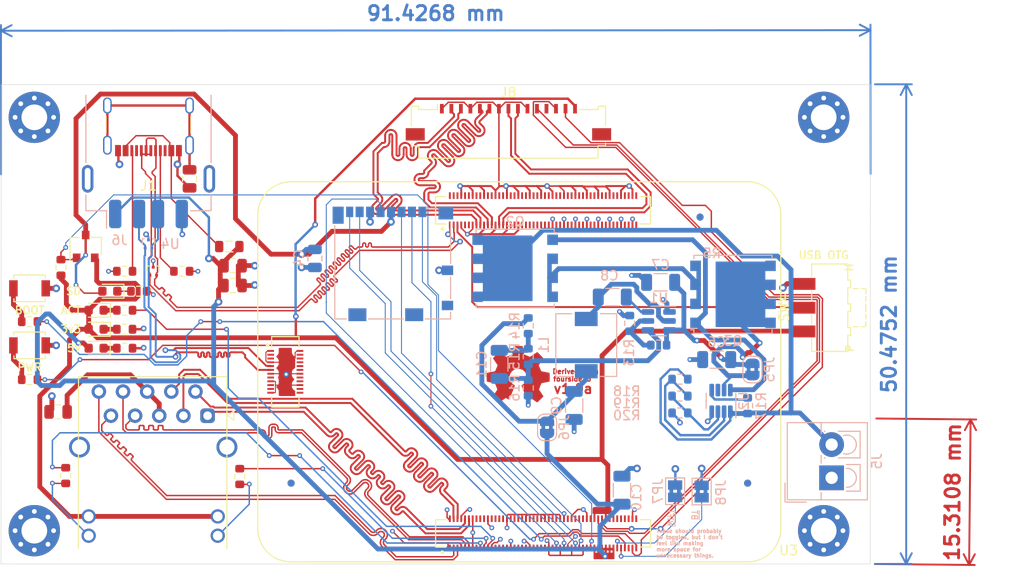
<source format=kicad_pcb>
(kicad_pcb (version 20221018) (generator pcbnew)
  (title_block (title "cm4-carrier-net") (date "2021-09-17") (rev "v1.0a") (company "fourside.io") (comment 1 "twitch.tv/jkiv"))
  (layers (0 "F.Cu" mixed) (1 "In1.Cu" power) (2 "In2.Cu" power) (31 "B.Cu" mixed) (34 "B.Paste" user) (35 "F.Paste" user) (36 "B.SilkS" user "B.Silkscreen") (37 "F.SilkS" user "F.Silkscreen") (38 "B.Mask" user) (39 "F.Mask" user) (44 "Edge.Cuts" user))
  (net 0 "")
  (net 1 "GND")
  (net 2 "Net-(J1-SHIELD)")
  (net 3 "/USB_VBUS")
  (net 4 "Net-(U1-BOOT)")
  (net 5 "Net-(U1-SW)")
  (net 6 "Net-(C11-Pad1)")
  (net 7 "/SD_D0")
  (net 8 "/SD_CLK")
  (net 9 "+3V3")
  (net 10 "/SD_CMD")
  (net 11 "/SD_D3")
  (net 12 "/SD_D1")
  (net 13 "/SD_D2")
  (net 14 "/E0_TR2-")
  (net 15 "/E0_TR2+")
  (net 16 "/E0_TR1+")
  (net 17 "/E0_TR1-")
  (net 18 "/E0_TR3+")
  (net 19 "/E0_TR3-")
  (net 20 "/E0_TR0-")
  (net 21 "/E0_TR0+")
  (net 22 "/E0_LEDL")
  (net 23 "/~{E0_LEDR}")
  (net 24 "/~{E0_LEDL}")
  (net 25 "Net-(U1-FB)")
  (net 26 "Net-(D1-K)")
  (net 27 "Net-(D2-K)")
  (net 28 "Net-(D3-K)")
  (net 29 "Net-(D4-K)")
  (net 30 "Net-(J1-CC2)")
  (net 32 "Net-(J1-CC1)")
  (net 34 "Net-(U1-EN)")
  (net 35 "+5V")
  (net 36 "/USB_D-")
  (net 37 "/USB_D+")
  (net 38 "Net-(J3-Pad14)")
  (net 39 "Net-(J3-Pad12)")
  (net 40 "Net-(C3-Pad1)")
  (net 41 "/SD_PWR")
  (net 42 "/SD_PWR_ON")
  (net 43 "/PI_LED_nACT")
  (net 44 "/PI_nRPI_BOOT")
  (net 45 "/PI_GLOBAL_EN")
  (net 46 "Net-(R9-Pad1)")
  (net 47 "Net-(R11-Pad1)")
  (net 48 "/USB_OTG_ID")
  (net 49 "+12V")
  (net 50 "Net-(J5-Pin_2)")
  (net 51 "+3.3V")
  (net 52 "Net-(Q2-G)")
  (net 53 "Net-(Q2-S)")
  (net 54 "Net-(U2-~{SHDN})")
  (net 55 "Net-(U2-UV)")
  (net 56 "Net-(U2-OV)")
  (net 58 "Net-(JP6-B)")
  (net 59 "Net-(JP5-A)")
  (net 144 "/USB1+")
  (net 149 "+1V8")
  (net 152 "Net-(U3A-~{WL_DIS})")
  (net 155 "Net-(U3A-~{BT_DIS})")
  (net 179 "/USB1-")
  (net 180 "/USB-")
  (net 181 "/USB+")
  (net 184 "/CAMERA_PDN")
  (net 185 "/MIPI_CSI_RX0_D0N")
  (net 186 "/MIPI_CSI_RX0_D0P")
  (net 187 "/MIPI_CSI_RX1_D0N")
  (net 188 "/MIPI_CSI_RX1_D0P")
  (net 189 "/MIPI_CSI_RX_CLK0N")
  (net 190 "/MIPI_CSI_RX_CLK0P")
  (net 191 "/I2C1_SCL0-")
  (net 192 "/I2C1_SDA0+")
  (footprint "Capacitor_SMD:C_0805_2012Metric" (layer "F.Cu") (at 104.394 104.7)
    (fp_text reference "C1" hide)
    (fp_text value "22u" hide)
  )
  (footprint "Capacitor_SMD:C_0805_2012Metric" (layer "F.Cu") (at 104.394 102.616)
    (fp_text reference "C2" hide)
    (fp_text value "22u" hide)
  )
  (footprint "Fiducial:Fiducial_0.75mm_Mask1.5mm" (layer "F.Cu") (at 110.5 125.5)
    (fp_text reference "FID1" hide)
    (fp_text value "Fiducial" hide)
  )
  (footprint "Fiducial:Fiducial_0.75mm_Mask1.5mm" (layer "F.Cu") (at 158.5 125.5)
    (fp_text reference "FID2" hide)
    (fp_text value "Fiducial" hide)
  )
  (footprint "MountingHole:MountingHole_2.7mm_M2.5_Pad_Via" (layer "F.Cu") (at 83.5 130.5)
    (fp_text reference "H2" hide)
    (fp_text value "MountingHole_Pad" hide)
  )
  (footprint "jkiv-library:USB_C_Receptacle_GCT-USB4105" (layer "F.Cu") (at 95.5 87.997 180)
    (fp_text reference "J1")
    (fp_text value "USB_C_Receptacle_USB2.0")
  )
  (footprint "Resistor_SMD:R_0603_1608Metric" (layer "F.Cu") (at 86.8 124.7 90)
    (fp_text reference "R4" hide)
    (fp_text value "220R" hide)
  )
  (footprint "Package_TO_SOT_SMD:Texas_DRT-3" (layer "F.Cu") (at 96 103.2)
    (fp_text reference "U6" hide)
    (fp_text value "TPD2EUSB30" hide)
  )
  (footprint "MountingHole:MountingHole_2.7mm_M2.5_Pad_Via" (layer "F.Cu") (at 83.5 87)
    (fp_text reference "H1" hide)
    (fp_text value "MountingHole_Pad" hide)
  )
  (footprint "Resistor_SMD:R_0603_1608Metric" (layer "F.Cu") (at 93 103.2)
    (fp_text reference "R2" hide)
    (fp_text value "5k1" hide)
  )
  (footprint "MountingHole:MountingHole_2.7mm_M2.5_Pad_Via" (layer "F.Cu") (at 166.5 87)
    (fp_text reference "H3" hide)
    (fp_text value "MountingHole_Pad" hide)
  )
  (footprint "MountingHole:MountingHole_2.7mm_M2.5_Pad_Via" (layer "F.Cu") (at 166.5 130.5)
    (fp_text reference "H4" hide)
    (fp_text value "MountingHole_Pad" hide)
  )
  (footprint "Inductor_SMD:L_0805_2012Metric" (layer "F.Cu") (at 104 100.6 180)
    (fp_text reference "FB1" hide)
    (fp_text value "FB" hide)
  )
  (footprint "Fiducial:Fiducial_0.75mm_Mask1.5mm" (layer "F.Cu") (at 153.5 97.5)
    (fp_text reference "FID3" hide)
    (fp_text value "Fiducial" hide)
  )
  (footprint "Resistor_SMD:R_0603_1608Metric" (layer "F.Cu") (at 105.1 124.8 90)
    (fp_text reference "R3" hide)
    (fp_text value "220R" hide)
  )
  (footprint "Capacitor_SMD:C_0805_2012Metric" (layer "F.Cu") (at 86 118 180)
    (fp_text reference "C3" hide)
    (fp_text value "100n" hide)
  )
  (footprint "LED_SMD:LED_0603_1608Metric" (layer "F.Cu") (at 90 111.3 180)
    (fp_text reference "D1" hide)
    (fp_text value "USB Power" hide)
  )
  (footprint "LED_SMD:LED_0603_1608Metric" (layer "F.Cu") (at 90 109.3 180)
    (fp_text reference "D2" hide)
    (fp_text value "RPi 3v3" hide)
  )
  (footprint "LED_SMD:LED_0603_1608Metric" (layer "F.Cu") (at 90 107.3 180)
    (fp_text reference "D3" hide)
    (fp_text value "Activity LED" hide)
  )
  (footprint "LED_SMD:LED_0603_1608Metric" (layer "F.Cu") (at 91.44 105.3 180)
    (fp_text reference "D4" hide)
    (fp_text value "SD ON" hide)
  )
  (footprint "Resistor_SMD:R_0603_1608Metric" (layer "F.Cu") (at 93 109.3)
    (fp_text reference "R7" hide)
    (fp_text value "220R" hide)
  )
  (footprint "Resistor_SMD:R_0603_1608Metric" (layer "F.Cu") (at 83 108.5)
    (fp_text reference "R9" hide)
    (fp_text value "220R" hide)
  )
  (footprint "Resistor_SMD:R_0603_1608Metric" (layer "F.Cu") (at 93 107.3 180)
    (fp_text reference "R10" hide)
    (fp_text value "220R" hide)
  )
  (footprint "Resistor_SMD:R_0603_1608Metric" (layer "F.Cu") (at 83 114.6)
    (fp_text reference "R11" hide)
    (fp_text value "220R" hide)
  )
  (footprint "Resistor_SMD:R_0603_1608Metric" (layer "F.Cu") (at 94.488 105.3)
    (fp_text reference "R12" hide)
    (fp_text value "220R" hide)
  )
  (footprint "Button_Switch_SMD:SW_SPST_B3U-1000P" (layer "F.Cu") (at 83 105)
    (fp_text reference "SW1" hide)
    (fp_text value "BOOT" hide)
  )
  (footprint "Button_Switch_SMD:SW_SPST_B3U-1000P" (layer "F.Cu") (at 83 111)
    (fp_text reference "SW2" hide)
    (fp_text value "GLOBAL_EN" hide)
  )
  (footprint "Resistor_SMD:R_0603_1608Metric" (layer "F.Cu") (at 93 111.3)
    (fp_text reference "R6" hide)
    (fp_text value "330R" hide)
  )
  (footprint "Resistor_SMD:R_0603_1608Metric" (layer "F.Cu") (at 99 103.2 180)
    (fp_text reference "R1" hide)
    (fp_text value "5k1" hide)
  )
  (footprint "Resistor_SMD:R_0603_1608Metric" (layer "F.Cu") (at 86.3 102.8 -90)
    (fp_text reference "R8" hide)
    (fp_text value "220R" hide)
  )
  (footprint "Package_TO_SOT_SMD:SC-59" (layer "F.Cu") (at 88.9 100.584 90)
    (fp_text reference "Q1" hide)
    (fp_text value "DMP2066LSN" hide)
  )
  (footprint "jkiv-library:RJ45_Abracon_ARJM11" (layer "F.Cu") (at 101.715 118.4 -90)
    (fp_text reference "J3" hide)
    (fp_text value "Abracon_ARJM11-502" hide)
  )
  (footprint "Capacitor_SMD:C_0805_2012Metric" (layer "F.Cu") (at 99.822 93.472 -90)
    (fp_text reference "C5" hide)
    (fp_text value "100n")
  )
  (footprint "Symbol:OSHW-Symbol_6.7x6mm_Copper" (layer "F.Cu") (at 134.366 114.046)
    (fp_text reference "LOGO1" hide)
    (fp_text value "Logo_Open_Hardware_Small" hide)
  )
  (footprint "Connector_FFC-FPC:Molex_200528-0150_1x15-1MP_P1.00mm_Horizontal" (layer "F.Cu") (at 133.35 87.002)
    (fp_text reference "J8")
    (fp_text value "Conn_01x15_MountingPin")
  )
  (footprint "Button_Switch_SMD:SW_SPDT_CK-JS102011SAQN" (layer "F.Cu") (at 167.132 107.032 90)
    (fp_text reference "SW4")
    (fp_text value "USB_OTG")
  )
  (footprint "Orange-Pi-CM4:MODULE_ORANGE_PI_CM4" (layer "F.Cu") (at 134.49 113.782 180)
    (fp_text reference "U3")
    (fp_text value "ORANGE_PI_CM4")
  )
  (footprint "Connector_Card:microSD_HC_Molex_104031-0811" (layer "B.Cu") (at 121.2 102.4 180)
    (fp_text reference "J2" hide)
    (fp_text value "Micro_SD_Card" hide)
  )
  (footprint "Fiducial:Fiducial_0.75mm_Mask1.5mm" (layer "B.Cu") (at 110.5 125.5)
    (fp_text reference "FID4" hide)
    (fp_text value "Fiducial" hide)
  )
  (footprint "Fiducial:Fiducial_0.75mm_Mask1.5mm" (layer "B.Cu") (at 158.5 125.5)
    (fp_text reference "FID5" hide)
    (fp_text value "Fiducial" hide)
  )
  (footprint "Fiducial:Fiducial_0.75mm_Mask1.5mm" (layer "B.Cu") (at 153.5 97.5)
    (fp_text reference "FID6" hide)
    (fp_text value "Fiducial" hide)
  )
  (footprint "Capacitor_SMD:C_0805_2012Metric" (layer "B.Cu") (at 113 101.849999 -90)
    (fp_text reference "C4")
    (fp_text value "22u")
  )
  (footprint "Jumper:SolderJumper-2_P1.3mm_Bridged2Bar_RoundedPad1.0x1.5mm" (layer "B.Cu") (at 159.004 113.538 90)
    (fp_text reference "JP5")
    (fp_text value "SolderJumper_2_Bridged")
  )
  (footprint "Resistor_SMD:R_0603_1608Metric" (layer "B.Cu") (at 135.435 112.177 -90)
    (fp_text reference "R15")
    (fp_text value "100kOhm")
  )
  (footprint "Jumper:SolderJumper-2_P1.3mm_Bridged2Bar_Pad1.0x1.5mm" (layer "B.Cu") (at 153.67 126.38 -90)
    (fp_text reference "JP8")
    (fp_text value "~BT_nDisable")
  )
  (footprint "Package_TO_SOT_SMD:TSOT-23-8" (layer "B.Cu") (at 155.702 116.84 90)
    (fp_text reference "U2")
    (fp_text value "LTC4365TS8")
  )
  (footprint "Package_TO_SOT_SMD:PQFN_8x8" (layer "B.Cu") (at 134.058 102.886 180)
    (fp_text reference "Q2")
    (fp_text value "FDMT800152DC")
  )
  (footprint "Package_TO_SOT_SMD:SOT-23-6" (layer "B.Cu") (at 149.151 108.43 180)
    (fp_text reference "U1")
    (fp_text value "TPS54302")
  )
  (footprint "Resistor_SMD:R_0603_1608Metric" (layer "B.Cu") (at 151.384 118.11 180)
    (fp_text reference "R20")
    (fp_text value "84.5kOhm")
  )
  (footprint "Jumper:SolderJumper-2_P1.3mm_Bridged2Bar_RoundedPad1.0x1.5mm" (layer "B.Cu") (at 137.414 119.634 90)
    (fp_text reference "JP6")
    (fp_text value "SolderJumper_2_Bridged")
  )
  (footprint "Package_TO_SOT_SMD:PQFN_8x8" (layer "B.Cu") (at 156.964 105.628)
    (fp_text reference "Q3")
    (fp_text value "FDMT800152DC")
  )
  (footprint "Inductor_SMD:L_6.3x6.3_H3" (layer "B.Cu") (at 141.531 110.97 -90)
    (fp_text reference "L1")
    (fp_text value "10uH")
  )
  (footprint "Capacitor_SMD:C_1206_3216Metric" (layer "B.Cu") (at 140.261 117.32 -90)
    (fp_text reference "C9")
    (fp_text value "22uF")
  )
  (footprint "Resistor_SMD:R_0603_1608Metric" (layer "B.Cu") (at 146.103 108.684 90)
    (fp_text reference "R13")
    (fp_text value "105kOhm")
  )
  (footprint "Resistor_SMD:R_0603_1608Metric" (layer "B.Cu") (at 158.496 117.348 90)
    (fp_text reference "R17")
    (fp_text value "510kOhm")
  )
  (footprint "Jumper:SolderJumper-2_P1.3mm_Bridged2Bar_Pad1.0x1.5mm" (layer "B.Cu") (at 150.876 126.35 -90)
    (fp_text reference "JP7")
    (fp_text value "~WL_nDisable")
  )
  (footprint "Resistor_SMD:R_0603_1608Metric" (layer "B.Cu") (at 135.435 115.479 -90)
    (fp_text reference "R16")
    (fp_text value "13.3kOhm")
  )
  (footprint "Capacitor_SMD:C_1206_3216Metric" (layer "B.Cu") (at 132.387 113.002 -90)
    (fp_text reference "C11")
    (fp_text value "75pF")
  )
  (footprint "Resistor_SMD:R_0603_1608Metric" (layer "B.Cu") (at 135.435 108.938 -90)
    (fp_text reference "R14")
    (fp_text value "49.9Ohm")
  )
  (footprint "Package_TO_SOT_SMD:Texas_DRT-3" (layer "B.Cu") (at 95.504 100.33 180)
    (fp_text reference "U4")
    (fp_text value "TPD2EUSB30")
  )
  (footprint "Connector_USB:USB_A_Receptacle_GCT_USB1046" (layer "B.Cu") (at 95.504 89.922)
    (fp_text reference "J6")
    (fp_text value "USB_A")
  )
  (footprint "Resistor_SMD:R_0603_1608Metric" (layer "B.Cu") (at 149.151 110.97 180)
    (fp_text reference "R5")
    (fp_text value "511kOhm")
  )
  (footprint "Capacitor_SMD:C_1206_3216Metric" (layer "B.Cu") (at 149.352 104.366 180)
    (fp_text reference "C7")
    (fp_text value "0.1uF")
  )
  (footprint "Resistor_SMD:R_0603_1608Metric" (layer "B.Cu") (at 151.384 114.554 180)
    (fp_text reference "R18")
    (fp_text value "2740kOhm")
  )
  (footprint "Capacitor_SMD:C_1206_3216Metric" (layer "B.Cu") (at 145.288 126.238 -90)
    (fp_text reference "C10")
    (fp_text value "22uF")
  )
  (footprint "Capacitor_SMD:C_1206_3216Metric" (layer "B.Cu") (at 155.247 112.494 180)
    (fp_text reference "C6")
    (fp_text value "10uF")
  )
  (footprint "Resistor_SMD:R_0603_1608Metric" (layer "B.Cu") (at 151.384 116.332 180)
    (fp_text reference "R19")
    (fp_text value "215kOhm")
  )
  (footprint "Capacitor_SMD:C_1206_3216Metric" (layer "B.Cu") (at 144.272 105.918 180)
    (fp_text reference "C8")
    (fp_text value "0.1uF")
  )
  (footprint "TerminalBlock_4Ucon:TerminalBlock_4Ucon_1x02_P3.50mm_Vertical" (layer "B.Cu") (at 167.333 124.94 90)
    (fp_text reference "J5")
    (fp_text value "block")
  )
  (gr_line (start 80 134) (end 80.01 83.566) (stroke (width 0.05)) (layer "Edge.Cuts"))
  (gr_line (start 171.415709 83.566) (end 171.394455 134) (stroke (width 0.05)) (layer "Edge.Cuts"))
  (gr_line (start 171.394455 134) (end 83.499999 134.005709) (stroke (width 0.05)) (layer "Edge.Cuts"))
  (gr_line (start 83.499999 134.005709) (end 80 134) (stroke (width 0.05)) (layer "Edge.Cuts"))
  (gr_line (start 80.01 83.566) (end 171.415709 83.566) (stroke (width 0.05)) (layer "Edge.Cuts"))
  (gr_text "fourside.io" (at 138 114.54) (layer "F.Cu") (effects (font (size 0.5 0.5) (thickness 0.125)) (justify left)))
  (gr_text "Derived from" (at 137.922 114.046) (layer "F.Cu") (effects (font (size 0.5 0.5) (thickness 0.125) bold) (justify left bottom)))
  (gr_text "v1.0a" (at 138 115.57) (layer "F.Cu") (effects (font (size 1 1) (thickness 0.2)) (justify left)))
  (gr_text "~{WiFi}" (at 150.368 128.27 -90) (layer "B.SilkS") (effects (font (size 0.6 0.6) (thickness 0.1)) (justify right mirror)))
  (gr_text "~{BT}" (at 152.908 128.27 -90) (layer "B.SilkS") (effects (font (size 0.6 0.6) (thickness 0.1)) (justify right mirror)))
  (gr_text "These should probably\nbe toggles, but I don't\nfeel like making\nmore space for\nunnecessary things." (at 148.844 133.35) (layer "B.SilkS") (effects (font (size 0.4 0.4) (thickness 0.1) bold) (justify left bottom)))
  (gr_text "ACT" (at 88.5 107.3) (layer "F.SilkS") (effects (font (size 0.8 0.8)) (justify right)))
  (gr_text "3v3" (at 88.5 109.3) (layer "F.SilkS") (effects (font (size 0.8 0.8)) (justify right)))
  (gr_text "5V" (at 88.5 111.3) (layer "F.SilkS") (effects (font (size 0.8 0.8)) (justify right)))
  (gr_text "BOOT" (at 83 107.3) (layer "F.SilkS") (effects (font (size 0.8 0.8))))
  (gr_text "PWR" (at 83 113.3) (layer "F.SilkS") (effects (font (size 0.8 0.8))))
  (gr_text "P" (at 169.25 111.3 90) (layer "F.SilkS") (effects (font (size 0.8 0.8))))
  (gr_text "USB OTG" (at 166.5 101.5) (layer "F.SilkS") (effects (font (size 0.8 0.8))))
  (gr_text "H" (at 169.2 102.8 90) (layer "F.SilkS") (effects (font (size 0.8 0.8))))
  (gr_text "SD" (at 88.5 105.3) (layer "F.SilkS") (effects (font (size 0.8 0.8)) (justify right)))
  (dimension (type aligned) (layer "F.Cu") (pts (xy 171.533 118.69) (xy 171.38 134)) (height -10.413098) (gr_text "15.3108 mm" (at 180.069168 126.431071 89.4274355) (layer "F.Cu") (effects (font (size 1.5 1.5) (thickness 0.3)))) (format (prefix "") (suffix "") (units 3) (units_format 1) (precision 4)) (style (thickness 0.2) (arrow_length 1.27) (text_position_mode 0) (extension_height 0.58642) (extension_offset 0.5) keep_text_aligned))
  (dimension (type aligned) (layer "B.Cu") (pts (xy 171.39737 83.524776) (xy 171.394455 134)) (height -3.780667) (gr_text "50.4752 mm" (at 173.376579 108.762502 89.99668997) (layer "B.Cu") (effects (font (size 1.5 1.5) (thickness 0.3)))) (format (prefix "") (suffix "") (units 3) (units_format 1) (precision 4)) (style (thickness 0.2) (arrow_length 1.27) (text_position_mode 0) (extension_height 0.58642) (extension_offset 0.5) keep_text_aligned))
  (dimension (type aligned) (layer "B.Cu") (pts (xy 171.426744 93.445496) (xy 80.000001 93.501407)) (height 15.616346) (gr_text "91.4268 mm" (at 125.702721 76.057109 0.03503921374) (layer "B.Cu") (effects (font (size 1.5 1.5) (thickness 0.3)))) (format (prefix "") (suffix "") (units 3) (units_format 1) (precision 4)) (style (thickness 0.2) (arrow_length 1.27) (text_position_mode 0) (extension_height 0.58642) (extension_offset 0.5) keep_text_aligned))
  (segment (start 129.6 130.7) (end 129.6 129.42) (width 0.1524) (layer "F.Cu") (net 1))
  (segment (start 99.822 94.422) (end 98.552 93.152) (width 0.254) (layer "F.Cu") (net 1))
  (segment (start 130.262 99.3) (end 129.032 99.3) (width 0.2) (layer "F.Cu") (net 1))
  (segment (start 139.19 95.242) (end 139.2 95.252) (width 0.1524) (layer "F.Cu") (net 1))
  (segment (start 133.19 98.872) (end 132.775 99.287) (width 0.2) (layer "F.Cu") (net 1))
  (segment (start 94.916 109.3) (end 94.996 109.22) (width 0.254) (layer "F.Cu") (net 1))
  (segment (start 128.4 128.932814) (end 129.062814 128.27) (width 0.1524) (layer "F.Cu") (net 1))
  (segment (start 131.6 131.9976) (end 131.6 132.5) (width 0.1524) (layer "F.Cu") (net 1))
  (segment (start 130.025 85.417) (end 131.725 85.417) (width 0.15) (layer "F.Cu") (net 1))
  (segment (start 131.99 95.242) (end 131.99 94.692) (width 0.2) (layer "F.Cu") (net 1))
  (segment (start 140 128.9176) (end 140.6476 128.27) (width 0.1524) (layer "F.Cu") (net 1))
  (segment (start 107.9984 112.782) (end 108.35 112.782) (width 0.1016) (layer "F.Cu") (net 1))
  (segment (start 131.8464 131.7512) (end 131.6 131.9976) (width 0.1524) (layer "F.Cu") (net 1))
  (segment (start 130.332 94.234) (end 129.132 94.234) (width 0.2) (layer "F.Cu") (net 1))
  (segment (start 138.6844 94.234) (end 137.414 94.234) (width 0.1524) (layer "F.Cu") (net 1))
  (segment (start 138.8 129.42) (end 138.8 128.9176) (width 0.1524) (layer "F.Cu") (net 1))
  (segment (start 132.35 86.042) (end 132.35 86.092) (width 0.15) (layer "F.Cu") (net 1))
  (segment (start 133.2 129.42) (end 133.2 130.2) (width 0.1524) (layer "F.Cu") (net 1))
  (segment (start 142.378 94.28) (end 141.178 94.28) (width 0.2) (layer "F.Cu") (net 1))
  (segment (start 110.484 112.782) (end 110.9292 112.3368) (width 0.1016) (layer "F.Cu") (net 1))
  (segment (start 137 128.8) (end 135.4 128.8) (width 0.1524) (layer "F.Cu") (net 1))
  (segment (start 145.19 94.692) (end 145.19 95.242) (width 0.2) (layer "F.Cu") (net 1))
  (segment (start 137.6976 133.1) (end 138.8 133.1) (width 0.1524) (layer "F.Cu") (net 1))
  (segment (start 111.43 115.182) (end 108.8508 115.182) (width 0.1016) (layer "F.Cu") (net 1))
  (segment (start 133.6 132.5) (end 133.6 131.6) (width 0.1524) (layer "F.Cu") (net 1))
  (segment (start 93.825 111.3) (end 94.948 111.3) (width 0.254) (layer "F.Cu") (net 1))
  (segment (start 127 131.7958) (end 128.1958 131.7958) (width 0.1524) (layer "F.Cu") (net 1))
  (segment (start 140.6476 128.27) (end 141.224 128.27) (width 0.1524) (layer "F.Cu") (net 1))
  (segment (start 110.9292 112.3368) (end 110.9292 111.76) (width 0.1016) (layer "F.Cu") (net 1))
  (segment (start 110.046 113.982) (end 109.982 114.046) (width 0.1016) (layer "F.Cu") (net 1))
  (segment (start 127 132.132) (end 127.19 132.322) (width 0.1524) (layer "F.Cu") (net 1))
  (segment (start 104.95 104.7) (end 106.628 104.7) (width 0.508) (layer "F.Cu") (net 1))
  (segment (start 132.35 86.092) (end 133.025 85.417) (width 0.15) (layer "F.Cu") (net 1))
  (segment (start 130.79 98.322) (end 130.79 98.772) (width 0.2) (layer "F.Cu") (net 1))
  (segment (start 127.025 85.417) (end 128.675 85.417) (width 0.15) (layer "F.Cu") (net 1))
  (segment (start 92.175 103.2) (end 91.3 103.2) (width 0.1524) (layer "F.Cu") (net 1))
  (segment (start 134.39 98.872) (end 133.975 99.287) (width 0.2) (layer "F.Cu") (net 1))
  (segment (start 143.578 94.28) (end 142.378 94.28) (width 0.2) (layer "F.Cu") (net 1))
  (segment (start 135.59 94.696) (end 135.59 95.242) (width 0.2) (layer "F.Cu") (net 1))
  (segment (start 146.39 94.574) (end 146.05 94.234) (width 0.2) (layer "F.Cu") (net 1))
  (segment (start 109.918 113.982) (end 109.982 114.046) (width 0.1016) (layer "F.Cu") (net 1))
  (segment (start 137.99 94.81) (end 137.99 95.242) (width 0.2) (layer "F.Cu") (net 1))
  (segment (start 108.35 114.782) (end 108.8016 114.782) (width 0.1016) (layer "F.Cu") (net 1))
  (segment (start 129.032 99.3) (end 128.4 98.668) (width 0.1524) (layer "F.Cu") (net 1))
  (segment (start 135 131.6) (end 135.2024 131.6) (width 0.1524) (layer "F.Cu") (net 1))
  (segment (start 132.1488 131.7512) (end 131.8464 131.7512) (width 0.1524) (layer "F.Cu") (net 1))
  (segment (start 85.05 118) (end 85.344 117.706) (width 0.508) (layer "F.Cu") (net 1))
  (segment (start 128.4 132) (end 128.4 132.5) (width 0.1524) (layer "F.Cu") (net 1))
  (segment (start 135.6 131.9976) (end 135.6 132.5) (width 0.1524) (layer "F.Cu") (net 1))
  (segment (start 131.725 85.417) (end 132.35 86.042) (width 0.15) (layer "F.Cu") (net 1))
  (segment (start 128.39 95.242) (end 128.39 94.354) (width 0.2) (layer "F.Cu") (net 1))
  (segment (start 146.4 128.5) (end 146.6 128.3) (width 0.1524) (layer "F.Cu") (net 1))
  (segment (start 140 133.1) (end 138.8 133.1) (width 0.1524) (layer "F.Cu") (net 1))
  (segment (start 140 132.5) (end 140 133.1) (width 0.1524) (layer "F.Cu") (net 1))
  (segment (start 131.99 94.692) (end 131.532 94.234) (width 0.2) (layer "F.Cu") (net 1))
  (segment (start 146.4 98.58) (end 146.4 97.7) (width 0.1524) (layer "F.Cu") (net 1))
  (segment (start 132.5 131.4) (end 132.1488 131.7512) (width 0.1524) (layer "F.Cu") (net 1))
  (segment (start 109.982 114.046) (end 109.982 114.1856) (width 0.1016) (layer "F.Cu") (net 1))
  (segment (start 137.406339 131.551589) (end 137.6 131.74525) (width 0.1524) (layer "F.Cu") (net 1))
  (segment (start 128.27 94.234) (end 129.132 94.234) (width 0.2) (layer "F.Cu") (net 1))
  (segment (start 141.2 133.0024) (end 141.1024 133.1) (width 0.1524) (layer "F.Cu") (net 1))
  (segment (start 104.95 102.6) (end 106.664 102.6) (width 0.508) (layer "F.Cu") (net 1))
  (segment (start 108.8508 115.062) (end 108.8508 115.9328) (width 0.1016) (layer "F.Cu") (net 1))
  (segment (start 128.675 85.417) (end 129.35 86.092) (width 0.15) (layer "F.Cu") (net 1))
  (segment (start 98.552 91.948) (end 98.739 91.761) (width 0.254) (layer "F.Cu") (net 1))
  (segment (start 143.578 94.28) (end 143.624 94.234) (width 0.2) (layer "F.Cu") (net 1))
  (segment (start 85.344 117.706) (end 85.344 116.332) (width 0.508) (layer "F.Cu") (net 1))
  (segment (start 131.532 94.234) (end 130.332 94.234) (width 0.2) (layer "F.Cu") (net 1))
  (segment (start 133.025 85.417) (end 134.675 85.417) (width 0.15) (layer "F.Cu") (net 1))
  (segment (start 130.79 94.692) (end 130.332 94.234) (width 0.2) (layer "F.Cu") (net 1))
  (segment (start 110.9292 111.76) (end 111.1072 111.582) (width 0.1016) (layer "F.Cu") (net 1))
  (segment (start 135.4 128.8) (end 133.3176 128.8) (width 0.1524) (layer "F.Cu") (net 1))
  (segment (start 129.032 99.3) (end 129.59 98.742) (width 0.1524) (layer "F.Cu") (net 1))
  (segment (start 128.39 94.354) (end 128.27 94.234) (width 0.2) (layer "F.Cu") (net 1))
  (segment (start 132.35 86.092) (end 132.35 94.332) (width 0.15) (layer "F.Cu") (net 1))
  (segment (start 135.2024 131.6) (end 135.6 131.9976) (width 0.1524) (layer "F.Cu") (net 1))
  (segment (start 145.2 98.58) (end 145.2 97.7) (width 0.1524) (layer "F.Cu") (net 1))
  (segment (start 140.39 95.242) (end 140.39 94.692) (width 0.2) (layer "F.Cu") (net 1))
  (segment (start 95.648 105.3) (end 96.012 105.664) (width 0.1524) (layer "F.Cu") (net 1))
  (segment (start 141.178 94.28) (end 141.132 94.234) (width 0.2) (layer "F.Cu") (net 1))
  (segment (start 92.339 91.831) (end 92.456 91.948) (width 0.254) (layer "F.Cu") (net 1))
  (segment (start 111.1072 111.582) (end 111.43 111.582) (width 0.1016) (layer "F.Cu") (net 1))
  (segment (start 106.628 104.7) (end 106.68 104.648) (width 0.508) (layer "F.Cu") (net 1))
  (segment (start 146.4 129.42) (end 146.4 128.5) (width 0.1524) (layer "F.Cu") (net 1))
  (segment (start 130.275 99.287) (end 130.262 99.3) (width 0.2) (layer "F.Cu") (net 1))
  (segment (start 162.660994 104.5) (end 162.213994 104.947) (width 0.508) (layer "F.Cu") (net 1))
  (segment (start 141.132 94.234) (end 139.932 94.234) (width 0.2) (layer "F.Cu") (net 1))
  (segment (start 130.79 95.242) (end 130.79 94.692) (width 0.2) (layer "F.Cu") (net 1))
  (segment (start 137.6 133.0024) (end 137.6976 133.1) (width 0.1524) (layer "F.Cu") (net 1))
  (segment (start 135.4 128.8) (end 135.2 129) (width 0.1524) (layer "F.Cu") (net 1))
  (segment (start 142.79 94.692) (end 142.378 94.28) (width 0.2) (layer "F.Cu") (net 1))
  (segment (start 131.99 98.772) (end 131.475 99.287) (width 0.2) (layer "F.Cu") (net 1))
  (segment (start 139.19 95.242) (end 139.19 94.7396) (width 0.1524) (layer "F.Cu") (net 1))
  (segment (start 141.6 128.646) (end 141.224 128.27) (width 0.1524) (layer "F.Cu") (net 1))
  (segment (start 131.99 94.692) (end 132.448 94.234) (width 0.2) (layer "F.Cu") (net 1))
  (segment (start 131.2 129.8) (end 131.6 130.2) (width 0.1524) (layer "F.Cu") (net 1))
  (segment (start 138.8 128.9176) (end 138.6824 128.8) (width 0.1524) (layer "F.Cu") (net 1))
  (segment (start 121.158 130.556) (end 122.3978 131.7958) (width 0.1524) (layer "F.Cu") (net 1))
  (segment (start 140.39 94.692) (end 139.932 94.234) (width 0.2) (layer "F.Cu") (net 1))
  (segment (start 137.414 94.234) (end 137.99 94.81) (width 0.2) (layer "F.Cu") (net 1))
  (segment (start 104.95 102.6) (end 104.95 104.7) (width 0.508) (layer "F.Cu") (net 1))
  (segment (start 108.35 112.782) (end 110.484 112.782) (width 0.1016) (layer "F.Cu") (net 1))
  (segment (start 106.664 102.6) (end 106.68 102.616) (width 0.508) (layer "F.Cu") (net 1))
  (segment (start 139.19 94.7396) (end 138.6844 94.234) (width 0.1524) (layer "F.Cu") (net 1))
  (segment (start 107.8492 112.6328) (end 107.9984 112.782) (width 0.1016) (layer "F.Cu") (net 1))
  (segment (start 135.2 129) (end 135.2 129.42) (width 0.1524) (layer "F.Cu") (net 1))
  (segment (start 133.832 94.234) (end 135.128 94.234) (width 0.2) (layer "F.Cu") (net 1))
  (segment (start 129.132 94.234) (end 129.59 94.692) (width 0.2) (layer "F.Cu") (net 1))
  (segment (start 145.648 94.234) (end 145.19 94.692) (width 0.2) (layer "F.Cu") (net 1))
  (segment (start 133.19 98.322) (end 133.19 98.872) (width 0.2) (layer "F.Cu") (net 1))
  (segment (start 141.6 128.9176) (end 141.6 129.42) (width 0.1524) (layer "F.Cu") (net 1))
  (segment (start 84.7 105) (end 85.8 105) (width 0.508) (layer "F.Cu") (net 1))
  (segment (start 127 131.7958) (end 127 132.132) (width 0.1524) (layer "F.Cu") (net 1))
  (segment (start 127.2 129.42) (end 126.9 129.12) (width 0.1524) (layer "F.Cu") (net 1))
  (segment (start 92.339 90.099) (end 92.339 91.831) (width 0.254) (layer "F.Cu") (net 1))
  (segment (start 133.2 128.9176) (end 133.2 129.42) (width 0.1524) (layer "F.Cu") (net 1))
  (segment (start 107.8492 111.7312) (end 107.8492 112.6328) (width 0.1016) (layer "F.Cu") (net 1))
  (segment (start 133.096 94.234) (end 133.832 94.234) (width 0.2) (layer "F.Cu") (net 1))
  (segment (start 129.35 86.092) (end 130.025 85.417) (width 0.15) (layer "F.Cu") (net 1))
  (segment (start 131.2 129.42) (end 131.2 129.8) (width 0.1524) (layer "F.Cu") (net 1))
  (segment (start 134.39 94.792) (end 134.39 95.242) (width 0.2) (layer "F.Cu") (net 1))
  (segment (start 134.675 85.417) (end 135.35 86.092) (width 0.15) (layer "F.Cu") (net 1))
  (segment (start 93.825 109.3) (end 94.916 109.3) (width 0.254) (layer "F.Cu") (net 1))
  (segment (start 108.8016 114.782) (end 108.8508 114.8312) (width 0.1016) (layer "F.Cu") (net 1))
  (segment (start 144 98.58) (end 144 97.7) (width 0.1524) (layer "F.Cu") (net 1))
  (segment (start 138.8 132.5) (end 138.8 133.1) (width 0.1524) (layer "F.Cu") (net 1))
  (segment (start 99.825 103.2) (end 100.7 103.2) (width 0.1524) (layer "F.Cu") (net 1))
  (segment (start 136.332 94.234) (end 136.79 94.692) (width 0.2) (layer "F.Cu") (net 1))
  (segment (start 141.59 95.242) (end 141.59 94.692) (width 0.2) (layer "F.Cu") (net 1))
  (segment (start 143.624 94.234) (end 145.648 94.234) (width 0.2) (layer "F.Cu") (net 1))
  (segment (start 84.7 111) (end 85.8 111) (width 0.508) (layer "F.Cu") (net 1))
  (segment (start 94.948 111.3) (end 94.996 111.252) (width 0.254) (layer "F.Cu") (net 1))
  (segment (start 141.1024 133.1) (end 140 133.1) (width 0.1524) (layer "F.Cu") (net 1))
  (segment (start 132.775 99.287) (end 131.475 99.287) (width 0.2) (layer "F.Cu") (net 1))
  (segment (start 140 129.42) (end 140 128.9176) (width 0.1524) (layer "F.Cu") (net 1))
  (segment (start 131.99 98.322) (end 131.99 98.772) (width 0.2) (layer "F.Cu") (net 1))
  (segment (start 128.4 129.42) (end 128.4 128.932814) (width 0.1524) (layer "F.Cu") (net 1))
  (segment (start 141.2 132.5) (end 141.2 133.0024) (width 0.1524) (layer "F.Cu") (net 1))
  (segment (start 108.35 113.982) (end 109.918 113.982) (width 0.1016) (layer "F.Cu") (net 1))
  (segment (start 133.19 95.242) (end 133.19 94.328) (width 0.2) (layer "F.Cu") (net 1))
  (segment (start 131.475 99.287) (end 130.275 99.287) (width 0.2) (layer "F.Cu") (net 1))
  (segment (start 142.79 95.242) (end 142.79 94.692) (width 0.2) (layer "F.Cu") (net 1))
  (segment (start 137.2 129.42) (end 137.2 129) (width 0.1524) (layer "F.Cu") (net 1))
  (segment (start 128.1958 131.7958) (end 128.4 132) (width 0.1524) (layer "F.Cu") (net 1))
  (segment (start 95.313 105.3) (end 95.648 105.3) (width 0.1524) (layer "F.Cu") (net 1))
  (segment (start 126.9 129.12) (end 126.9 128.3) (width 0.1524) (layer "F.Cu") (net 1))
  (segment (start 146.39 95.242) (end 146.39 94.574) (width 0.2) (layer "F.Cu") (net 1))
  (segment (start 163.75 104.5) (end 162.660994 104.5) (width 0.508) (layer "F.Cu") (net 1))
  (segment (start 132.448 94.234) (end 133.096 94.234) (width 0.2) (layer "F.Cu") (net 1))
  (segment (start 146.05 94.234) (end 145.648 94.234) (width 0.2) (layer "F.Cu") (net 1))
  (segment (start 133.19 94.328) (end 133.096 94.234) (width 0.2) (layer "F.Cu") (net 1))
  (segment (start 98.552 93.152) (end 98.552 91.948) (width 0.254) (layer "F.Cu") (net 1))
  (segment (start 111.43 113.982) (end 110.046 113.982) (width 0.1016) (layer "F.Cu") (net 1))
  (segment (start 130.79 98.772) (end 130.275 99.287) (width 0.2) (layer "F.Cu") (net 1))
  (segment (start 143.99 95.242) (end 143.99 94.692) (width 0.2) (layer "F.Cu") (net 1))
  (segment (start 129.062814 128.27) (end 129.286 128.27) (width 0.1524) (layer "F.Cu") (net 1))
  (segment (start 133.975 99.287) (end 132.775 99.287) (width 0.2) (layer "F.Cu") (net 1))
  (segment (start 129.59 94.692) (end 129.59 95.242) (width 0.2) (layer "F.Cu") (net 1))
  (segment (start 96 102.775) (end 96 102.1) (width 0.1524) (layer "F.Cu") (net 1))
  (segment (start 126.35 86.092) (end 127.025 85.417) (width 0.15) (layer "F.Cu") (net 1))
  (segment (start 139.932 94.234) (end 138.6844 94.234) (width 0.2) (layer "F.Cu") (net 1))
  (segment (start 107.9984 111.582) (end 107.8492 111.7312) (width 0.1016) (layer "F.Cu") (net 1))
  (segment (start 135.128 94.234) (end 136.332 94.234) (width 0.2) (layer "F.Cu") (net 1))
  (segment (start 141.6 98.58) (end 141.6 97.7) (width 0.1524) (layer "F.Cu") (net 1))
  (segment (start 98.739 91.761) (end 98.739 90.099) (width 0.254) (layer "F.Cu") (net 1))
  (segment (start 108.8508 115.9328) (end 108.8016 115.982) (width 0.1016) (layer "F.Cu") (net 1))
  (segment (start 108.8016 115.982) (end 108.35 115.982) (width 0.1016) (layer "F.Cu") (net 1))
  (segment (start 128.4 98.668) (end 128.4 98.58) (width 0.1524) (layer "F.Cu") (net 1))
  (segment (start 122.3978 131.7958) (end 127 131.7958) (width 0.1524) (layer "F.Cu") (net 1))
  (segment (start 142.8 98.58) (end 142.8 97.7) (width 0.1524) (layer "F.Cu") (net 1))
  (segment (start 136.79 94.692) (end 136.79 95.242) (width 0.2) (layer "F.Cu") (net 1))
  (segment (start 141.59 94.692) (end 141.178 94.28) (width 0.2) (layer "F.Cu") (net 1))
  (segment (start 133.832 94.234) (end 134.39 94.792) (width 0.2) (layer "F.Cu") (net 1))
  (segment (start 108.8508 114.8312) (end 108.8508 115.062) (width 0.1016) (layer "F.Cu") (net 1))
  (segment (start 138.6824 128.8) (end 137 128.8) (width 0.1524) (layer "F.Cu") (net 1))
  (segment (start 141.6 128.9176) (end 141.6 128.646) (width 0.1524) (layer "F.Cu") (net 1))
  (segment (start 140.4 98.58) (end 140.4 97.7) (width 0.1524) (layer "F.Cu") (net 1))
  (segment (start 129.59 98.742) (end 129.59 98.322) (width 0.1524) (layer "F.Cu") (net 1))
  (segment (start 108.35 111.582) (end 107.9984 111.582) (width 0.1016) (layer "F.Cu") (net 1))
  (segment (start 137.2 129) (end 137 128.8) (width 0.1524) (layer "F.Cu") (net 1))
  (segment (start 138 98.58) (end 138 97.7) (width 0.1524) (layer "F.Cu") (net 1))
  (segment (start 135.128 94.234) (end 135.59 94.696) (width 0.2) (layer "F.Cu") (net 1))
  (segment (start 139.2 98.58) (end 139.2 97.7) (width 0.1524) (layer "F.Cu") (net 1))
  (segment (start 136.332 94.234) (end 137.414 94.234) (width 0.2) (layer "F.Cu") (net 1))
  (segment (start 134.39 98.322) (end 134.39 98.872) (width 0.2) (layer "F.Cu") (net 1))
  (segment (start 133.3176 128.8) (end 133.2 128.9176) (width 0.1524) (layer "F.Cu") (net 1))
  (segment (start 137.6 131.74525) (end 137.6 133.0024) (width 0.1524) (layer "F.Cu") (net 1))
  (segment (start 143.99 94.692) (end 143.578 94.28) (width 0.2) (layer "F.Cu") (net 1))
  (segment (start 129.6 132.5) (end 129.6 130.7) (width 0.1524) (layer "F.Cu") (net 1))
  (via (at 126.9 128.3) (size 0.5) (drill 0.25) (layers "F.Cu" "B.Cu") (net 1))
  (via (at 121.158 130.556) (size 0.5) (drill 0.25) (layers "F.Cu" "B.Cu") (net 1))
  (via (at 95.25 99.314) (size 0.6) (drill 0.3) (layers "F.Cu" "B.Cu") (net 1))
  (via (at 135.435 117.295) (size 0.5) (drill 0.25) (layers "F.Cu" "B.Cu") (net 1))
  (via (at 85.8 111) (size 0.8) (drill 0.4) (layers "F.Cu" "B.Cu") (net 1))
  (via (at 146.4 97.7) (size 0.5) (drill 0.25) (layers "F.Cu" "B.Cu") (net 1))
  (via (at 129.286 128.27) (size 0.5) (drill 0.25) (layers "F.Cu" "B.Cu") (net 1))
  (via (at 145.034 107.442) (size 0.5) (drill 0.25) (layers "F.Cu" "B.Cu") (net 1))
  (via (at 91.3 103.2) (size 0.5) (drill 0.25) (layers "F.Cu" "B.Cu") (net 1))
  (via (at 126.05241 103.1) (size 0.8) (drill 0.4) (layers "F.Cu" "B.Cu") (net 1))
  (via (at 146.05 94.234) (size 0.6) (drill 0.3) (layers "F.Cu" "B.Cu") (net 1))
  (via (at 94.996 109.22) (size 0.6) (drill 0.3) (layers "F.Cu" "B.Cu") (net 1))
  (via (at 146.868 123.952) (size 0.8) (drill 0.4) (layers "F.Cu" "B.Cu") (net 1))
  (via (at 140.4 97.7) (size 0.5) (drill 0.25) (layers "F.Cu" "B.Cu") (net 1))
  (via (at 140.261 120.089) (size 0.5) (drill 0.25) (layers "F.Cu" "B.Cu") (net 1))
  (via (at 149.606 106.172) (size 0.5) (drill 0.25) (layers "F.Cu" "B.Cu") (net 1))
  (via (at 141.6 97.7) (size 0.5) (drill 0.25) (layers "F.Cu" "B.Cu") (net 1))
  (via (at 137.406339 131.551589) (size 0.5) (drill 0.25) (layers "F.Cu" "B.Cu") (net 1))
  (via (at 137.414 94.234) (size 0.6) (drill 0.3) (layers "F.Cu" "B.Cu") (net 1))
  (via (at 146.6 128.3) (size 0.5) (drill 0.25) (layers "F.Cu" "B.Cu") (net 1))
  (via (at 154.302618 118.996618) (size 0.6) (drill 0.3) (layers "F.Cu" "B.Cu") (net 1))
  (via (at 133.6 131.6) (size 0.5) (drill 0.25) (layers "F.Cu" "B.Cu") (net 1))
  (via (at 118.8 98) (size 0.8) (drill 0.4) (layers "F.Cu" "B.Cu") (net 1))
  (via (at 133.096 94.234) (size 0.6) (drill 0.3) (layers "F.Cu" "B.Cu") (net 1))
  (via (at 144 97.7) (size 0.5) (drill 0.25) (layers "F.Cu" "B.Cu") (net 1))
  (via (at 106.68 104.648) (size 0.8) (drill 0.4) (layers "F.Cu" "B.Cu") (net 1))
  (via (at 139.2 97.7) (size 0.5) (drill 0.25) (layers "F.Cu" "B.Cu") (net 1))
  (via (at 131.6 130.2) (size 0.5) (drill 0.25) (layers "F.Cu" "B.Cu") (net 1))
  (via (at 111.6 102.8) (size 0.8) (drill 0.4) (layers "F.Cu" "B.Cu") (net 1))
  (via (at 129.6 130.7) (size 0.5) (drill 0.25) (layers "F.Cu" "B.Cu") (net 1))
  (via (at 138 97.7) (size 0.5) (drill 0.25) (layers "F.Cu" "B.Cu") (net 1))
  (via (at 100.7 103.2) (size 0.5) (drill 0.25) (layers "F.Cu" "B.Cu") (net 1))
  (via (at 85.344 116.332) (size 0.8) (drill 0.4) (layers "F.Cu" "B.Cu") (net 1))
  (via (at 150.9 124) (size 0.8) (drill 0.4) (layers "F.Cu" "B.Cu") (net 1))
  (via (at 132.5 131.4) (size 0.5) (drill 0.25) (layers "F.Cu" "B.Cu") (net 1))
  (via (at 96.012 105.664) (size 0.5) (drill 0.25) (layers "F.Cu" "B.Cu") (net 1))
  (via (at 94.996 111.252) (size 0.6) (drill 0.3) (layers "F.Cu" "B.Cu") (net 1))
  (via (at 96 102.1) (size 0.5) (drill 0.25) (layers "F.Cu" "B.Cu") (net 1))
  (via (at 128.27 94.234) (size 0.6) (drill 0.3) (layers "F.Cu" "B.Cu") (net 1))
  (via (at 142.8 97.7) (size 0.5) (drill 0.25) (layers "F.Cu" "B.Cu") (net 1))
  (via (at 153.67 123.952) (size 0.8) (drill 0.4) (layers "F.Cu" "B.Cu") (net 1))
  (via (at 109.982 114.046) (size 0.6) (drill 0.3) (layers "F.Cu" "B.Cu") (net 1))
  (via (at 85.8 105) (size 0.8) (drill 0.4) (layers "F.Cu" "B.Cu") (net 1))
  (via (at 92.456 91.948) (size 0.8) (drill 0.4) (layers "F.Cu" "B.Cu") (net 1))
  (via (at 135 131.6) (size 0.5) (drill 0.25) (layers "F.Cu" "B.Cu") (net 1))
  (via (at 141.224 128.27) (size 0.5) (drill 0.25) (layers "F.Cu" "B.Cu") (net 1))
  (via (at 106.68 102.616) (size 0.8) (drill 0.4) (layers "F.Cu" "B.Cu") (net 1))
  (via (at 133.2 130.2) (size 0.5) (drill 0.25) (layers "F.Cu" "B.Cu") (net 1))
  (via (at 151.384 119.126) (size 0.6) (drill 0.3) (layers "F.Cu" "B.Cu") (net 1))
  (via (at 99.06 99.314) (size 0.6) (drill 0.3) (layers "F.Cu" "B.Cu") (net 1))
  (via (at 98.552 91.948) (size 0.8) (drill 0.4) (layers "F.Cu" "B.Cu") (net 1))
  (via (at 152.428 112.494) (size 0.5) (drill 0.25) (layers "F.Cu" "B.Cu") (net 1))
  (via (at 162.213994 104.947) (size 0.8) (drill 0.4) (layers "F.Cu" "B.Cu") (net 1))
  (via (at 145.2 97.7) (size 0.5) (drill 0.25) (layers "F.Cu" "B.Cu") (net 1))
  (via (at 146.304 103.632) (size 0.5) (drill 0.25) (layers "F.Cu" "B.Cu") (net 1))
  (via (at 129.032 99.3) (size 0.5) (drill 0.25) (layers "F.Cu" "B.Cu") (net 1))
  (segment (start 146.099 123.952) (end 145.288 124.763) (width 0.508) (layer "B.Cu") (net 1))
  (segment (start 140.261 120.089) (end 140.261 118.795) (width 0.508) (layer "B.Cu") (net 1))
  (segment (start 135.435 117.295) (end 135.435 116.304) (width 0.508) (layer "B.Cu") (net 1))
  (segment (start 146.868 123.952) (end 146.099 123.952) (width 0.508) (layer "B.Cu") (net 1))
  (segment (start 154.727 117.9775) (end 154.727 118.572236) (width 0.254) (layer "B.Cu") (net 1))
  (segment (start 111.600001 102.799999) (end 111.6 102.8) (width 0.508) (layer "B.Cu") (net 1))
  (segment (start 145.034 107.442) (end 145.451 107.859) (width 0.508) (layer "B.Cu") (net 1))
  (segment (start 150.2885 107.48) (end 150.0164 107.2079) (width 0.508) (layer "B.Cu") (net 1))
  (segment (start 99.004 97.172) (end 99.004 99.258) (width 0.254) (layer "B.Cu") (net 1))
  (segment (start 150.9 125.465) (end 150.9 124) (width 0.254) (layer "B.Cu") (net 1))
  (segment (start 95.504 99.905) (end 95.504 99.568) (width 0.2) (layer "B.Cu") (net 1))
  (segment (start 151.384 119.126) (end 151.384 118.935) (width 0.254) (layer "B.Cu") (net 1))
  (segment (start 99.004 99.258) (end 99.06 99.314) (width 0.254) (layer "B.Cu") (net 1))
  (segment (start 154.727 118.572236) (end 154.302618 118.996618) (width 0.254) (layer "B.Cu") (net 1))
  (segment (start 151.384 118.935) (end 150.559 118.11) (width 0.254) (layer "B.Cu") (net 1))
  (segment (start 147.143 103.632) (end 147.877 104.366) (width 0.508) (layer "B.Cu") (net 1))
  (segment (start 118.805 96.95) (end 118.805 97.995) (width 0.508) (layer "B.Cu") (net 1))
  (segment (start 118.805 97.995) (end 118.8 98) (width 0.508) (layer "B.Cu") (net 1))
  (segment (start 146.304 103.632) (end 147.143 103.632) (width 0.508) (layer "B.Cu") (net 1))
  (segment (start 126.94 103.1) (end 126.05241 103.1) (width 0.508) (layer "B.Cu") (net 1))
  (segment (start 150.0164 106.5824) (end 149.606 106.172) (width 0.508) (layer "B.Cu") (net 1))
  (segment (start 150.0164 107.2079) (end 150.0164 106.5824) (width 0.508) (layer "B.Cu") (net 1))
  (segment (start 153.67 125.465) (end 153.67 124) (width 0.254) (layer "B.Cu") (net 1))
  (segment (start 95.504 99.568) (end 95.25 99.314) (width 0.2) (layer "B.Cu") (net 1))
  (segment (start 145.451 107.859) (end 146.103 107.859) (width 0.508) (layer "B.Cu") (net 1))
  (segment (start 113 102.799999) (end 111.600001 102.799999) (width 0.508) (layer "B.Cu") (net 1))
  (segment (start 152.428 112.494) (end 153.772 112.494) (width 0.508) (layer "B.Cu") (net 1))
  (segment (start 99.82 89.927) (end 99.82 92.52) (width 0.254) (layer "F.Cu") (net 2))
  (segment (start 99.831 89.916) (end 99.82 89.927) (width 0.254) (layer "F.Cu") (net 2))
  (segment (start 91.18 85.757) (end 91.18 89.927) (width 0.254) (layer "F.Cu") (net 2))
  (segment (start 99.82 89.927) (end 99.82 85.757) (width 0.254) (layer "F.Cu") (net 2))
  (segment (start 99.82 85.757) (end 91.18 85.757) (width 0.254) (layer "F.Cu") (net 2))
  (segment (start 99.82 92.52) (end 99.822 92.522) (width 0.254) (layer "F.Cu") (net 2))
  (segment (start 97.9 95.5625) (end 102.9375 100.6) (width 0.15) (layer "F.Cu") (net 3))
  (segment (start 94.196199 88.937801) (end 97.015801 88.937801) (width 0.15) (layer "F.Cu") (net 3))
  (segment (start 93.1 90.507) (end 93.1 90.034) (width 0.15) (layer "F.Cu") (net 3))
  (segment (start 97.74 89.662) (end 97.74 90.347) (width 0.15) (layer "F.Cu") (net 3))
  (segment (start 97.9 90.507) (end 97.9 95.5625) (width 0.15) (layer "F.Cu") (net 3))
  (segment (start 97.015801 88.937801) (end 97.74 89.662) (width 0.15) (layer "F.Cu") (net 3))
  (segment (start 97.74 90.347) (end 97.9 90.507) (width 0.15) (layer "F.Cu") (net 3))
  (segment (start 93.1 90.034) (end 94.196199 88.937801) (width 0.15) (layer "F.Cu") (net 3))
  (segment (start 147.309 107.48) (end 148.0135 107.48) (width 0.254) (layer "B.Cu") (net 4))
  (segment (start 145.747 105.918) (end 147.309 107.48) (width 0.254) (layer "B.Cu") (net 4))
  (segment (start 150.2885 108.43) (end 149.90142 108.43) (width 0.254) (layer "B.Cu") (net 5))
  (segment (start 149.626001 108.43) (end 150.2885 108.43) (width 0.508) (layer "B.Cu") (net 5))
  (segment (start 146.51 104.564) (end 146.848 104.902) (width 0.508) (layer "B.Cu") (net 5))
  (segment (start 146.848 104.902) (end 146.848 105.314534) (width 0.508) (layer "B.Cu") (net 5))
  (segment (start 149.13 107.075658) (end 149.13 107.933999) (width 0.508) (layer "B.Cu") (net 5))
  (segment (start 142.85 106.901) (end 142.85 105.89) (width 0.508) (layer "B.Cu") (net 5))
  (segment (start 144.176 104.564) (end 146.51 104.564) (width 0.508) (layer "B.Cu") (net 5))
  (segment (start 148.780342 106.726) (end 149.13 107.075658) (width 0.508) (layer "B.Cu") (net 5))
  (segment (start 148.259466 106.726) (end 148.780342 106.726) (width 0.508) (layer "B.Cu") (net 5))
  (segment (start 142.85 105.89) (end 144.176 104.564) (width 0.508) (layer "B.Cu") (net 5))
  (segment (start 146.848 105.314534) (end 148.259466 106.726) (width 0.508) (layer "B.Cu") (net 5))
  (segment (start 149.13 107.933999) (end 149.626001 108.43) (width 0.508) (layer "B.Cu") (net 5))
  (segment (start 141.531 108.22) (end 142.85 106.901) (width 0.508) (layer "B.Cu") (net 5))
  (segment (start 135.435 109.763) (end 135.435 111.352) (width 0.508) (layer "B.Cu") (net 6))
  (segment (start 132.387 111.527) (end 135.26 111.527) (width 0.508) (layer "B.Cu") (net 6))
  (segment (start 135.26 111.527) (end 135.435 111.352) (width 0.508) (layer "B.Cu") (net 6))
  (segment (start 139.6 132.5) (end 139.6 131.9) (width 0.1016) (layer "F.Cu") (net 7))
  (segment (start 139.6 131.9) (end 140.4 131.1) (width 0.1016) (layer "F.Cu") (net 7))
  (via (at 140.4 131.1) (size 0.5) (drill 0.25) (layers "F.Cu" "B.Cu") (net 7))
  (segment (start 121 106.4) (end 121 111.6) (width 0.1016) (layer "B.Cu") (net 7))
  (segment (start 140.4 131) (end 140.4 131.1) (width 0.1016) (layer "B.Cu") (net 7))
  (segment (start 117.705 103.105) (end 121 106.4) (width 0.1016) (layer "B.Cu") (net 7))
  (segment (start 121 111.6) (end 140.4 131) (width 0.1016) (layer "B.Cu") (net 7))
  (segment (start 117.705 96.95) (end 117.705 103.105) (width 0.1016) (layer "B.Cu") (net 7))
  (segment (start 138.4 132.5) (end 138.4 131.800012) (width 0.1016) (layer "F.Cu") (net 8))
  (via (at 138.4 131.800012) (size 0.5) (drill 0.25) (layers "F.Cu" "B.Cu") (net 8))
  (segment (start 114.2 96.2) (end 114.2 106.4) (width 0.1016) (layer "B.Cu") (net 8))
  (segment (start 114.2 106.4) (end 114.2 106.500012) (width 0.1016) (layer "B.Cu") (net 8))
  (segment (start 138.4 131.800012) (end 114.2 107.600012) (width 0.1016) (layer "B.Cu") (net 8))
  (segment (start 119.905 96.105) (end 119.4 95.6) (width 0.1016) (layer "B.Cu") (net 8))
  (segment (start 119.4 95.6) (end 114.8 95.6) (width 0.1016) (layer "B.Cu") (net 8))
  (segment (start 119.905 96.95) (end 119.905 96.105) (width 0.1016) (layer "B.Cu") (net 8))
  (segment (start 114.8 95.6) (end 114.2 96.2) (width 0.1016) (layer "B.Cu") (net 8))
  (segment (start 114.2 107.600012) (end 114.2 106.4) (width 0.1016) (layer "B.Cu") (net 8))
  (segment (start 139.2 129.42) (end 139.2 128.7) (width 0.1016) (layer "F.Cu") (net 10))
  (via (at 139.2 128.7) (size 0.5) (drill 0.25) (layers "F.Cu" "B.Cu") (net 10))
  (segment (start 122.105 111.805) (end 139 128.7) (width 0.1016) (layer "B.Cu") (net 10))
  (segment (start 139 128.7) (end 139.2 128.7) (width 0.1016) (layer "B.Cu") (net 10))
  (segment (start 122.105 96.95) (end 122.105 111.805) (width 0.1016) (layer "B.Cu") (net 10))
  (segment (start 125.2 114) (end 125.2 117.39998) (width 0.1016) (layer "F.Cu") (net 11))
  (segment (start 139.2 132.5) (end 139.2 131.8) (width 0.1016) (layer "F.Cu") (net 11))
  (segment (start 125.2 117.39998) (end 125.19998 117.4) (width 0.1016) (layer "F.Cu") (net 11))
  (via (at 125.19998 117.4) (size 0.5) (drill 0.25) (layers "F.Cu" "B.Cu") (net 11))
  (via (at 125.2 114) (size 0.5) (drill 0.25) (layers "F.Cu" "B.Cu") (net 11))
  (via (at 139.2 131.8) (size 0.5) (drill 0.25) (layers "F.Cu" "B.Cu") (net 11))
  (segment (start 139.2 131.40002) (end 125.19998 117.4) (width 0.1016) (layer "B.Cu") (net 11))
  (segment (start 123.205 96.95) (end 123.205 104.405) (width 0.1016) (layer "B.Cu") (net 11))
  (segment (start 125.2 106.4) (end 125.2 114) (width 0.1016) (layer "B.Cu") (net 11))
  (segment (start 123.205 104.405) (end 125.2 106.4) (width 0.1016) (layer "B.Cu") (net 11))
  (segment (start 139.2 131.8) (end 139.2 131.40002) (width 0.1016) (layer "B.Cu") (net 11))
  (segment (start 140.4 132.5) (end 140.4 131.8) (width 0.1016) (layer "F.Cu") (net 12))
  (via (at 140.4 131.8) (size 0.5) (drill 0.25) (layers "F.Cu" "B.Cu") (net 12))
  (segment (start 120.4 106.6) (end 120.4 111.8) (width 0.1016) (layer "B.Cu") (net 12))
  (segment (start 116.655 96.95) (end 116.655 102.855) (width 0.1016) (layer "B.Cu") (net 12))
  (segment (start 116.655 102.855) (end 120.4 106.6) (width 0.1016) (layer "B.Cu") (net 12))
  (segment (start 120.4 111.8) (end 140.150001 131.550001) (width 0.1016) (layer "B.Cu") (net 12))
  (segment (start 140.150001 131.550001) (end 140.4 131.8) (width 0.1016) (layer "B.Cu") (net 12))
  (segment (start 140.8258 131.72238) (end 140.8258 131.976373) (width 0.1016) (layer "F.Cu") (net 13))
  (segment (start 140.9803 131.56788) (end 140.8258 131.72238) (width 0.1016) (layer "F.Cu") (net 13))
  (segment (start 140.8258 131.976373) (end 140.8 132.002173) (width 0.1016) (layer "F.Cu") (net 13))
  (segment (start 140.8 132.002173) (end 140.8 132.5) (width 0.1016) (layer "F.Cu") (net 13))
  (via (at 140.9803 131.56788) (size 0.5) (drill 0.25) (layers "F.Cu" "B.Cu") (net 13))
  (segment (start 140.9803 131.56788) (end 140.9803 129.7803) (width 0.1016) (layer "B.Cu") (net 13))
  (segment (start 140.9803 129.7803) (end 125.8 114.6) (width 0.1016) (layer "B.Cu") (net 13))
  (segment (start 124.305 104.305) (end 124.305 96.95) (width 0.1016) (layer "B.Cu") (net 13))
  (segment (start 125.8 105.8) (end 124.305 104.305) (width 0.1016) (layer "B.Cu") (net 13))
  (segment (start 125.8 114.6) (end 125.8 105.8) (width 0.1016) (layer "B.Cu") (net 13))
  (segment (start 118.280694 126.796053) (end 118.339413 126.917984) (width 0.1524) (layer "F.Cu") (net 14))
  (segment (start 93.184472 120.2) (end 107.442 120.2) (width 0.1524) (layer "F.Cu") (net 14))
  (segment (start 118.339413 126.274908) (end 118.280694 126.396839) (width 0.1524) (layer "F.Cu") (net 14))
  (segment (start 116.378742 124.991455) (end 116.41358 125.063798) (width 0.1524) (layer "F.Cu") (net 14))
  (segment (start 118.414876 125.450881) (end 118.48722 125.485721) (width 0.1524) (layer "F.Cu") (net 14))
  (segment (start 92.825 115.86) (end 92.825 119.840528) (width 0.1524) (layer "F.Cu") (net 14))
  (segment (start 118.336593 125.433014) (end 118.414876 125.450881) (width 0.1524) (layer "F.Cu") (net 14))
  (segment (start 116.431449 125.222378) (end 116.41358 125.30066) (width 0.1524) (layer "F.Cu") (net 14))
  (segment (start 118.25058 126.52878) (end 118.25058 126.664113) (width 0.1524) (layer "F.Cu") (net 14))
  (segment (start 118.423792 126.169101) (end 118.339413 126.274908) (width 0.1524) (layer "F.Cu") (net 14))
  (segment (start 117.003769 126.553477) (end 117.109576 126.469098) (width 0.1524) (layer "F.Cu") (net 14))
  (segment (start 116.029259 126.057004) (end 116.059373 126.188944) (width 0.1524) (layer "F.Cu") (net 14))
  (segment (start 116.881838 126.612196) (end 117.003769 126.553477) (width 0.1524) (layer "F.Cu") (net 14))
  (segment (start 117.109576 126.469098) (end 118.042891 125.535785) (width 0.1524) (layer "F.Cu") (net 14))
  (segment (start 116.482624 126.612196) (end 116.614564 126.64231) (width 0.1524) (layer "F.Cu") (net 14))
  (segment (start 107.5182 120.2762) (end 107.5182 120.4262) (width 0.1524) (layer "F.Cu") (net 14))
  (segment (start 118.600063 125.598564) (end 118.634902 125.670908) (width 0.1524) (layer "F.Cu") (net 14))
  (segment (start 92.825 119.840528) (end 93.184472 120.2) (width 0.1524) (layer "F.Cu") (net 14))
  (segment (start 118.256297 125.433014) (end 118.336593 125.433014) (width 0.1524) (layer "F.Cu") (net 14))
  (segment (start 116.431449 125.142082) (end 116.431449 125.222378) (width 0.1524) (layer "F.Cu") (net 14))
  (segment (start 116.41358 125.063798) (end 116.431449 125.142082) (width 0.1524) (layer "F.Cu") (net 14))
  (segment (start 118.634902 125.90777) (end 118.600063 125.980115) (width 0.1524) (layer "F.Cu") (net 14))
  (segment (start 116.614564 126.64231) (end 116.749898 126.64231) (width 0.1524) (layer "F.Cu") (net 14))
  (segment (start 108.5468 119.5976) (end 108.7468 119.5976) (width 0.1524) (layer "F.Cu") (net 14))
  (segment (start 118.48722 125.485721) (end 118.549999 125.535785) (width 0.1524) (layer "F.Cu") (net 14))
  (segment (start 116.118092 126.310875) (end 116.20247 126.416682) (width 0.1524) (layer "F.Cu") (net 14))
  (segment (start 128.8476 131.863128) (end 128.8476 131.927399) (width 0.1524) (layer "F.Cu") (net 14))
  (segment (start 118.549999 126.042893) (end 118.423792 126.169101) (width 0.1524) (layer "F.Cu") (net 14))
  (segment (start 118.339413 126.917984) (end 118.423792 127.023791) (width 0.1524) (layer "F.Cu") (net 14))
  (segment (start 116.328677 125.435783) (end 116.202471 125.561992) (width 0.1524) (layer "F.Cu") (net 14))
  (segment (start 116.378741 125.373005) (end 116.328677 125.435783) (width 0.1524) (layer "F.Cu") (net 14))
  (segment (start 116.41358 125.30066) (end 116.378741 125.373005) (width 0.1524) (layer "F.Cu") (net 14))
  (segment (start 108.4706 120.2762) (end 108.4706 119.6738) (width 0.1524) (layer "F.Cu") (net 14))
  (segment (start 116.749898 126.64231) (end 116.881838 126.612196) (width 0.1524) (layer "F.Cu") (net 14))
  (segment (start 116.360693 126.553477) (end 116.482624 126.612196) (width 0.1524) (layer "F.Cu") (net 14))
  (segment (start 118.105669 125.485721) (end 118.178014 125.450881) (width 0.1524) (layer "F.Cu") (net 14))
  (segment (start 118.178014 125.450881) (end 118.256297 125.433014) (width 0.1524) (layer "F.Cu") (net 14))
  (segment (start 128.436872 131.4524) (end 128.8476 131.863128) (width 0.1524) (layer "F.Cu") (net 14))
  (segment (start 116.059373 126.188944) (end 116.118092 126.310875) (width 0.1524) (layer "F.Cu") (net 14))
  (segment (start 107.8944 120.8024) (end 108.0944 120.8024) (width 0.1524) (layer "F.Cu") (net 14))
  (segment (start 118.423792 127.023791) (end 122.8524 131.4524) (width 0.1524) (layer "F.Cu") (net 14))
  (segment (start 128.8476 131.927399) (end 128.8 131.974999) (width 0.1524) (layer "F.Cu") (net 14))
  (segment (start 116.202471 125.561992) (end 116.118091 125.667799) (width 0.1524) (layer "F.Cu") (net 14))
  (segment (start 116.20247 126.416682) (end 116.254886 126.469098) (width 0.1524) (layer "F.Cu") (net 14))
  (segment (start 109.3992 120.2) (end 111.6 120.2) (width 0.1524) (layer "F.Cu") (net 14))
  (segment (start 116.118091 125.667799) (end 116.059372 125.78973) (width 0.1524) (layer "F.Cu") (net 14))
  (segment (start 108.823 119.6738) (end 108.823 119.8238) (width 0.1524) (layer "F.Cu") (net 14))
  (segment (start 116.254886 126.469098) (end 116.360693 126.553477) (width 0.1524) (layer "F.Cu") (net 14))
  (segment (start 118.65277 125.829487) (end 118.634902 125.90777) (width 0.1524) (layer "F.Cu") (net 14))
  (segment (start 128.8 131.974999) (end 128.8 132.5) (width 0.1524) (layer "F.Cu") (net 14))
  (segment (start 118.600063 125.980115) (end 118.549999 126.042893) (width 0.1524) (layer "F.Cu") (net 14))
  (segment (start 118.634902 125.670908) (end 118.65277 125.749191) (width 0.1524) (layer "F.Cu") (net 14))
  (segment (start 111.6 120.2) (end 116.328677 124.928675) (width 0.1524) (layer "F.Cu") (net 14))
  (segment (start 122.8524 131.4524) (end 128.436872 131.4524) (width 0.1524) (layer "F.Cu") (net 14))
  (segment (start 118.042891 125.535785) (end 118.105669 125.485721) (width 0.1524) (layer "F.Cu") (net 14))
  (segment (start 118.549999 125.535785) (end 118.600063 125.598564) (width 0.1524) (layer "F.Cu") (net 14))
  (segment (start 116.029258 125.92167) (end 116.029259 126.057004) (width 0.1524) (layer "F.Cu") (net 14))
  (segment (start 116.328677 124.928675) (end 116.378742 124.991455) (width 0.1524) (layer "F.Cu") (net 14))
  (segment (start 109.1992 120.2) (end 109.3992 120.2) (width 0.1524) (layer "F.Cu") (net 14))
  (segment (start 118.25058 126.664113) (end 118.280694 126.796053) (width 0.1524) (layer "F.Cu") (net 14))
  (segment (start 118.280694 126.396839) (end 118.25058 126.52878) (width 0.1524) (layer "F.Cu") (net 14))
  (segment (start 108.4706 120.4262) (end 108.4706 120.2762) (width 0.1524) (layer "F.Cu") (net 14))
  (segment (start 116.059372 125.78973) (end 116.029258 125.92167) (width 0.1524) (layer "F.Cu") (net 14))
  (segment (start 118.65277 125.749191) (end 118.65277 125.829487) (width 0.1524) (layer "F.Cu") (net 14))
  (arc (start 108.4706 119.6738) (mid 108.492918 119.619918) (end 108.5468 119.5976) (width 0.1524) (layer "F.Cu") (net 14))
  (arc (start 107.442 120.2) (mid 107.495882 120.222318) (end 107.5182 120.2762) (width 0.1524) (layer "F.Cu") (net 14))
  (arc (start 108.823 119.8238) (mid 108.933186 120.089814) (end 109.1992 120.2) (width 0.1524) (layer "F.Cu") (net 14))
  (arc (start 107.5182 120.4262) (mid 107.628386 120.692214) (end 107.8944 120.8024) (width 0.1524) (layer "F.Cu") (net 14))
  (arc (start 108.7468 119.5976) (mid 108.800682 119.619918) (end 108.823 119.6738) (width 0.1524) (layer "F.Cu") (net 14))
  (arc (start 108.0944 120.8024) (mid 108.360414 120.692214) (end 108.4706 120.4262) (width 0.1524) (layer "F.Cu") (net 14))
  (segment (start 116.325907 125.94919) (end 116.325907 126.029486) (width 0.1524) (layer "F.Cu") (net 15))
  (segment (start 95.15 119.9) (end 95.4 119.9) (width 0.1524) (layer "F.Cu") (net 15))
  (segment (start 95.572063 119.46244) (end 95.595764 119.447547) (width 0.1524) (layer "F.Cu") (net 15))
  (segment (start 118.776206 126.216684) (end 118.649999 126.342892) (width 0.1524) (layer "F.Cu") (net 15))
  (segment (start 116.5638 126.327794) (end 116.642084 126.345663) (width 0.1524) (layer "F.Cu") (net 15))
  (segment (start 93.1298 119.714272) (end 93.315528 119.9) (width 0.1524) (layer "F.Cu") (net 15))
  (segment (start 116.800662 126.327794) (end 116.873007 126.292955) (width 0.1524) (layer "F.Cu") (net 15))
  (segment (start 118.547229 126.636594) (end 118.565096 126.714877) (width 0.1524) (layer "F.Cu") (net 15))
  (segment (start 95.537378 119.505933) (end 95.552271 119.482232) (width 0.1524) (layer "F.Cu") (net 15))
  (segment (start 95.997728 119.482232) (end 96.012621 119.505933) (width 0.1524) (layer "F.Cu") (net 15))
  (segment (start 95.528134 119.532353) (end 95.537378 119.505933) (width 0.1524) (layer "F.Cu") (net 15))
  (segment (start 95.021865 119.532353) (end 95.025 119.560168) (width 0.1524) (layer "F.Cu") (net 15))
  (segment (start 118.599935 126.405671) (end 118.565096 126.478015) (width 0.1524) (layer "F.Cu") (net 15))
  (segment (start 96.927815 119.438303) (end 96.954235 119.447547) (width 0.1524) (layer "F.Cu") (net 15))
  (segment (start 96.65 119.435168) (end 96.9 119.435168) (width 0.1524) (layer "F.Cu") (net 15))
  (segment (start 116.728096 125.249896) (end 116.697982 125.381836) (width 0.1524) (layer "F.Cu") (net 15))
  (segment (start 116.378613 125.798561) (end 116.343774 125.870907) (width 0.1524) (layer "F.Cu") (net 15))
  (segment (start 109.1992 119.9) (end 109.3992 119.9) (width 0.1524) (layer "F.Cu") (net 15))
  (segment (start 116.325907 126.029486) (end 116.343774 126.107769) (width 0.1524) (layer "F.Cu") (net 15))
  (segment (start 96.954235 119.447547) (end 96.977936 119.46244) (width 0.1524) (layer "F.Cu") (net 15))
  (segment (start 96.997728 119.482232) (end 97.012621 119.505933) (width 0.1524) (layer "F.Cu") (net 15))
  (segment (start 96.072063 119.872729) (end 96.095764 119.887622) (width 0.1524) (layer "F.Cu") (net 15))
  (segment (start 118.364111 125.136365) (end 118.496051 125.166479) (width 0.1524) (layer "F.Cu") (net 15))
  (segment (start 97.028134 119.802816) (end 97.037378 119.829236) (width 0.1524) (layer "F.Cu") (net 15))
  (segment (start 96.454235 119.887622) (end 96.477936 119.872729) (width 0.1524) (layer "F.Cu") (net 15))
  (segment (start 118.72379 125.309577) (end 118.776206 125.361993) (width 0.1524) (layer "F.Cu") (net 15))
  (segment (start 116.428677 125.735783) (end 116.378613 125.798561) (width 0.1524) (layer "F.Cu") (net 15))
  (segment (start 118.919304 125.589732) (end 118.949418 125.721672) (width 0.1524) (layer "F.Cu") (net 15))
  (segment (start 94.521865 119.802816) (end 94.525 119.775) (width 0.1524) (layer "F.Cu") (net 15))
  (segment (start 97.052271 119.852937) (end 97.072063 119.872729) (width 0.1524) (layer "F.Cu") (net 15))
  (segment (start 96.9 119.435168) (end 96.927815 119.438303) (width 0.1524) (layer "F.Cu") (net 15))
  (segment (start 116.554884 124.754884) (end 116.639264 124.860693) (width 0.1524) (layer "F.Cu") (net 15))
  (segment (start 97.037378 119.829236) (end 97.052271 119.852937) (width 0.1524) (layer "F.Cu") (net 15))
  (segment (start 96.572063 119.46244) (end 96.595764 119.447547) (width 0.1524) (layer "F.Cu") (net 15))
  (segment (start 116.343774 126.107769) (end 116.378614 126.180113) (width 0.1524) (layer "F.Cu") (net 15))
  (segment (start 118.565096 126.714877) (end 118.599935 126.787222) (width 0.1524) (layer "F.Cu") (net 15))
  (segment (start 96.021865 119.532353) (end 96.025 119.560168) (width 0.1524) (layer "F.Cu") (net 15))
  (segment (start 96.497728 119.852937) (end 96.512621 119.829236) (width 0.1524) (layer "F.Cu") (net 15))
  (segment (start 109.3992 119.9) (end 111.7 119.9) (width 0.1524) (layer "F.Cu") (net 15))
  (segment (start 96.525 119.775) (end 96.525 119.560168) (width 0.1524) (layer "F.Cu") (net 15))
  (segment (start 96.122184 119.896866) (end 96.15 119.9) (width 0.1524) (layer "F.Cu") (net 15))
  (segment (start 95.65 119.435168) (end 95.9 119.435168) (width 0.1524) (layer "F.Cu") (net 15))
  (segment (start 95.9 119.435168) (end 95.927815 119.438303) (width 0.1524) (layer "F.Cu") (net 15))
  (segment (start 96.537378 119.505933) (end 96.552271 119.482232) (width 0.1524) (layer "F.Cu") (net 15))
  (segment (start 95.622184 119.438303) (end 95.65 119.435168) (width 0.1524) (layer "F.Cu") (net 15))
  (segment (start 96.512621 119.829236) (end 96.521865 119.802816) (width 0.1524) (layer "F.Cu") (net 15))
  (segment (start 95.025 119.775) (end 95.028134 119.802816) (width 0.1524) (layer "F.Cu") (net 15))
  (segment (start 94.595764 119.447547) (end 94.622184 119.438303) (width 0.1524) (layer "F.Cu") (net 15))
  (segment (start 118.860585 125.467801) (end 118.919304 125.589732) (width 0.1524) (layer "F.Cu") (net 15))
  (segment (start 117.869099 125.309577) (end 117.974907 125.225198) (width 0.1524) (layer "F.Cu") (net 15))
  (segment (start 94.4 119.9) (end 94.427815 119.896866) (width 0.1524) (layer "F.Cu") (net 15))
  (segment (start 96.427815 119.896866) (end 96.454235 119.887622) (width 0.1524) (layer "F.Cu") (net 15))
  (segment (start 129.1524 131.927399) (end 129.2 131.974999) (width 0.1524) (layer "F.Cu") (net 15))
  (segment (start 116.639264 124.860693) (end 116.697983 124.982624) (width 0.1524) (layer "F.Cu") (net 15))
  (segment (start 97.095764 119.887622) (end 97.122184 119.896866) (width 0.1524) (layer "F.Cu") (net 15))
  (segment (start 96.15 119.9) (end 96.4 119.9) (width 0.1524) (layer "F.Cu") (net 15))
  (segment (start 108.5468 119.2976) (end 108.7468 119.2976) (width 0.1524) (layer "F.Cu") (net 15))
  (segment (start 96.521865 119.802816) (end 96.525 119.775) (width 0.1524) (layer "F.Cu") (net 15))
  (segment (start 96.528134 119.532353) (end 96.537378 119.505933) (width 0.1524) (layer "F.Cu") (net 15))
  (segment (start 95.525 119.775) (end 95.525 119.560168) (width 0.1524) (layer "F.Cu") (net 15))
  (segment (start 94.622184 119.438303) (end 94.65 119.435168) (width 0.1524) (layer "F.Cu") (net 15))
  (segment (start 94.572063 119.46244) (end 94.595764 119.447547) (width 0.1524) (layer "F.Cu") (net 15))
  (segment (start 116.72238 126.345663) (end 116.800662 126.327794) (width 0.1524) (layer "F.Cu") (net 15))
  (segment (start 116.554885 125.609576) (end 116.428677 125.735783) (width 0.1524) (layer "F.Cu") (net 15))
  (segment (start 94.954235 119.447547) (end 94.977936 119.46244) (width 0.1524) (layer "F.Cu") (net 15))
  (segment (start 94.9 119.435168) (end 94.927815 119.438303) (width 0.1524) (layer "F.Cu") (net 15))
  (segment (start 96.622184 119.438303) (end 96.65 119.435168) (width 0.1524) (layer "F.Cu") (net 15))
  (segment (start 94.525 119.775) (end 94.525 119.560168) (width 0.1524) (layer "F.Cu") (net 15))
  (segment (start 96.095764 119.887622) (end 96.122184 119.896866) (width 0.1524) (layer "F.Cu") (net 15))
  (segment (start 118.949418 125.721672) (end 118.949418 125.857005) (width 0.1524) (layer "F.Cu") (net 15))
  (segment (start 118.228778 125.136365) (end 118.364111 125.136365) (width 0.1524) (layer "F.Cu") (net 15))
  (segment (start 116.642084 126.345663) (end 116.72238 126.345663) (width 0.1524) (layer "F.Cu") (net 15))
  (segment (start 95.521865 119.802816) (end 95.525 119.775) (width 0.1524) (layer "F.Cu") (net 15))
  (segment (start 118.565096 126.478015) (end 118.547229 126.556298) (width 0.1524) (layer "F.Cu") (net 15))
  (segment (start 97.072063 119.872729) (end 97.095764 119.887622) (width 0.1524) (layer "F.Cu") (net 15))
  (segment (start 116.873007 126.292955) (end 116.935785 126.242891) (width 0.1524) (layer "F.Cu") (net 15))
  (segment (start 94.997728 119.482232) (end 95.012621 119.505933) (width 0.1524) (layer "F.Cu") (net 15))
  (segment (start 94.095 118.4) (end 93.1298 119.3652) (width 0.1524) (layer "F.Cu") (net 15))
  (segment (start 95.595764 119.447547) (end 95.622184 119.438303) (width 0.1524) (layer "F.Cu") (net 15))
  (segment (start 116.697982 125.381836) (end 116.639263 125.503767) (width 0.1524) (layer "F.Cu") (net 15))
  (segment (start 94.977936 119.46244) (end 94.997728 119.482232) (width 0.1524) (layer "F.Cu") (net 15))
  (segment (start 96.028134 119.802816) (end 96.037378 119.829236) (width 0.1524) (layer "F.Cu") (net 15))
  (segment (start 118.547229 126.556298) (end 118.547229 126.636594) (width 0.1524) (layer "F.Cu") (net 15))
  (segment (start 94.537378 119.505933) (end 94.552271 119.482232) (width 0.1524) (layer "F.Cu") (net 15))
  (segment (start 109.123 119.6738) (end 109.123 119.8238) (width 0.1524) (layer "F.Cu") (net 15))
  (segment (start 93.315528 119.9) (end 94.4 119.9) (width 0.1524) (layer "F.Cu") (net 15))
  (segment (start 118.599935 126.787222) (end 118.649999 126.85) (width 0.1524) (layer "F.Cu") (net 15))
  (segment (start 95.012621 119.505933) (end 95.021865 119.532353) (width 0.1524) (layer "F.Cu") (net 15))
  (segment (start 95.072063 119.872729) (end 95.095764 119.887622) (width 0.1524) (layer "F.Cu") (net 15))
  (segment (start 96.595764 119.447547) (end 96.622184 119.438303) (width 0.1524) (layer "F.Cu") (net 15))
  (segment (start 94.512621 119.829236) (end 94.521865 119.802816) (width 0.1524) (layer "F.Cu") (net 15))
  (segment (start 108.1706 120.2762) (end 108.1706 119.6738) (width 0.1524) (layer "F.Cu") (net 15))
  (segment (start 118.649999 126.85) (end 122.9476 131.1476) (width 0.1524) (layer "F.Cu") (net 15))
  (segment (start 95.977936 119.46244) (end 95.997728 119.482232) (width 0.1524) (layer "F.Cu") (net 15))
  (segment (start 95.512621 119.829236) (end 95.521865 119.802816) (width 0.1524) (layer "F.Cu") (net 15))
  (segment (start 122.9476 131.1476) (end 128.563128 131.1476) (width 0.1524) (layer "F.Cu") (net 15))
  (segment (start 107.8182 120.2762) (end 107.8182 120.4262) (width 0.1524) (layer "F.Cu") (net 15))
  (segment (start 118.919304 125.988945) (end 118.860585 126.110876) (width 0.1524) (layer "F.Cu") (net 15))
  (segment (start 117.974907 125.225198) (end 118.096838 125.166479) (width 0.1524) (layer "F.Cu") (net 15))
  (segment (start 95.4 119.9) (end 95.427815 119.896866) (width 0.1524) (layer "F.Cu") (net 15))
  (segment (start 111.7 119.9) (end 116.554884 124.754884) (width 0.1524) (layer "F.Cu") (net 15))
  (segment (start 97.15 119.9) (end 107.442 119.9) (width 0.1524) (layer "F.Cu") (net 15))
  (segment (start 95.427815 119.896866) (end 95.454235 119.887622) (width 0.1524) (layer "F.Cu") (net 15))
  (segment (start 95.052271 119.852937) (end 95.072063 119.872729) (width 0.1524) (layer "F.Cu") (net 15))
  (segment (start 116.491455 126.292955) (end 116.5638 126.327794) (width 0.1524) (layer "F.Cu") (net 15))
  (segment (start 116.728097 125.114564) (end 116.728096 125.249896) (width 0.1524) (layer "F.Cu") (net 15))
  (segment (start 118.649999 126.342892) (end 118.599935 126.405671) (width 0.1524) (layer "F.Cu") (net 15))
  (segment (start 95.037378 119.829236) (end 95.052271 119.852937) (width 0.1524) (layer "F.Cu") (net 15))
  (segment (start 96.4 119.9) (end 96.427815 119.896866) (width 0.1524) (layer "F.Cu") (net 15))
  (segment (start 116.935785 126.242891) (end 117.869099 125.309577) (width 0.1524) (layer "F.Cu") (net 15))
  (segment (start 96.525 119.560168) (end 96.528134 119.532353) (width 0.1524) (layer "F.Cu") (net 15))
  (segment (start 116.428677 126.242891) (end 116.491455 126.292955) (width 0.1524) (layer "F.Cu") (net 15))
  (segment (start 94.454235 119.887622) (end 94.477936 119.872729) (width 0.1524) (layer "F.Cu") (net 15))
  (segment (start 96.025 119.775) (end 96.028134 119.802816) (width 0.1524) (layer "F.Cu") (net 15))
  (segment (start 107.8944 120.5024) (end 108.0944 120.5024) (width 0.1524) (layer "F.Cu") (net 15))
  (segment (start 96.012621 119.505933) (end 96.021865 119.532353) (width 0.1524) (layer "F.Cu") (net 15))
  (segment (start 95.095764 119.887622) (end 95.122184 119.896866) (width 0.1524) (layer "F.Cu") (net 15))
  (segment (start 94.528134 119.532353) (end 94.537378 119.505933) (width 0.1524) (layer "F.Cu") (net 15))
  (segment (start 95.927815 119.438303) (end 95.954235 119.447547) (width 0.1524) (layer "F.Cu") (net 15))
  (segment (start 97.021865 119.532353) (end 97.025 119.560168) (width 0.1524) (layer "F.Cu") (net 15))
  (segment (start 96.977936 119.46244) (end 96.997728 119.482232) (width 0.1524) (layer "F.Cu") (net 15))
  (segment (start 128.563128 131.1476) (end 129.1524 131.736872) (width 0.1524) (layer "F.Cu") (net 15))
  (segment (start 95.454235 119.887622) (end 95.477936 119.872729) (width 0.1524) (layer "F.Cu") (net 15))
  (segment (start 94.927815 119.438303) (end 94.954235 119.447547) (width 0.1524) (layer "F.Cu") (net 15))
  (segment (start 96.025 119.560168) (end 96.025 119.775) (width 0.1524) (layer "F.Cu") (net 15))
  (segment (start 94.477936 119.872729) (end 94.497728 119.852937) (width 0.1524) (layer "F.Cu") (net 15))
  (segment (start 118.496051 125.166479) (end 118.617982 125.225198) (width 0.1524) (layer "F.Cu") (net 15))
  (segment (start 97.122184 119.896866) (end 97.15 119.9) (width 0.1524) (layer "F.Cu") (net 15))
  (segment (start 95.477936 119.872729) (end 95.497728 119.852937) (width 0.1524) (layer "F.Cu") (net 15))
  (segment (start 108.1706 120.4262) (end 108.1706 120.2762) (width 0.1524) (layer "F.Cu") (net 15))
  (segment (start 97.025 119.560168) (end 97.025 119.775) (width 0.1524) (layer "F.Cu") (net 15))
  (segment (start 96.477936 119.872729) (end 96.497728 119.852937) (width 0.1524) (layer "F.Cu") (net 15))
  (segment (start 94.427815 119.896866) (end 94.454235 119.887622) (width 0.1524) (layer "F.Cu") (net 15))
  (segment (start 97.012621 119.505933) (end 97.021865 119.532353) (width 0.1524) (layer "F.Cu") (net 15))
  (segment (start 96.552271 119.482232) (end 96.572063 119.46244) (width 0.1524) (layer "F.Cu") (net 15))
  (segment (start 95.525 119.560168) (end 95.528134 119.532353) (width 0.1524) (layer "F.Cu") (net 15))
  (segment (start 97.025 119.775) (end 97.028134 119.802816) (width 0.1524) (layer "F.Cu") (net 15))
  (segment (start 96.052271 119.852937) (end 96.072063 119.872729) (width 0.1524) (layer "F.Cu") (net 15))
  (segment (start 118.776206 125.361993) (end 118.860585 125.467801) (width 0.1524) (layer "F.Cu") (net 15))
  (segment (start 94.552271 119.482232) (end 94.572063 119.46244) (width 0.1524) (layer "F.Cu") (net 15))
  (segment (start 94.525 119.560168) (end 94.528134 119.532353) (width 0.1524) (layer "F.Cu") (net 15))
  (segment (start 129.2 131.974999) (end 129.2 132.5) (width 0.1524) (layer "F.Cu") (net 15))
  (segment (start 116.639263 125.503767) (end 116.554885 125.609576) (width 0.1524) (layer "F.Cu") (net 15))
  (segment (start 95.552271 119.482232) (end 95.572063 119.46244) (width 0.1524) (layer "F.Cu") (net 15))
  (segment (start 95.497728 119.852937) (end 95.512621 119.829236) (width 0.1524) (layer "F.Cu") (net 15))
  (segment (start 118.096838 125.166479) (end 118.228778 125.136365) (width 0.1524) (layer "F.Cu") (net 15))
  (segment (start 93.1298 119.3652) (end 93.1298 119.714272) (width 0.1524) (layer "F.Cu") (net 15))
  (segment (start 95.122184 119.896866) (end 95.15 119.9) (width 0.1524) (layer "F.Cu") (net 15))
  (segment (start 95.028134 119.802816) (end 95.037378 119.829236) (width 0.1524) (layer "F.Cu") (net 15))
  (segment (start 95.025 119.560168) (end 95.025 119.775) (width 0.1524) (layer "F.Cu") (net 15))
  (segment (start 116.697983 124.982624) (end 116.728097 125.114564) (width 0.1524) (layer "F.Cu") (net 15))
  (segment (start 118.949418 125.857005) (end 118.919304 125.988945) (width 0.1524) (layer "F.Cu") (net 15))
  (segment (start 96.037378 119.829236) (end 96.052271 119.852937) (width 0.1524) (layer "F.Cu") (net 15))
  (segment (start 118.860585 126.110876) (end 118.776206 126.216684) (width 0.1524) (layer "F.Cu") (net 15))
  (segment (start 116.378614 126.180113) (end 116.428677 126.242891) (width 0.1524) (layer "F.Cu") (net 15))
  (segment (start 116.343774 125.870907) (end 116.325907 125.94919) (width 0.1524) (layer "F.Cu") (net 15))
  (segment (start 94.497728 119.852937) (end 94.512621 119.829236) (width 0.1524) (layer "F.Cu") (net 15))
  (segment (start 94.65 119.435168) (end 94.9 119.435168) (width 0.1524) (layer "F.Cu") (net 15))
  (segment (start 118.617982 125.225198) (end 118.72379 125.309577) (width 0.1524) (layer "F.Cu") (net 15))
  (segment (start 129.1524 131.736872) (end 129.1524 131.927399) (width 0.1524) (layer "F.Cu") (net 15))
  (segment (start 95.954235 119.447547) (end 95.977936 119.46244) (width 0.1524) (layer "F.Cu") (net 15))
  (arc (start 108.0944 120.5024) (mid 108.148282 120.480082) (end 108.1706 120.4262) (width 0.1524) (layer "F.Cu") (net 15))
  (arc (start 107.8182 120.4262) (mid 107.840518 120.480082) (end 107.8944 120.5024) (width 0.1524) (layer "F.Cu") (net 15))
  (arc (start 107.442 119.9) (mid 107.708014 120.010186) (end 107.8182 120.2762) (width 0.1524) (layer "F.Cu") (net 15))
  (arc (start 108.1706 119.6738) (mid 108.280786 119.407786) (end 108.5468 119.2976) (width 0.1524) (layer "F.Cu") (net 15))
  (arc (start 108.7468 119.2976) (mid 109.012814 119.407786) (end 109.123 119.6738) (width 0.1524) (layer "F.Cu") (net 15))
  (arc (start 109.123 119.8238) (mid 109.145318 119.877682) (end 109.1992 119.9) (width 0.1524) (layer "F.Cu") (net 15))
  (segment (start 123.220241 122.300999) (end 123.290951 122.371709) (width 0.2) (layer "F.Cu") (net 16))
  (segment (start 123.290952 122.51313) (end 123.290951 122.513131) (width 0.2) (layer "F.Cu") (net 16))
  (segment (start 124.970335 124.652136) (end 125.200144 124.422324) (width 0.2) (layer "F.Cu") (net 16))
  (segment (start 122.513131 124.068771) (end 122.583841 124.139481) (width 0.2) (layer "F.Cu") (net 16))
  (segment (start 126.31384 126.632039) (end 126.313839 126.632039) (width 0.2) (layer "F.Cu") (net 16))
  (segment (start 103.7928 117.065) (end 116.7468 117.065) (width 0.2) (layer "F.Cu") (net 16))
  (segment (start 124.351614 123.573792) (end 124.351613 123.573793) (width 0.2) (layer "F.Cu") (net 16))
  (segment (start 125.412276 124.634456) (end 124.634457 125.412277) (width 0.2) (layer "F.Cu") (net 16))
  (segment (start 126.402229 125.482987) (end 126.472939 125.553697) (width 0.2) (layer "F.Cu") (net 16))
  (segment (start 124.422324 125.200144) (end 124.652134 124.970333) (width 0.2) (layer "F.Cu") (net 16))
  (segment (start 99.4072 114.017) (end 100.7448 114.017) (width 0.2) (layer "F.Cu") (net 16))
  (segment (start 123.591471 123.90967) (end 123.909672 123.591473) (width 0.2) (layer "F.Cu") (net 16))
  (segment (start 116.7468 117.065) (end 122.141899 122.460098) (width 0.2) (layer "F.Cu") (net 16))
  (segment (start 126.472939 125.695119) (end 126.31384 125.854219) (width 0.2) (layer "F.Cu") (net 16))
  (segment (start 123.290951 122.513131) (end 122.513131 123.290951) (width 0.2) (layer "F.Cu") (net 16))
  (segment (start 124.351613 123.573793) (end 123.573794 124.351614) (width 0.2) (layer "F.Cu") (net 16))
  (segment (start 123.573794 125.129434) (end 123.644504 125.200144) (width 0.2) (layer "F.Cu") (net 16))
  (segment (start 100.7448 114.017) (end 103.7928 117.065) (width 0.2) (layer "F.Cu") (net 16))
  (segment (start 99.175 118.4) (end 99.175 114.2492) (width 0.2) (layer "F.Cu") (net 16))
  (segment (start 99.175 114.2492) (end 99.4072 114.017) (width 0.2) (layer "F.Cu") (net 16))
  (segment (start 126.101709 125.642088) (end 126.260807 125.482987) (width 0.2) (layer "F.Cu") (net 16))
  (segment (start 125.341566 124.422324) (end 125.412276 124.493034) (width 0.2) (layer "F.Cu") (net 16))
  (segment (start 124.634457 126.190097) (end 124.705167 126.260807) (width 0.2) (layer "F.Cu") (net 16))
  (segment (start 123.22024 122.300998) (end 123.220241 122.300999) (width 0.2) (layer "F.Cu") (net 16))
  (segment (start 125.412277 124.634455) (end 125.412276 124.634456) (width 0.2) (layer "F.Cu") (net 16))
  (segment (start 126.313839 126.632039) (end 127.564999 127.883199) (width 0.2) (layer "F.Cu") (net 16))
  (segment (start 124.652134 124.970333) (end 124.970335 124.652136) (width 0.2) (layer "F.Cu") (net 16))
  (segment (start 126.47294 125.695118) (end 126.472939 125.695119) (width 0.2) (layer "F.Cu") (net 16))
  (segment (start 123.361661 124.139481) (end 123.591471 123.90967) (width 0.2) (layer "F.Cu") (net 16))
  (segment (start 127.564999 129.216999) (end 127.59 129.242) (width 0.2) (layer "F.Cu") (net 16))
  (segment (start 124.280903 123.361661) (end 124.351613 123.432371) (width 0.2) (layer "F.Cu") (net 16))
  (segment (start 123.909672 123.591473) (end 124.139481 123.361661) (width 0.2) (layer "F.Cu") (net 16))
  (segment (start 125.712797 126.030996) (end 126.101709 125.642088) (width 0.2) (layer "F.Cu") (net 16))
  (segment (start 127.564999 127.883199) (end 127.564999 129.216999) (width 0.2) (layer "F.Cu") (net 16))
  (segment (start 122.919721 122.4601) (end 123.078819 122.300999) (width 0.2) (layer "F.Cu") (net 16))
  (segment (start 125.482987 126.260807) (end 125.712797 126.030996) (width 0.2) (layer "F.Cu") (net 16))
  (arc (start 126.260807 125.482987) (mid 126.331518 125.453698) (end 126.402229 125.482987) (width 0.2) (layer "F.Cu") (net 16))
  (arc (start 124.634457 125.412277) (mid 124.473365 125.801187) (end 124.634457 126.190097) (width 0.2) (layer "F.Cu") (net 16))
  (arc (start 122.583841 124.139481) (mid 122.972751 124.300573) (end 123.361661 124.139481) (width 0.2) (layer "F.Cu") (net 16))
  (arc (start 126.472939 125.553697) (mid 126.502229 125.624407) (end 126.47294 125.695118) (width 0.2) (layer "F.Cu") (net 16))
  (arc (start 126.31384 125.854219) (mid 126.152748 126.243129) (end 126.31384 126.632039) (width 0.2) (layer "F.Cu") (net 16))
  (arc (start 125.200144 124.422324) (mid 125.270855 124.393035) (end 125.341566 124.422324) (width 0.2) (layer "F.Cu") (net 16))
  (arc (start 125.412276 124.493034) (mid 125.441566 124.563744) (end 125.412277 124.634455) (width 0.2) (layer "F.Cu") (net 16))
  (arc (start 122.141899 122.460098) (mid 122.530811 122.621192) (end 122.919721 122.4601) (width 0.2) (layer "F.Cu") (net 16))
  (arc (start 122.513131 123.290951) (mid 122.352039 123.679861) (end 122.513131 124.068771) (width 0.2) (layer "F.Cu") (net 16))
  (arc (start 124.351613 123.432371) (mid 124.380903 123.503081) (end 124.351614 123.573792) (width 0.2) (layer "F.Cu") (net 16))
  (arc (start 123.573794 124.351614) (mid 123.412702 124.740524) (end 123.573794 125.129434) (width 0.2) (layer "F.Cu") (net 16))
  (arc (start 124.705167 126.260807) (mid 125.094077 126.421899) (end 125.482987 126.260807) (width 0.2) (layer "F.Cu") (net 16))
  (arc (start 124.139481 123.361661) (mid 124.210192 123.332372) (end 124.280903 123.361661) (width 0.2) (layer "F.Cu") (net 16))
  (arc (start 123.290951 122.371709) (mid 123.320241 122.442419) (end 123.290952 122.51313) (width 0.2) (layer "F.Cu") (net 16))
  (arc (start 123.078819 122.300999) (mid 123.149529 122.271709) (end 123.22024 122.300998) (width 0.2) (layer "F.Cu") (net 16))
  (arc (start 123.644504 125.200144) (mid 124.033414 125.361236) (end 124.422324 125.200144) (width 0.2) (layer "F.Cu") (net 16))
  (segment (start 124.669812 123.891992) (end 124.440002 124.121803) (width 0.2) (layer "F.Cu") (net 17))
  (segment (start 126.720428 125.164788) (end 126.791138 125.235498) (width 0.2) (layer "F.Cu") (net 17))
  (segment (start 125.730475 124.952655) (end 125.500665 125.182466) (width 0.2) (layer "F.Cu") (net 17))
  (segment (start 98.724999 114.062801) (end 99.2208 113.567) (width 0.2) (layer "F.Cu") (net 17))
  (segment (start 126.632038 126.313839) (end 126.632039 126.31384) (width 0.2) (layer "F.Cu") (net 17))
  (segment (start 116.9332 116.615) (end 122.460098 122.141899) (width 0.2) (layer "F.Cu") (net 17))
  (segment (start 125.500665 125.182466) (end 124.952656 125.730476) (width 0.2) (layer "F.Cu") (net 17))
  (segment (start 125.164788 125.942608) (end 125.783507 125.323886) (width 0.2) (layer "F.Cu") (net 17))
  (segment (start 128.015001 127.696801) (end 128.015001 129.216999) (width 0.2) (layer "F.Cu") (net 17))
  (segment (start 122.83133 123.750572) (end 122.90204 123.821282) (width 0.2) (layer "F.Cu") (net 17))
  (segment (start 123.538442 121.982801) (end 123.609152 122.053511) (width 0.2) (layer "F.Cu") (net 17))
  (segment (start 124.952656 125.871898) (end 125.023366 125.942608) (width 0.2) (layer "F.Cu") (net 17))
  (segment (start 124.104125 124.881945) (end 124.881945 124.104125) (width 0.2) (layer "F.Cu") (net 17))
  (segment (start 126.632039 126.31384) (end 128.015001 127.696801) (width 0.2) (layer "F.Cu") (net 17))
  (segment (start 123.891993 124.811235) (end 123.962703 124.881945) (width 0.2) (layer "F.Cu") (net 17))
  (segment (start 126.791138 126.013318) (end 126.632039 126.172418) (width 0.2) (layer "F.Cu") (net 17))
  (segment (start 98.724999 115.040001) (end 98.724999 114.062801) (width 0.2) (layer "F.Cu") (net 17))
  (segment (start 100.9312 113.567) (end 103.9792 116.615) (width 0.2) (layer "F.Cu") (net 17))
  (segment (start 122.601522 122.141901) (end 122.76062 121.9828) (width 0.2) (layer "F.Cu") (net 17))
  (segment (start 124.440002 124.121803) (end 123.891993 124.669813) (width 0.2) (layer "F.Cu") (net 17))
  (segment (start 124.599102 123.043462) (end 124.669812 123.114172) (width 0.2) (layer "F.Cu") (net 17))
  (segment (start 97.905 115.86) (end 98.724999 115.040001) (width 0.2) (layer "F.Cu") (net 17))
  (segment (start 123.450051 122.990429) (end 122.83133 123.60915) (width 0.2) (layer "F.Cu") (net 17))
  (segment (start 125.659765 124.104125) (end 125.730475 124.174835) (width 0.2) (layer "F.Cu") (net 17))
  (segment (start 125.783507 125.323886) (end 125.942608 125.164788) (width 0.2) (layer "F.Cu") (net 17))
  (segment (start 128.015001 129.216999) (end 127.99 129.242) (width 0.2) (layer "F.Cu") (net 17))
  (segment (start 123.043461 123.821283) (end 123.043462 123.821282) (width 0.2) (layer "F.Cu") (net 17))
  (segment (start 103.9792 116.615) (end 116.9332 116.615) (width 0.2) (layer "F.Cu") (net 17))
  (segment (start 124.104124 124.881946) (end 124.104125 124.881945) (width 0.2) (layer "F.Cu") (net 17))
  (segment (start 123.53844 121.9828) (end 123.538442 121.982801) (width 0.2) (layer "F.Cu") (net 17))
  (segment (start 123.609152 122.831331) (end 123.450051 122.990429) (width 0.2) (layer "F.Cu") (net 17))
  (segment (start 123.043462 123.821282) (end 123.821282 123.043462) (width 0.2) (layer "F.Cu") (net 17))
  (segment (start 125.164787 125.942609) (end 125.164788 125.942608) (width 0.2) (layer "F.Cu") (net 17))
  (segment (start 99.2208 113.567) (end 100.9312 113.567) (width 0.2) (layer "F.Cu") (net 17))
  (arc (start 124.952656 125.730476) (mid 124.923367 125.801187) (end 124.952656 125.871898) (width 0.2) (layer "F.Cu") (net 17))
  (arc (start 126.632039 126.172418) (mid 126.602749 126.243128) (end 126.632038 126.313839) (width 0.2) (layer "F.Cu") (net 17))
  (arc (start 122.460098 122.141899) (mid 122.530811 122.17119) (end 122.601522 122.141901) (width 0.2) (layer "F.Cu") (net 17))
  (arc (start 124.881945 124.104125) (mid 125.270855 123.943033) (end 125.659765 124.104125) (width 0.2) (layer "F.Cu") (net 17))
  (arc (start 124.669812 123.114172) (mid 124.830904 123.503082) (end 124.669812 123.891992) (width 0.2) (layer "F.Cu") (net 17))
  (arc (start 123.962703 124.881945) (mid 124.033413 124.911235) (end 124.104124 124.881946) (width 0.2) (layer "F.Cu") (net 17))
  (arc (start 123.821282 123.043462) (mid 124.210192 122.88237) (end 124.599102 123.043462) (width 0.2) (layer "F.Cu") (net 17))
  (arc (start 125.942608 125.164788) (mid 126.331518 125.003696) (end 126.720428 125.164788) (width 0.2) (layer "F.Cu") (net 17))
  (arc (start 123.891993 124.669813) (mid 123.862704 124.740524) (end 123.891993 124.811235) (width 0.2) (layer "F.Cu") (net 17))
  (arc (start 123.609152 122.053511) (mid 123.770244 122.442421) (end 123.609152 122.831331) (width 0.2) (layer "F.Cu") (net 17))
  (arc (start 122.76062 121.9828) (mid 123.14953 121.821708) (end 123.53844 121.9828) (width 0.2) (layer "F.Cu") (net 17))
  (arc (start 122.90204 123.821282) (mid 122.97275 123.850572) (end 123.043461 123.821283) (width 0.2) (layer "F.Cu") (net 17))
  (arc (start 125.730475 124.174835) (mid 125.891567 124.563745) (end 125.730475 124.952655) (width 0.2) (layer "F.Cu") (net 17))
  (arc (start 126.791138 125.235498) (mid 126.95223 125.624408) (end 126.791138 126.013318) (width 0.2) (layer "F.Cu") (net 17))
  (arc (start 125.023366 125.942608) (mid 125.094076 125.971898) (end 125.164787 125.942609) (width 0.2) (layer "F.Cu") (net 17))
  (arc (start 122.83133 123.60915) (mid 122.802041 123.679861) (end 122.83133 123.750572) (width 0.2) (layer "F.Cu") (net 17))
  (segment (start 92.984852 122.231884) (end 93.002304 122.21) (width 0.1524) (layer "F.Cu") (net 18))
  (segment (start 92.420424 121.377667) (end 92.437876 121.355783) (width 0.1524) (layer "F.Cu") (net 18))
  (segment (start 120.442183 130.496914) (end 120.388869 130.4436) (width 0.1524) (layer "F.Cu") (net 18))
  (segment (start 92.196544 120.994517) (end 92.169255 120.988288) (width 0.1524) (layer "F.Cu") (net 18))
  (segment (start 93.657861 122.438327) (end 93.635975 122.420874) (width 0.1524) (layer "F.Cu") (net 18))
  (segment (start 92.648752 121.856448) (end 92.626868 121.8739) (width 0.1524) (layer "F.Cu") (net 18))
  (segment (start 92.437876 121.222775) (end 92.420425 121.200891) (width 0.1524) (layer "F.Cu") (net 18))
  (segment (start 119.627167 130.357777) (end 119.519548 130.4436) (width 0.1524) (layer "F.Cu") (net 18))
  (segment (start 93.281465 122.599379) (end 93.253473 122.599378) (width 0.1524) (layer "F.Cu") (net 18))
  (segment (start 115.115528 126.8) (end 97.41996 126.8) (width 0.1524) (layer "F.Cu") (net 18))
  (segment (start 119.751185 130.298053) (end 119.627167 130.357777) (width 0.1524) (layer "F.Cu") (net 18))
  (segment (start 93.163356 121.982389) (end 93.157127 121.9551) (width 0.1524) (layer "F.Cu") (net 18))
  (segment (start 91.839261 121.185166) (end 91.811973 121.178939) (width 0.1524) (layer "F.Cu") (net 18))
  (segment (start 91.811973 121.178939) (end 91.786754 121.166794) (width 0.1524) (layer "F.Cu") (net 18))
  (segment (start 90.5898 119.974272) (end 90.5898 119.3652) (width 0.1524) (layer "F.Cu") (net 18))
  (segment (start 91.462149 120.281182) (end 91.434159 120.281183) (width 0.1524) (layer "F.Cu") (net 18))
  (segment (start 119.885383 130.267423) (end 119.751185 130.298053) (width 0.1524) (layer "F.Cu") (net 18))
  (segment (start 120.388869 130.4436) (end 120.28125 130.357777) (width 0.1524) (layer "F.Cu") (net 18))
  (segment (start 92.088755 121.006662) (end 92.066871 121.024114) (width 0.1524) (layer "F.Cu") (net 18))
  (segment (start 92.966478 122.312384) (end 92.966477 122.284392) (width 0.1524) (layer "F.Cu") (net 18))
  (segment (start 120.28125 130.357777) (end 120.157232 130.298053) (width 0.1524) (layer "F.Cu") (net 18))
  (segment (start 93.163357 122.010381) (end 93.163356 121.982389) (width 0.1524) (layer "F.Cu") (net 18))
  (segment (start 92.450022 121.330564) (end 92.456251 121.303275) (width 0.1524) (layer "F.Cu") (net 18))
  (segment (start 92.277746 121.657786) (end 92.265601 121.632567) (width 0.1524) (layer "F.Cu") (net 18))
  (segment (start 92.471976 121.856448) (end 92.295197 121.67967) (width 0.1524) (layer "F.Cu") (net 18))
  (segment (start 91.406868 120.287411) (end 91.381649 120.299556) (width 0.1524) (layer "F.Cu") (net 18))
  (segment (start 91.867253 121.185167) (end 91.839261 121.185166) (width 0.1524) (layer "F.Cu") (net 18))
  (segment (start 119.385127 130.57802) (end 119.324271 130.626551) (width 0.1524) (layer "F.Cu") (net 18))
  (segment (start 93.870462 122.689495) (end 93.864233 122.662206) (width 0.1524) (layer "F.Cu") (net 18))
  (segment (start 92.169255 120.988288) (end 92.141265 120.988289) (width 0.1524) (layer "F.Cu") (net 18))
  (segment (start 92.221763 121.006662) (end 92.196544 120.994517) (width 0.1524) (layer "F.Cu") (net 18))
  (segment (start 93.528186 122.408729) (end 93.502967 122.420874) (width 0.1524) (layer "F.Cu") (net 18))
  (segment (start 92.450021 121.247994) (end 92.437876 121.222775) (width 0.1524) (layer "F.Cu") (net 18))
  (segment (start 92.49386 121.8739) (end 92.471976 121.856448) (width 0.1524) (layer "F.Cu") (net 18))
  (segment (start 93.864234 122.744776) (end 93.870463 122.717487) (width 0.1524) (layer "F.Cu") (net 18))
  (segment (start 92.259372 121.605278) (end 92.259371 121.577286) (width 0.1524) (layer "F.Cu") (net 18))
  (segment (start 92.265601 121.549997) (end 92.277746 121.524778) (width 0.1524) (layer "F.Cu") (net 18))
  (segment (start 93.70941 122.917106) (end 93.834636 122.791879) (width 0.1524) (layer "F.Cu") (net 18))
  (segment (start 120.259232 131.561512) (end 120.307763 131.500656) (width 0.1524) (layer "F.Cu") (net 18))
  (segment (start 92.265601 121.632567) (end 92.259372 121.605278) (width 0.1524) (layer "F.Cu") (net 18))
  (segment (start 93.852088 122.636987) (end 93.834637 122.615103) (width 0.1524) (layer "F.Cu") (net 18))
  (segment (start 93.144982 121.929881) (end 93.127531 121.907997) (width 0.1524) (layer "F.Cu") (net 18))
  (segment (start 93.127531 121.907997) (end 92.950755 121.731221) (width 0.1524) (layer "F.Cu") (net 18))
  (segment (start 92.141265 120.988289) (end 92.113974 120.994517) (width 0.1524) (layer "F.Cu") (net 18))
  (segment (start 93.002304 122.21) (end 93.12753 122.084773) (width 0.1524) (layer "F.Cu") (net 18))
  (segment (start 93.852088 122.769995) (end 93.864234 122.744776) (width 0.1524) (layer "F.Cu") (net 18))
  (segment (start 91.187437 120.471833) (end 91.160147 120.478061) (width 0.1524) (layer "F.Cu") (net 18))
  (segment (start 93.502967 122.420874) (end 93.481083 122.438326) (width 0.1524) (layer "F.Cu") (net 18))
  (segment (start 91.212656 120.459688) (end 91.187437 120.471833) (width 0.1524) (layer "F.Cu") (net 18))
  (segment (start 91.23454 120.442236) (end 91.212656 120.459688) (width 0.1524) (layer "F.Cu") (net 18))
  (segment (start 91.552266 120.898172) (end 91.552265 120.87018) (width 0.1524) (layer "F.Cu") (net 18))
  (segment (start 91.73077 120.515669) (end 91.713319 120.493785) (width 0.1524) (layer "F.Cu") (net 18))
  (segment (start 120.58773 130.728551) (end 120.528006 130.604533) (width 0.1524) (layer "F.Cu") (net 18))
  (segment (start 92.966477 122.284392) (end 92.972707 122.257103) (width 0.1524) (layer "F.Cu") (net 18))
  (segment (start 91.489438 120.287411) (end 91.462149 120.281182) (width 0.1524) (layer "F.Cu") (net 18))
  (segment (start 91.941646 121.149342) (end 91.919762 121.166794) (width 0.1524) (layer "F.Cu") (net 18))
  (segment (start 118.954403 130.626551) (end 118.89355 130.578022) (width 0.1524) (layer "F.Cu") (net 18))
  (segment (start 120.307763 131.500656) (end 120.442183 131.366235) (width 0.1524) (layer "F.Cu") (net 18))
  (segment (start 92.243649 121.024115) (end 92.221763 121.006662) (width 0.1524) (layer "F.Cu") (net 18))
  (segment (start 91.588092 120.795788) (end 91.713318 120.670561) (width 0.1524) (layer "F.Cu") (net 18))
  (segment (start 92.456251 121.303275) (end 92.45625 121.275283) (width 0.1524) (layer "F.Cu") (net 18))
  (segment (start 91.57064 120.817672) (end 91.588092 120.795788) (width 0.1524) (layer "F.Cu") (net 18))
  (segment (start 91.160147 120.478061) (end 91.132155 120.47806) (width 0.1524) (layer "F.Cu") (net 18))
  (segment (start 118.89355 130.578022) (end 115.115528 126.8) (width 0.1524) (layer "F.Cu") (net 18))
  (segment (start 120.20814 131.707527) (end 120.22546 131.631641) (width 0.1524) (layer "F.Cu") (net 18))
  (segment (start 91.713319 120.493785) (end 91.536543 120.317009) (width 0.1524) (layer "F.Cu") (net 18))
  (segment (start 92.972707 122.339673) (end 92.966478 122.312384) (width 0.1524) (layer "F.Cu") (net 18))
  (segment (start 93.308755 122.593151) (end 93.281465 122.599379) (width 0.1524) (layer "F.Cu") (net 18))
  (segment (start 91.079648 120.459688) (end 91.057764 120.442236) (width 0.1524) (layer "F.Cu") (net 18))
  (segment (start 92.295197 121.67967) (end 92.277746 121.657786) (width 0.1524) (layer "F.Cu") (net 18))
  (segment (start 93.226185 122.593151) (end 93.200966 122.581006) (width 0.1524) (layer "F.Cu") (net 18))
  (segment (start 92.519079 121.886045) (end 92.49386 121.8739) (width 0.1524) (layer "F.Cu") (net 18))
  (segment (start 93.635975 122.420874) (end 93.610756 122.408729) (width 0.1524) (layer "F.Cu") (net 18))
  (segment (start 92.82108 121.701623) (end 92.795861 121.713768) (width 0.1524) (layer "F.Cu") (net 18))
  (segment (start 93.12753 122.084773) (end 93.144982 122.062889) (width 0.1524) (layer "F.Cu") (net 18))
  (segment (start 93.864233 122.662206) (end 93.852088 122.636987) (width 0.1524) (layer "F.Cu") (net 18))
  (segment (start 92.795861 121.713768) (end 92.773977 121.73122) (width 0.1524) (layer "F.Cu") (net 18))
  (segment (start 92.420425 121.200891) (end 92.243649 121.024115) (width 0.1524) (layer "F.Cu") (net 18))
  (segment (start 120.442183 131.366235) (end 120.528006 131.258616) (width 0.1524) (layer "F.Cu") (net 18))
  (segment (start 91.132155 120.47806) (end 91.104867 120.471833) (width 0.1524) (layer "F.Cu") (net 18))
  (segment (start 119.254142 130.660324) (end 119.178256 130.677644) (width 0.1524) (layer "F.Cu") (net 18))
  (segment (start 92.437876 121.355783) (end 92.450022 121.330564) (width 0.1524) (layer "F.Cu") (net 18))
  (segment (start 91.919762 121.166794) (end 91.894543 121.178939) (width 0.1524) (layer "F.Cu") (net 18))
  (segment (start 93.179082 122.563554) (end 93.002303 122.386776) (width 0.1524) (layer "F.Cu") (net 18))
  (segment (start 119.519548 130.4436) (end 119.385127 130.57802) (width 0.1524) (layer "F.Cu") (net 18))
  (segment (start 91.749144 120.568177) (end 91.742915 120.540888) (width 0.1524) (layer "F.Cu") (net 18))
  (segment (start 120.61836 130.86275) (end 120.58773 130.728551) (width 0.1524) (layer "F.Cu") (net 18))
  (segment (start 91.57064 120.95068) (end 91.558495 120.925461) (width 0.1524) (layer "F.Cu") (net 18))
  (segment (start 91.057764 120.442236) (end 90.5898 119.974272) (width 0.1524) (layer "F.Cu") (net 18))
  (segment (start 92.295198 121.502894) (end 92.420424 121.377667) (width 0.1524) (layer "F.Cu") (net 18))
  (segment (start 93.481083 122.438326) (end 93.355858 122.563554) (width 0.1524) (layer "F.Cu") (net 18))
  (segment (start 119.024532 130.660324) (end 118.954403 130.626551) (width 0.1524) (layer "F.Cu") (net 18))
  (segment (start 120.22546 131.631641) (end 120.259232 131.561512) (width 0.1524) (layer "F.Cu") (net 18))
  (segment (start 120.259232 131.93138) (end 120.22546 131.861251) (width 0.1524) (layer "F.Cu") (net 18))
  (segment (start 119.100418 130.677644) (end 119.024532 130.660324) (width 0.1524) (layer "F.Cu") (net 18))
  (segment (start 92.984852 122.364892) (end 92.972707 122.339673) (width 0.1524) (layer "F.Cu") (net 18))
  (segment (start 93.002303 122.386776) (end 92.984852 122.364892) (width 0.1524) (layer "F.Cu") (net 18))
  (segment (start 91.588091 120.972564) (end 91.57064 120.95068) (width 0.1524) (layer "F.Cu") (net 18))
  (segment (start 127.6 133.084472) (end 127.436872 133.2476) (width 0.1524) (layer "F.Cu") (net 18))
  (segment (start 92.259371 121.577286) (end 92.265601 121.549997) (width 0.1524) (layer "F.Cu") (net 18))
  (segment (start 121.563128 133.2476) (end 120.307763 131.992236) (width 0.1524) (layer "F.Cu") (net 18))
  (segment (start 93.583467 122.4025) (end 93.555477 122.402501) (width 0.1524) (layer "F.Cu") (net 18))
  (segment (start 91.558495 120.925461) (end 91.552266 120.898172) (width 0.1524) (layer "F.Cu") (net 18))
  (segment (start 90.5898 119.3652) (end 91.555 118.4) (width 0.1524) (layer "F.Cu") (net 18))
  (segment (start 120.20814 131.785365) (end 120.20814 131.707527) (width 0.1524) (layer "F.Cu") (net 18))
  (segment (start 91.514657 120.299556) (end 91.489438 120.287411) (width 0.1524) (layer "F.Cu") (net 18))
  (segment (start 97.41996 126.8) (end 93.70941 123.08945) (width 0.1524) (layer "F.Cu") (net 18))
  (segment (start 92.848371 121.695395) (end 92.82108 121.701623) (width 0.1524) (layer "F.Cu") (net 18))
  (segment (start 120.61836 131.000399) (end 120.61836 130.86275) (width 0.1524) (layer "F.Cu") (net 18))
  (segment (start 92.972707 122.257103) (end 92.984852 122.231884) (width 0.1524) (layer "F.Cu") (net 18))
  (segment (start 91.713318 120.670561) (end 91.73077 120.648677) (width 0.1524) (layer "F.Cu") (net 18))
  (segment (start 91.558495 120.842891) (end 91.57064 120.817672) (width 0.1524) (layer "F.Cu") (net 18))
  (segment (start 92.546367 121.892272) (end 92.519079 121.886045) (width 0.1524) (layer "F.Cu") (net 18))
  (segment (start 91.894543 121.178939) (end 91.867253 121.185167) (width 0.1524) (layer "F.Cu") (net 18))
  (segment (start 93.870463 122.717487) (end 93.870462 122.689495) (width 0.1524) (layer "F.Cu") (net 18))
  (segment (start 92.45625 121.275283) (end 92.450021 121.247994) (width 0.1524) (layer "F.Cu") (net 18))
  (segment (start 120.528006 130.604533) (end 120.442183 130.496914) (width 0.1524) (layer "F.Cu") (net 18))
  (segment (start 92.574359 121.892273) (end 92.546367 121.892272) (width 0.1524) (layer "F.Cu") (net 18))
  (segment (start 93.834637 122.615103) (end 93.657861 122.438327) (width 0.1524) (layer "F.Cu") (net 18))
  (segment (start 92.773977 121.73122) (end 92.648752 121.856448) (width 0.1524) (layer "F.Cu") (net 18))
  (segment (start 92.90365 121.701623) (end 92.876361 121.695394) (width 0.1524) (layer "F.Cu") (net 18))
  (segment (start 92.277746 121.524778) (end 92.295198 121.502894) (width 0.1524) (layer "F.Cu") (net 18))
  (segment (start 93.253473 122.599378) (end 93.226185 122.593151) (width 0.1524) (layer "F.Cu") (net 18))
  (segment (start 93.834636 122.791879) (end 93.852088 122.769995) (width 0.1524) (layer "F.Cu") (net 18))
  (segment (start 92.601649 121.886045) (end 92.574359 121.892273) (width 0.1524) (layer "F.Cu") (net 18))
  (segment (start 93.610756 122.408729) (end 93.583467 122.4025) (width 0.1524) (layer "F.Cu") (net 18))
  (segment (start 91.749145 120.596169) (end 91.749144 120.568177) (width 0.1524) (layer "F.Cu") (net 18))
  (segment (start 91.742916 120.623458) (end 91.749145 120.596169) (width 0.1524) (layer "F.Cu") (net 18))
  (segment (start 93.157128 122.03767) (end 93.163357 122.010381) (width 0.1524) (layer "F.Cu") (net 18))
  (segment (start 91.742915 120.540888) (end 91.73077 120.515669) (width 0.1524) (layer "F.Cu") (net 18))
  (segment (start 120.58773 131.134598) (end 120.61836 131.000399) (width 0.1524) (layer "F.Cu") (net 18))
  (segment (start 91.552265 120.87018) (end 91.558495 120.842891) (width 0.1524) (layer "F.Cu") (net 18))
  (segment (start 93.555477 122.402501) (end 93.528186 122.408729) (width 0.1524) (layer "F.Cu") (net 18))
  (segment (start 120.023033 130.267423) (end 119.885383 130.267423) (width 0.1524) (layer "F.Cu") (net 18))
  (segment (start 120.157232 130.298053) (end 120.023033 130.267423) (width 0.1524) (layer "F.Cu") (net 18))
  (segment (start 127.6 132.5) (end 127.6 133.084472) (width 0.1524) (layer "F.Cu") (net 18))
  (segment (start 91.359765 120.317008) (end 91.23454 120.442236) (width 0.1524) (layer "F.Cu") (net 18))
  (segment (start 92.876361 121.695394) (end 92.848371 121.695395) (width 0.1524) (layer "F.Cu") (net 18))
  (segment (start 91.104867 120.471833) (end 91.079648 120.459688) (width 0.1524) (layer "F.Cu") (net 18))
  (segment (start 120.307763 131.992236) (end 120.259232 131.93138) (width 0.1524) (layer "F.Cu") (net 18))
  (segment (start 91.381649 120.299556) (end 91.359765 120.317008) (width 0.1524) (layer "F.Cu") (net 18))
  (segment (start 93.200966 122.581006) (end 93.179082 122.563554) (width 0.1524) (layer "F.Cu") (net 18))
  (segment (start 93.144982 122.062889) (end 93.157128 122.03767) (width 0.1524) (layer "F.Cu") (net 18))
  (segment (start 120.22546 131.861251) (end 120.20814 131.785365) (width 0.1524) (layer "F.Cu") (net 18))
  (segment (start 92.928869 121.713768) (end 92.90365 121.701623) (width 0.1524) (layer "F.Cu") (net 18))
  (segment (start 91.76487 121.149342) (end 91.588091 120.972564) (width 0.1524) (layer "F.Cu") (net 18))
  (segment (start 120.528006 131.258616) (end 120.58773 131.134598) (width 0.1524) (layer "F.Cu") (net 18))
  (segment (start 91.786754 121.166794) (end 91.76487 121.149342) (width 0.1524) (layer "F.Cu") (net 18))
  (segment (start 91.536543 120.317009) (end 91.514657 120.299556) (width 0.1524) (layer "F.Cu") (net 18))
  (segment (start 93.333974 122.581006) (end 93.308755 122.593151) (width 0.1524) (layer "F.Cu") (net 18))
  (segment (start 93.355858 122.563554) (end 93.333974 122.581006) (width 0.1524) (layer "F.Cu") (net 18))
  (segment (start 93.70941 123.08945) (end 93.70941 122.917106) (width 0.1524) (layer "F.Cu") (net 18))
  (segment (start 91.73077 120.648677) (end 91.742916 120.623458) (width 0.1524) (layer "F.Cu") (net 18))
  (segment (start 119.178256 130.677644) (end 119.100418 130.677644) (width 0.1524) (layer "F.Cu") (net 18))
  (segment (start 92.113974 120.994517) (end 92.088755 121.006662) (width 0.1524) (layer "F.Cu") (net 18))
  (segment (start 127.436872 133.2476) (end 121.563128 133.2476) (width 0.1524) (layer "F.Cu") (net 18))
  (segment (start 93.157127 121.9551) (end 93.144982 121.929881) (width 0.1524) (layer "F.Cu") (net 18))
  (segment (start 119.324271 130.626551) (end 119.254142 130.660324) (width 0.1524) (layer "F.Cu") (net 18))
  (segment (start 92.066871 121.024114) (end 91.941646 121.149342) (width 0.1524) (layer "F.Cu") (net 18))
  (segment (start 91.434159 120.281183) (end 91.406868 120.287411) (width 0.1524) (layer "F.Cu") (net 18))
  (segment (start 92.950755 121.731221) (end 92.928869 121.713768) (width 0.1524) (layer "F.Cu") (net 18))
  (segment (start 92.626868 121.8739) (end 92.601649 121.886045) (width 0.1524) (layer "F.Cu") (net 18))
  (segment (start 120.069014 130.603481) (end 120.139143 130.637254) (width 0.1524) (layer "F.Cu") (net 19))
  (segment (start 97.384472 127.2) (end 115.084472 127.2) (width 0.1524) (layer "F.Cu") (net 19))
  (segment (start 128 133.115528) (end 128 132.5) (width 0.1524) (layer "F.Cu") (net 19))
  (segment (start 120.199999 130.685785) (end 120.24853 130.746641) (width 0.1524) (layer "F.Cu") (net 19))
  (segment (start 119.979756 131.419404) (end 119.920032 131.543423) (width 0.1524) (layer "F.Cu") (net 19))
  (segment (start 90.285 120.100528) (end 97.384472 127.2) (width 0.1524) (layer "F.Cu") (net 19))
  (segment (start 119.769275 130.637254) (end 119.839404 130.603481) (width 0.1524) (layer "F.Cu") (net 19))
  (segment (start 119.466379 130.906028) (end 119.573998 130.820205) (width 0.1524) (layer "F.Cu") (net 19))
  (segment (start 119.208162 130.996382) (end 119.342361 130.965752) (width 0.1524) (layer "F.Cu") (net 19))
  (segment (start 120.299623 130.892656) (end 120.299623 130.970494) (width 0.1524) (layer "F.Cu") (net 19))
  (segment (start 119.889402 131.677621) (end 119.889402 131.815271) (width 0.1524) (layer "F.Cu") (net 19))
  (segment (start 120.282303 130.81677) (end 120.299623 130.892656) (width 0.1524) (layer "F.Cu") (net 19))
  (segment (start 118.704677 130.820205) (end 118.812296 130.906028) (width 0.1524) (layer "F.Cu") (net 19))
  (segment (start 90.285 115.86) (end 90.285 120.100528) (width 0.1524) (layer "F.Cu") (net 19))
  (segment (start 121.436872 133.5524) (end 127.563128 133.5524) (width 0.1524) (layer "F.Cu") (net 19))
  (segment (start 120.24853 130.746641) (end 120.282303 130.81677) (width 0.1524) (layer "F.Cu") (net 19))
  (segment (start 120.199999 131.177365) (end 120.065579 131.311785) (width 0.1524) (layer "F.Cu") (net 19))
  (segment (start 119.070513 130.996382) (end 119.208162 130.996382) (width 0.1524) (layer "F.Cu") (net 19))
  (segment (start 120.065579 131.311785) (end 119.979756 131.419404) (width 0.1524) (layer "F.Cu") (net 19))
  (segment (start 119.839404 130.603481) (end 119.91529 130.586161) (width 0.1524) (layer "F.Cu") (net 19))
  (segment (start 120.139143 130.637254) (end 120.199999 130.685785) (width 0.1524) (layer "F.Cu") (net 19))
  (segment (start 119.91529 130.586161) (end 119.993128 130.586161) (width 0.1524) (layer "F.Cu") (net 19))
  (segment (start 118.812296 130.906028) (end 118.936314 130.965752) (width 0.1524) (layer "F.Cu") (net 19))
  (segment (start 118.936314 130.965752) (end 119.070513 130.996382) (width 0.1524) (layer "F.Cu") (net 19))
  (segment (start 127.563128 133.5524) (end 128 133.115528) (width 0.1524) (layer "F.Cu") (net 19))
  (segment (start 120.282303 131.04638) (end 120.24853 131.116509) (width 0.1524) (layer "F.Cu") (net 19))
  (segment (start 120.065579 132.181107) (end 121.436872 133.5524) (width 0.1524) (layer "F.Cu") (net 19))
  (segment (start 119.708419 130.685785) (end 119.769275 130.637254) (width 0.1524) (layer "F.Cu") (net 19))
  (segment (start 120.24853 131.116509) (end 120.199999 131.177365) (width 0.1524) (layer "F.Cu") (net 19))
  (segment (start 115.084472 127.2) (end 118.704677 130.820205) (width 0.1524) (layer "F.Cu") (net 19))
  (segment (start 119.342361 130.965752) (end 119.466379 130.906028) (width 0.1524) (layer "F.Cu") (net 19))
  (segment (start 119.920032 131.543423) (end 119.889402 131.677621) (width 0.1524) (layer "F.Cu") (net 19))
  (segment (start 119.573998 130.820205) (end 119.708419 130.685785) (width 0.1524) (layer "F.Cu") (net 19))
  (segment (start 119.979756 132.073488) (end 120.065579 132.181107) (width 0.1524) (layer "F.Cu") (net 19))
  (segment (start 119.920032 131.94947) (end 119.979756 132.073488) (width 0.1524) (layer "F.Cu") (net 19))
  (segment (start 119.889402 131.815271) (end 119.920032 131.94947) (width 0.1524) (layer "F.Cu") (net 19))
  (segment (start 119.993128 130.586161) (end 120.069014 130.603481) (width 0.1524) (layer "F.Cu") (net 19))
  (segment (start 120.299623 130.970494) (end 120.282303 131.04638) (width 0.1524) (layer "F.Cu") (net 19))
  (segment (start 122.635028 128.158829) (end 124.8072 130.331) (width 0.2) (layer "F.Cu") (net 20))
  (segment (start 116.725102 121.011462) (end 116.795812 121.082172) (width 0.2) (layer "F.Cu") (net 20))
  (segment (start 119.011101 123.297461) (end 119.081811 123.368171) (width 0.2) (layer "F.Cu") (net 20))
  (segment (start 124.8072 130.331) (end 128.1768 130.331) (width 0.2) (layer "F.Cu") (net 20))
  (segment (start 117.862051 123.244429) (end 117.243329 123.86315) (width 0.2) (layer "F.Cu") (net 20))
  (segment (start 121.132426 125.418786) (end 121.132428 125.418787) (width 0.2) (layer "F.Cu") (net 20))
  (segment (start 128.1768 130.331) (end 128.764999 129.742801) (width 0.2) (layer "F.Cu") (net 20))
  (segment (start 122.263797 127.327977) (end 122.033985 127.557788) (width 0.2) (layer "F.Cu") (net 20))
  (segment (start 117.455461 124.075282) (end 118.233281 123.297461) (width 0.2) (layer "F.Cu") (net 20))
  (segment (start 115.788181 121.17056) (end 115.947282 121.011462) (width 0.2) (layer "F.Cu") (net 20))
  (segment (start 115.735152 120.799331) (end 115.576051 120.958429) (width 0.2) (layer "F.Cu") (net 20))
  (segment (start 114.727522 120.109901) (end 114.88662 119.9508) (width 0.2) (layer "F.Cu") (net 20))
  (segment (start 117.243329 124.004572) (end 117.314039 124.075282) (width 0.2) (layer "F.Cu") (net 20))
  (segment (start 115.576051 120.958429) (end 114.95733 121.57715) (width 0.2) (layer "F.Cu") (net 20))
  (segment (start 112.016199 117.539999) (end 114.586098 120.109899) (width 0.2) (layer "F.Cu") (net 20))
  (segment (start 117.45546 124.075283) (end 117.455461 124.075282) (width 0.2) (layer "F.Cu") (net 20))
  (segment (start 118.02115 123.085331) (end 117.862051 123.244429) (width 0.2) (layer "F.Cu") (net 20))
  (segment (start 119.983373 125.507173) (end 119.983374 125.507174) (width 0.2) (layer "F.Cu") (net 20))
  (segment (start 120.637447 127.257268) (end 121.415267 126.479447) (width 0.2) (layer "F.Cu") (net 20))
  (segment (start 117.95044 122.2368) (end 117.950442 122.236801) (width 0.2) (layer "F.Cu") (net 20))
  (segment (start 117.950442 122.236801) (end 118.021152 122.307511) (width 0.2) (layer "F.Cu") (net 20))
  (segment (start 128.764999 129.742801) (end 128.764999 129.267001) (width 0.2) (layer "F.Cu") (net 20))
  (segment (start 100.445 115.86) (end 102.023 117.438) (width 0.2) (layer "F.Cu") (net 20))
  (segment (start 117.013522 122.395901) (end 117.17262 122.2368) (width 0.2) (layer "F.Cu") (net 20))
  (segment (start 121.132428 125.418787) (end 121.203138 125.489497) (width 0.2) (layer "F.Cu") (net 20))
  (segment (start 116.795812 121.859992) (end 116.636713 122.019092) (width 0.2) (layer "F.Cu") (net 20))
  (segment (start 115.66444 119.9508) (end 115.664442 119.950801) (width 0.2) (layer "F.Cu") (net 20))
  (segment (start 120.425315 127.186558) (end 120.496025 127.257268) (width 0.2) (layer "F.Cu") (net 20))
  (segment (start 114.95733 121.718572) (end 115.02804 121.789282) (width 0.2) (layer "F.Cu") (net 20))
  (segment (start 121.485976 128.247219) (end 121.556686 128.317929) (width 0.2) (layer "F.Cu") (net 20))
  (segment (start 115.664442 119.950801) (end 115.735152 120.021511) (width 0.2) (layer "F.Cu") (net 20))
  (segment (start 115.169462 121.789282) (end 115.788181 121.17056) (width 0.2) (layer "F.Cu") (net 20))
  (segment (start 120.142473 125.206654) (end 119.983374 125.365752) (width 0.2) (layer "F.Cu") (net 20))
  (segment (start 128.764999 129.267001) (end 128.79 129.242) (width 0.2) (layer "F.Cu") (net 20))
  (segment (start 102.431309 117.539999) (end 112.016199 117.539999) (width 0.2) (layer "F.Cu") (net 20))
  (segment (start 120.071765 124.358124) (end 120.142475 124.428834) (width 0.2) (layer "F.Cu") (net 20))
  (segment (start 116.636713 122.160514) (end 116.8721 122.395901) (width 0.2) (layer "F.Cu") (net 20))
  (segment (start 121.203136 126.267317) (end 121.044037 126.426415) (width 0.2) (layer "F.Cu") (net 20))
  (segment (start 118.922709 124.446512) (end 118.92271 124.446513) (width 0.2) (layer "F.Cu") (net 20))
  (segment (start 119.134845 124.517224) (end 119.293943 124.358123) (width 0.2) (layer "F.Cu") (net 20))
  (segment (start 121.044037 126.426415) (end 120.425315 127.045136) (width 0.2) (layer "F.Cu") (net 20))
  (segment (start 122.193087 126.479447) (end 122.263797 126.550157) (width 0.2) (layer "F.Cu") (net 20))
  (segment (start 120.637446 127.257269) (end 120.637447 127.257268) (width 0.2) (layer "F.Cu") (net 20))
  (segment (start 120.195508 125.577887) (end 120.354606 125.418786) (width 0.2) (layer "F.Cu") (net 20))
  (segment (start 118.92271 124.446513) (end 118.993423 124.517224) (width 0.2) (layer "F.Cu") (net 20))
  (segment (start 116.636712 122.160513) (end 116.636713 122.160514) (width 0.2) (layer "F.Cu") (net 20))
  (segment (start 121.698108 128.317929) (end 121.857207 128.158829) (width 0.2) (layer "F.Cu") (net 20))
  (segment (start 122.635027 128.158829) (end 122.635028 128.158829) (width 0.2) (layer "F.Cu") (net 20))
  (segment (start 119.983374 125.507174) (end 120.054086 125.577887) (width 0.2) (layer "F.Cu") (net 20))
  (segment (start 121.698107 128.31793) (end 121.698108 128.317929) (width 0.2) (layer "F.Cu") (net 20))
  (segment (start 102.023 117.438) (end 102.32931 117.438) (width 0.2) (layer "F.Cu") (net 20))
  (segment (start 119.081811 124.145991) (end 118.92271 124.305091) (width 0.2) (layer "F.Cu") (net 20))
  (segment (start 102.32931 117.438) (end 102.431309 117.539999) (width 0.2) (layer "F.Cu") (net 20))
  (segment (start 120.071763 124.358123) (end 120.071765 124.358124) (width 0.2) (layer "F.Cu") (net 20))
  (segment (start 115.169461 121.789283) (end 115.169462 121.789282) (width 0.2) (layer "F.Cu") (net 20))
  (segment (start 122.033985 127.557788) (end 121.485976 128.105797) (width 0.2) (layer "F.Cu") (net 20))
  (arc (start 117.243329 123.86315) (mid 117.21404 123.933861) (end 117.243329 124.004572) (width 0.2) (layer "F.Cu") (net 20))
  (arc (start 118.233281 123.297461) (mid 118.622191 123.136369) (end 119.011101 123.297461) (width 0.2) (layer "F.Cu") (net 20))
  (arc (start 121.203138 125.489497) (mid 121.364228 125.878407) (end 121.203136 126.267317) (width 0.2) (layer "F.Cu") (net 20))
  (arc (start 115.02804 121.789282) (mid 115.09875 121.818572) (end 115.169461 121.789283) (width 0.2) (layer "F.Cu") (net 20))
  (arc (start 120.496025 127.257268) (mid 120.566735 127.286558) (end 120.637446 127.257269) (width 0.2) (layer "F.Cu") (net 20))
  (arc (start 122.263797 126.550157) (mid 122.424889 126.939067) (end 122.263797 127.327977) (width 0.2) (layer "F.Cu") (net 20))
  (arc (start 120.054086 125.577887) (mid 120.124797 125.607176) (end 120.195508 125.577887) (width 0.2) (layer "F.Cu") (net 20))
  (arc (start 118.021152 122.307511) (mid 118.182242 122.696421) (end 118.02115 123.085331) (width 0.2) (layer "F.Cu") (net 20))
  (arc (start 121.415267 126.479447) (mid 121.804177 126.318355) (end 122.193087 126.479447) (width 0.2) (layer "F.Cu") (net 20))
  (arc (start 120.354606 125.418786) (mid 120.743516 125.257694) (end 121.132426 125.418786) (width 0.2) (layer "F.Cu") (net 20))
  (arc (start 116.8721 122.395901) (mid 116.942811 122.42519) (end 117.013522 122.395901) (width 0.2) (layer "F.Cu") (net 20))
  (arc (start 114.88662 119.9508) (mid 115.27553 119.789708) (end 115.66444 119.9508) (width 0.2) (layer "F.Cu") (net 20))
  (arc (start 115.735152 120.021511) (mid 115.896244 120.410421) (end 115.735152 120.799331) (width 0.2) (layer "F.Cu") (net 20))
  (arc (start 120.142475 124.428834) (mid 120.303565 124.817744) (end 120.142473 125.206654) (width 0.2) (layer "F.Cu") (net 20))
  (arc (start 120.425315 127.045136) (mid 120.396026 127.115847) (end 120.425315 127.186558) (width 0.2) (layer "F.Cu") (net 20))
  (arc (start 119.983374 125.365752) (mid 119.954084 125.436462) (end 119.983373 125.507173) (width 0.2) (layer "F.Cu") (net 20))
  (arc (start 119.081811 123.368171) (mid 119.242903 123.757081) (end 119.081811 124.145991) (width 0.2) (layer "F.Cu") (net 20))
  (arc (start 121.556686 128.317929) (mid 121.627396 128.347219) (end 121.698107 128.31793) (width 0.2) (layer "F.Cu") (net 20))
  (arc (start 121.485976 128.105797) (mid 121.456687 128.176508) (end 121.485976 128.247219) (width 0.2) (layer "F.Cu") (net 20))
  (arc (start 116.795812 121.082172) (mid 116.956904 121.471082) (end 116.795812 121.859992) (width 0.2) (layer "F.Cu") (net 20))
  (arc (start 114.586098 120.109899) (mid 114.656811 120.13919) (end 114.727522 120.109901) (width 0.2) (layer "F.Cu") (net 20))
  (arc (start 118.92271 124.305091) (mid 118.89342 124.375801) (end 118.922709 124.446512) (width 0.2) (layer "F.Cu") (net 20))
  (arc (start 115.947282 121.011462) (mid 116.336192 120.85037) (end 116.725102 121.011462) (width 0.2) (layer "F.Cu") (net 20))
  (arc (start 119.293943 124.358123) (mid 119.682853 124.197031) (end 120.071763 124.358123) (width 0.2) (layer "F.Cu") (net 20))
  (arc (start 118.993423 124.517224) (mid 119.064134 124.546513) (end 119.134845 124.517224) (width 0.2) (layer "F.Cu") (net 20))
  (arc (start 114.95733 121.57715) (mid 114.928041 121.647861) (end 114.95733 121.718572) (width 0.2) (layer "F.Cu") (net 20))
  (arc (start 117.17262 122.2368) (mid 117.56153 122.075708) (end 117.95044 122.2368) (width 0.2) (layer "F.Cu") (net 20))
  (arc (start 116.636713 122.019092) (mid 116.607423 122.089802) (end 116.636712 122.160513) (width 0.2) (layer "F.Cu") (net 20))
  (arc (start 121.857207 128.158829) (mid 122.246117 127.997737) (end 122.635027 128.158829) (width 0.2) (layer "F.Cu") (net 20))
  (arc (start 117.314039 124.075282) (mid 117.384749 124.104572) (end 117.45546 124.075283) (width 0.2) (layer "F.Cu") (net 20))
  (segment (start 111.829801 117.990001) (end 114.267899 120.428098) (width 0.2) (layer "F.Cu") (net 21))
  (segment (start 117.702952 122.76713) (end 117.702951 122.767131) (width 0.2) (layer "F.Cu") (net 21))
  (segment (start 120.955646 127.575467) (end 121.185456 127.345656) (width 0.2) (layer "F.Cu") (net 21))
  (segment (start 119.665174 125.825374) (end 119.735885 125.896084) (width 0.2) (layer "F.Cu") (net 21))
  (segment (start 119.665173 125.825374) (end 119.665174 125.825374) (width 0.2) (layer "F.Cu") (net 21))
  (segment (start 121.945598 127.009778) (end 121.167777 127.787598) (width 0.2) (layer "F.Cu") (net 21))
  (segment (start 117.77366 124.393481) (end 118.00347 124.16367) (width 0.2) (layer "F.Cu") (net 21))
  (segment (start 121.185456 127.345656) (end 121.733466 126.797646) (width 0.2) (layer "F.Cu") (net 21))
  (segment (start 120.884937 125.949117) (end 120.107116 126.726937) (width 0.2) (layer "F.Cu") (net 21))
  (segment (start 117.331719 122.7141) (end 117.490819 122.554999) (width 0.2) (layer "F.Cu") (net 21))
  (segment (start 116.318514 122.478713) (end 116.318513 122.478713) (width 0.2) (layer "F.Cu") (net 21))
  (segment (start 114.639131 122.036771) (end 114.709841 122.107481) (width 0.2) (layer "F.Cu") (net 21))
  (segment (start 118.763613 123.827791) (end 118.763612 123.827792) (width 0.2) (layer "F.Cu") (net 21))
  (segment (start 122.016307 128.636128) (end 122.175406 128.477028) (width 0.2) (layer "F.Cu") (net 21))
  (segment (start 119.753564 124.676322) (end 119.824274 124.747032) (width 0.2) (layer "F.Cu") (net 21))
  (segment (start 128.3632 130.781) (end 129.215001 129.929199) (width 0.2) (layer "F.Cu") (net 21))
  (segment (start 117.632241 122.554999) (end 117.702951 122.625709) (width 0.2) (layer "F.Cu") (net 21))
  (segment (start 116.106383 121.488762) (end 116.265481 121.329661) (width 0.2) (layer "F.Cu") (net 21))
  (segment (start 120.814226 125.736984) (end 120.814227 125.736985) (width 0.2) (layer "F.Cu") (net 21))
  (segment (start 118.392382 123.774761) (end 118.55148 123.61566) (width 0.2) (layer "F.Cu") (net 21))
  (segment (start 121.874888 126.797646) (end 121.945598 126.868356) (width 0.2) (layer "F.Cu") (net 21))
  (segment (start 118.692902 123.61566) (end 118.763612 123.68637) (width 0.2) (layer "F.Cu") (net 21))
  (segment (start 119.753563 124.676321) (end 119.753564 124.676322) (width 0.2) (layer "F.Cu") (net 21))
  (segment (start 102.124999 117.990001) (end 111.829801 117.990001) (width 0.2) (layer "F.Cu") (net 21))
  (segment (start 121.167777 128.565418) (end 121.238487 128.636128) (width 0.2) (layer "F.Cu") (net 21))
  (segment (start 121.945599 127.009777) (end 121.945598 127.009778) (width 0.2) (layer "F.Cu") (net 21))
  (segment (start 118.604511 124.764712) (end 118.604512 124.764712) (width 0.2) (layer "F.Cu") (net 21))
  (segment (start 115.045721 120.4281) (end 115.204819 120.268999) (width 0.2) (layer "F.Cu") (net 21))
  (segment (start 116.477614 121.541792) (end 116.477613 121.541793) (width 0.2) (layer "F.Cu") (net 21))
  (segment (start 120.884938 125.949116) (end 120.884937 125.949117) (width 0.2) (layer "F.Cu") (net 21))
  (segment (start 116.406903 121.329661) (end 116.477613 121.400371) (width 0.2) (layer "F.Cu") (net 21))
  (segment (start 115.487661 122.107481) (end 115.717471 121.87767) (width 0.2) (layer "F.Cu") (net 21))
  (segment (start 129.215001 129.267001) (end 129.19 129.242) (width 0.2) (layer "F.Cu") (net 21))
  (segment (start 122.316828 128.477028) (end 124.6208 130.781) (width 0.2) (layer "F.Cu") (net 21))
  (segment (start 116.92513 124.322771) (end 116.99584 124.393481) (width 0.2) (layer "F.Cu") (net 21))
  (segment (start 122.316827 128.477027) (end 122.316828 128.477028) (width 0.2) (layer "F.Cu") (net 21))
  (segment (start 118.00347 124.16367) (end 118.392382 123.774761) (width 0.2) (layer "F.Cu") (net 21))
  (segment (start 101.715 118.4) (end 102.124999 117.990001) (width 0.2) (layer "F.Cu") (net 21))
  (segment (start 119.453042 124.835423) (end 119.612142 124.676322) (width 0.2) (layer "F.Cu") (net 21))
  (segment (start 115.717471 121.87767) (end 116.106383 121.488762) (width 0.2) (layer "F.Cu") (net 21))
  (segment (start 119.824275 124.888453) (end 119.824274 124.888454) (width 0.2) (layer "F.Cu") (net 21))
  (segment (start 124.6208 130.781) (end 128.3632 130.781) (width 0.2) (layer "F.Cu") (net 21))
  (segment (start 116.318513 122.478713) (end 116.553899 122.714098) (width 0.2) (layer "F.Cu") (net 21))
  (segment (start 118.604512 124.764712) (end 118.675222 124.835421) (width 0.2) (layer "F.Cu") (net 21))
  (segment (start 120.513705 125.896086) (end 120.672805 125.736985) (width 0.2) (layer "F.Cu") (net 21))
  (segment (start 115.34624 120.268998) (end 115.346241 120.268999) (width 0.2) (layer "F.Cu") (net 21))
  (segment (start 118.763612 123.827792) (end 118.604511 123.986892) (width 0.2) (layer "F.Cu") (net 21))
  (segment (start 117.63224 122.554998) (end 117.632241 122.554999) (width 0.2) (layer "F.Cu") (net 21))
  (segment (start 120.814227 125.736985) (end 120.884937 125.807695) (width 0.2) (layer "F.Cu") (net 21))
  (segment (start 117.702951 122.767131) (end 116.92513 123.544951) (width 0.2) (layer "F.Cu") (net 21))
  (segment (start 115.416952 120.48113) (end 115.416951 120.481131) (width 0.2) (layer "F.Cu") (net 21))
  (segment (start 116.477613 121.541793) (end 116.318514 121.700893) (width 0.2) (layer "F.Cu") (net 21))
  (segment (start 115.346241 120.268999) (end 115.416951 120.339709) (width 0.2) (layer "F.Cu") (net 21))
  (segment (start 129.215001 129.929199) (end 129.215001 129.267001) (width 0.2) (layer "F.Cu") (net 21))
  (segment (start 120.107116 127.504757) (end 120.177826 127.575467) (width 0.2) (layer "F.Cu") (net 21))
  (segment (start 115.416951 120.481131) (end 114.639131 121.258951) (width 0.2) (layer "F.Cu") (net 21))
  (segment (start 119.824274 124.888454) (end 119.665173 125.047554) (width 0.2) (layer "F.Cu") (net 21))
  (arc (start 119.824274 124.747032) (mid 119.853564 124.817742) (end 119.824275 124.888453) (width 0.2) (layer "F.Cu") (net 21))
  (arc (start 118.55148 123.61566) (mid 118.622191 123.586371) (end 118.692902 123.61566) (width 0.2) (layer "F.Cu") (net 21))
  (arc (start 116.99584 124.393481) (mid 117.38475 124.554573) (end 117.77366 124.393481) (width 0.2) (layer "F.Cu") (net 21))
  (arc (start 114.709841 122.107481) (mid 115.098751 122.268573) (end 115.487661 122.107481) (width 0.2) (layer "F.Cu") (net 21))
  (arc (start 120.107116 126.726937) (mid 119.946024 127.115847) (end 120.107116 127.504757) (width 0.2) (layer "F.Cu") (net 21))
  (arc (start 117.702951 122.625709) (mid 117.732241 122.696419) (end 117.702952 122.76713) (width 0.2) (layer "F.Cu") (net 21))
  (arc (start 116.553899 122.714098) (mid 116.942809 122.875192) (end 117.331719 122.7141) (width 0.2) (layer "F.Cu") (net 21))
  (arc (start 118.763612 123.68637) (mid 118.792902 123.75708) (end 118.763613 123.827791) (width 0.2) (layer "F.Cu") (net 21))
  (arc (start 119.612142 124.676322) (mid 119.682852 124.647032) (end 119.753563 124.676321) (width 0.2) (layer "F.Cu") (net 21))
  (arc (start 122.175406 128.477028) (mid 122.246116 128.447738) (end 122.316827 128.477027) (width 0.2) (layer "F.Cu") (net 21))
  (arc (start 116.318514 121.700893) (mid 116.157422 122.089803) (end 116.318514 122.478713) (width 0.2) (layer "F.Cu") (net 21))
  (arc (start 115.416951 120.339709) (mid 115.446241 120.410419) (end 115.416952 120.48113) (width 0.2) (layer "F.Cu") (net 21))
  (arc (start 116.477613 121.400371) (mid 116.506903 121.471081) (end 116.477614 121.541792) (width 0.2) (layer "F.Cu") (net 21))
  (arc (start 121.945598 126.868356) (mid 121.974888 126.939066) (end 121.945599 127.009777) (width 0.2) (layer "F.Cu") (net 21))
  (arc (start 120.177826 127.575467) (mid 120.566736 127.736559) (end 120.955646 127.575467) (width 0.2) (layer "F.Cu") (net 21))
  (arc (start 118.675222 124.835421) (mid 119.064132 124.996515) (end 119.453042 124.835423) (width 0.2) (layer "F.Cu") (net 21))
  (arc (start 121.238487 128.636128) (mid 121.627397 128.79722) (end 122.016307 128.636128) (width 0.2) (layer "F.Cu") (net 21))
  (arc (start 119.735885 125.896084) (mid 120.124795 126.057178) (end 120.513705 125.896086) (width 0.2) (layer "F.Cu") (net 21))
  (arc (start 114.267899 120.428098) (mid 114.656811 120.589192) (end 115.045721 120.4281) (width 0.2) (layer "F.Cu") (net 21))
  (arc (start 121.733466 126.797646) (mid 121.804177 126.768357) (end 121.874888 126.797646) (width 0.2) (layer "F.Cu") (net 21))
  (arc (start 115.204819 120.268999) (mid 115.275529 120.239709) (end 115.34624 120.268998) (width 0.2) (layer "F.Cu") (net 21))
  (arc (start 120.672805 125.736985) (mid 120.743515 125.707695) (end 120.814226 125.736984) (width 0.2) (layer "F.Cu") (net 21))
  (arc (start 116.92513 123.544951) (mid 116.764038 123.933861) (end 116.92513 124.322771) (width 0.2) (layer "F.Cu") (net 21))
  (arc (start 116.265481 121.329661) (mid 116.336192 121.300372) (end 116.406903 121.329661) (width 0.2) (layer "F.Cu") (net 21))
  (arc (start 121.167777 127.787598) (mid 121.006685 128.176508) (end 121.167777 128.565418) (width 0.2) (layer "F.Cu") (net 21))
  (arc (start 114.639131 121.258951) (mid 114.478039 121.647861) (end 114.639131 122.036771) (width 0.2) (layer "F.Cu") (net 21))
  (arc (start 119.665173 125.047554) (mid 119.504081 125.436464) (end 119.665173 125.825374) (width 0.2) (layer "F.Cu") (net 21))
  (arc (start 117.490819 122.554999) (mid 117.561529 122.525709) (end 117.63224 122.554998) (width 0.2) (layer "F.Cu") (net 21))
  (arc (start 120.884937 125.807695) (mid 120.914227 125.878405) (end 120.884938 125.949116) (width 0.2) (layer "F.Cu") (net 21))
  (arc (start 118.604511 123.986892) (mid 118.443419 124.375802) (end 118.604511 124.764712) (width 0.2) (layer "F.Cu") (net 21))
  (segment (start 131 131.7976) (end 131 131.29999) (width 0.1524) (layer "F.Cu") (net 23))
  (segment (start 130.8 132.5) (end 130.8 131.9976) (width 0.1524) (layer "F.Cu") (net 23))
  (segment (start 105.1 123.975) (end 113.825 123.975) (width 0.1524) (layer "F.Cu") (net 23))
  (segment (start 130.8 131.9976) (end 131 131.7976) (width 0.1524) (layer "F.Cu") (net 23))
  (via (at 131 131.29999) (size 0.5) (drill 0.25) (layers "F.Cu" "B.Cu") (net 23))
  (via (at 113.825 123.975) (size 0.5) (drill 0.25) (layers "F.Cu" "B.Cu") (net 23))
  (segment (start 121.14999 131.29999) (end 131 131.29999) (width 0.1524) (layer "B.Cu") (net 23))
  (segment (start 113.825 123.975) (end 121.14999 131.29999) (width 0.1524) (layer "B.Cu") (net 23))
  (segment (start 111.399996 122.6) (end 111.4 122.600004) (width 0.1524) (layer "F.Cu") (net 24))
  (segment (start 86.8 123.875) (end 85.475 123.875) (width 0.1524) (layer "F.Cu") (net 24))
  (segment (start 85.475 123.875) (end 85.4 123.8) (width 0.1524) (layer "F.Cu") (net 24))
  (segment (start 108.2 122.6) (end 111.399996 122.6) (width 0.1524) (layer "F.Cu") (net 24))
  (segment (start 130.4 132.5) (end 130.4 131.8) (width 0.1524) (layer "F.Cu") (net 24))
  (via (at 108.2 122.6) (size 0.5) (drill 0.25) (layers "F.Cu" "B.Cu") (net 24))
  (via (at 85.4 123.8) (size 0.5) (drill 0.25) (layers "F.Cu" "B.Cu") (net 24))
  (via (at 130.4 131.8) (size 0.5) (drill 0.25) (layers "F.Cu" "B.Cu") (net 24))
  (via (at 111.4 122.600004) (size 0.5) (drill 0.25) (layers "F.Cu" "B.Cu") (net 24))
  (segment (start 111.4 122.600004) (end 120.599996 131.8) (width 0.1524) (layer "B.Cu") (net 24))
  (segment (start 86.2 120.2) (end 105.8 120.2) (width 0.1524) (layer "B.Cu") (net 24))
  (segment (start 85.4 121) (end 86.2 120.2) (width 0.1524) (layer "B.Cu") (net 24))
  (segment (start 105.8 120.2) (end 108.2 122.6) (width 0.1524) (layer "B.Cu") (net 24))
  (segment (start 120.599996 131.8) (end 130.4 131.8) (width 0.1524) (layer "B.Cu") (net 24))
  (segment (start 85.4 123.8) (end 85.4 121) (width 0.1524) (layer "B.Cu") (net 24))
  (segment (start 132.387 114.477) (end 135.258 114.477) (width 0.508) (layer "B.Cu") (net 25))
  (segment (start 148.0135 109.396763) (end 149.151 110.534263) (width 0.508) (layer "B.Cu") (net 25))
  (segment (start 135.258 114.477) (end 135.435 114.654) (width 0.508) (layer "B.Cu") (net 25))
  (segment (start 148.0135 109.38) (end 148.0135 109.396763) (width 0.508) (layer "B.Cu") (net 25))
  (segment (start 149.151 111.478) (end 148.0146 112.6144) (width 0.508) (layer "B.Cu") (net 25))
  (segment (start 135.435 113.002) (end 135.435 114.654) (width 0.508) (layer "B.Cu") (net 25))
  (segment (start 148.0146 112.6144) (end 135.8226 112.6144) (width 0.508) (layer "B.Cu") (net 25))
  (segment (start 135.8226 112.6144) (end 135.435 113.002) (width 0.508) (layer "B.Cu") (net 25))
  (segment (start 149.151 110.534263) (end 149.151 111.478) (width 0.508) (layer "B.Cu") (net 25))
  (segment (start 90.7875 111.3) (end 92.175 111.3) (width 0.508) (layer "F.Cu") (net 26))
  (segment (start 92.175 109.3) (end 90.7875 109.3) (width 0.508) (layer "F.Cu") (net 27))
  (segment (start 90.7875 107.3) (end 92.175 107.3) (width 0.508) (layer "F.Cu") (net 28))
  (segment (start 92.2275 105.3) (end 93.663 105.3) (width 0.15) (layer "F.Cu") (net 29))
  (segment (start 93.825 103.2) (end 93.825 90.582) (width 0.15) (layer "F.Cu") (net 30))
  (segment (start 93.825 90.582) (end 93.75 90.507) (width 0.15) (layer "F.Cu") (net 30))
  (segment (start 96.75 101.775) (end 96.75 90.507) (width 0.15) (layer "F.Cu") (net 32))
  (segment (start 98.175 103.2) (end 96.75 101.775) (width 0.15) (layer "F.Cu") (net 32))
  (segment (start 147.182 108.43) (end 146.103 109.509) (width 0.508) (layer "B.Cu") (net 34))
  (segment (start 148.326 110.97) (end 147.564 110.97) (width 0.508) (layer "B.Cu") (net 34))
  (segment (start 148.0135 108.43) (end 147.182 108.43) (width 0.508) (layer "B.Cu") (net 34))
  (segment (start 147.564 110.97) (end 146.103 109.509) (width 0.508) (layer "B.Cu") (net 34))
  (segment (start 143.2 132.5) (end 142.8 132.5) (width 0.1524) (layer "F.Cu") (net 35))
  (segment (start 105.05 100.6) (end 103.05 102.6) (width 0.508) (layer "F.Cu") (net 35))
  (segment (start 144 132.5) (end 143.6 132.5) (width 0.1524) (layer "F.Cu") (net 35))
  (segment (start 143.6 132.5) (end 143.2 132.5) (width 0.1524) (layer "F.Cu") (net 35))
  (segment (start 103.05 102.6) (end 102.304 101.854) (width 0.508) (layer "F.Cu") (net 35))
  (segment (start 88.138 110.744) (end 88.6565 110.744) (width 0.508) (layer "F.Cu") (net 35))
  (segment (start 142.8 132.5) (end 142.4 132.5) (width 0.1524) (layer "F.Cu") (net 35))
  (segment (start 144.4 132.5) (end 144 132.5) (width 0.1524) (layer "F.Cu") (net 35))
  (segment (start 102.87 106.4238) (end 102.87 105.11316) (width 0.508) (layer "F.Cu") (net 35))
  (segment (start 105.0625 100.6) (end 105.05 100.6) (width 0.508) (layer "F.Cu") (net 35))
  (segment (start 88.6565 110.744) (end 89.2125 111.3) (width 0.508) (layer "F.Cu") (net 35))
  (segment (start 103.05 104.93316) (end 103.05 102.6) (width 0.508) (layer "F.Cu") (net 35))
  (segment (start 102.304 101.854) (end 101.854 101.854) (width 0.508) (layer "F.Cu") (net 35))
  (segment (start 102.87 105.11316) (end 103.05 104.93316) (width 0.508) (layer "F.Cu") (net 35))
  (via (at 88.138 110.744) (size 0.6) (drill 0.3) (layers "F.Cu" "B.Cu") (net 35))
  (via (at 102.87 106.4238) (size 0.8) (drill 0.4) (layers "F.Cu" "B.Cu") (net 35))
  (via (at 143.50999 133.201811) (size 0.6) (drill 0.3) (layers "F.Cu" "B.Cu") (net 35))
  (via (at 101.854 101.854) (size 0.8) (drill 0.4) (layers "F.Cu" "B.Cu") (net 35))
  (segment (start 143.50999 133.09599) (end 143.50999 133.201811) (width 0.508) (layer "B.Cu") (net 35))
  (segment (start 102.362 115.162) (end 119.629 132.429) (width 0.508) (layer "B.Cu") (net 35))
  (segment (start 86.664398 114.744) (end 86.179398 115.229) (width 0.508) (layer "B.Cu") (net 35))
  (segment (start 84.241 115.229) (end 83.82 114.808) (width 0.508) (layer "B.Cu") (net 35))
  (segment (start 93.731 95.445) (end 99.763 95.445) (width 0.254) (layer "B.Cu") (net 35))
  (segment (start 84.714447 107.696) (end 85.09 107.696) (width 0.508) (layer "B.Cu") (net 35))
  (segment (start 92.004 97.172) (end 93.731 95.445) (width 0.254) (layer "B.Cu") (net 35))
  (segment (start 137.414 122.403543) (end 142.723457 127.713) (width 0.508) (layer "B.Cu") (net 35))
  (segment (start 137.414 121.412) (end 137.414 122.403543) (width 0.508) (layer "B.Cu") (net 35))
  (segment (start 142.971 130.03) (end 145.288 127.713) (width 0.508) (layer "B.Cu") (net 35))
  (segment (start 101.854 97.536) (end 101.854 101.854) (width 0.254) (layer "B.Cu") (net 35))
  (segment (start 101.944 114.744) (end 86.664398 114.744) (width 0.508) (layer "B.Cu") (net 35))
  (segment (start 99.763 95.445) (end 101.854 97.536) (width 0.254) (layer "B.Cu") (net 35))
  (segment (start 142.843 132.429) (end 143.50999 133.09599) (width 0.508) (layer "B.Cu") (net 35))
  (segment (start 86.179398 115.229) (end 84.241 115.229) (width 0.508) (layer "B.Cu") (net 35))
  (segment (start 102.87 106.4238) (end 102.362 106.9318) (width 0.508) (layer "B.Cu") (net 35))
  (segment (start 137.414 120.284) (end 137.414 121.412) (width 0.508) (layer "B.Cu") (net 35))
  (segment (start 142.971 132.218535) (end 142.971 130.03) (width 0.508) (layer "B.Cu") (net 35))
  (segment (start 102.362 106.9318) (end 102.362 115.162) (width 0.508) (layer "B.Cu") (net 35))
  (segment (start 142.760535 132.429) (end 142.971 132.218535) (width 0.508) (layer "B.Cu") (net 35))
  (segment (start 85.09 107.696) (end 88.138 110.744) (width 0.508) (layer "B.Cu") (net 35))
  (segment (start 119.629 132.429) (end 142.760535 132.429) (width 0.508) (layer "B.Cu") (net 35))
  (segment (start 83.82 114.808) (end 83.82 108.590447) (width 0.508) (layer "B.Cu") (net 35))
  (segment (start 142.723457 127.713) (end 145.288 127.713) (width 0.508) (layer "B.Cu") (net 35))
  (segment (start 83.82 108.590447) (end 84.714447 107.696) (width 0.508) (layer "B.Cu") (net 35))
  (segment (start 142.760535 132.429) (end 142.843 132.429) (width 0.508) (layer "B.Cu") (net 35))
  (segment (start 102.362 115.162) (end 101.944 114.744) (width 0.508) (layer "B.Cu") (net 35))
  (segment (start 97.696653 105.671108) (end 97.873429 105.847884) (width 0.1524) (layer "F.Cu") (net 36))
  (segment (start 116.876938 100.562283) (end 117.143499 100.828844) (width 0.1524) (layer "F.Cu") (net 36))
  (segment (start 97.166323 105.140778) (end 97.183776 105.162664) (width 0.1524) (layer "F.Cu") (net 36))
  (segment (start 113.961503 104.222972) (end 113.961502 104.222971) (width 0.1524) (layer "F.Cu") (net 36))
  (segment (start 97.070638 105.550679) (end 97.08809 105.572563) (width 0.1524) (layer "F.Cu") (net 36))
  (segment (start 97.622262 105.635284) (end 97.64955 105.641511) (width 0.1524) (layer "F.Cu") (net 36))
  (segment (start 97.166324 105.317556) (end 97.08809 105.395787) (width 0.1524) (layer "F.Cu") (net 36))
  (segment (start 116.082833 102.101642) (end 116.082832 102.101641) (width 0.1524) (layer "F.Cu") (net 36))
  (segment (start 97.795196 106.279669) (end 98.515527 107) (width 0.1524) (layer "F.Cu") (net 36))
  (segment (start 97.311973 105.778939) (end 97.339261 105.785166) (width 0.1524) (layer "F.Cu") (net 36))
  (segment (start 97.873429 105.847884) (end 97.890882 105.86977) (width 0.1524) (layer "F.Cu") (net 36))
  (segment (start 97.052266 105.498172) (end 97.058493 105.52546) (width 0.1524) (layer "F.Cu") (net 36))
  (segment (start 97.26487 105.749342) (end 97.286754 105.766794) (width 0.1524) (layer "F.Cu") (net 36))
  (segment (start 111.184472 107) (end 113.537236 104.647236) (width 0.1524) (layer "F.Cu") (net 36))
  (segment (start 97.052266 105.47018) (end 97.052266 105.498172) (width 0.1524) (layer "F.Cu") (net 36))
  (segment (start 96.989547 104.964002) (end 97.166323 105.140778) (width 0.1524) (layer "F.Cu") (net 36))
  (segment (start 113.482783 103.956384) (end 113.749371 104.222972) (width 0.1524) (layer "F.Cu") (net 36))
  (segment (start 95.289 90.099) (end 95.289 89.339) (width 0.1524) (layer "F.Cu") (net 36))
  (segment (start 127.036872 100.6476) (end 127.6476 100.036872) (width 0.1524) (layer "F.Cu") (net 36))
  (segment (start 97.286754 105.766794) (end 97.311973 105.778939) (width 0.1524) (layer "F.Cu") (net 36))
  (segment (start 97.519877 105.671108) (end 97.541761 105.653656) (width 0.1524) (layer "F.Cu") (net 36))
  (segment (start 98.515527 107) (end 111.184472 107) (width 0.1524) (layer "F.Cu") (net 36))
  (segment (start 96.687437 105.071833) (end 96.712656 105.059688) (width 0.1524) (layer "F.Cu") (net 36))
  (segment (start 96.35 103.850001) (end 96.1524 104.047601) (width 0.1524) (layer "F.Cu") (net 36))
  (segment (start 97.890882 106.002778) (end 97.87343 106.024662) (width 0.1524) (layer "F.Cu") (net 36))
  (segment (start 96.289 92.339) (end 95.889 92.739) (width 0.1524) (layer "F.Cu") (net 36))
  (segment (start 127.6476 99.152601) (end 127.6 99.105001) (width 0.1524) (layer "F.Cu") (net 36))
  (segment (start 96.1524 104.047601) (end 96.1524 104.636872) (width 0.1524) (layer "F.Cu") (net 36))
  (segment (start 118.336872 100.370597) (end 118.336872 100.4976) (width 0.1524) (layer "F.Cu") (net 36))
  (segment (start 115.179818 102.259291) (end 115.446435 102.525908) (width 0.1524) (layer "F.Cu") (net 36))
  (segment (start 96.2012 93.2262) (end 96.2012 101.663106) (width 0.1524) (layer "F.Cu") (net 36))
  (segment (start 117.536872 100.6476) (end 117.886872 100.6476) (width 0.1524) (layer "F.Cu") (net 36))
  (segment (start 96.35 103.625) (end 96.35 103.850001) (width 0.1524) (layer "F.Cu") (net 36))
  (segment (start 97.367253 105.785167) (end 97.394543 105.778939) (width 0.1524) (layer "F.Cu") (net 36))
  (segment (start 114.755578 102.683583) (end 115.022169 102.950174) (width 0.1524) (layer "F.Cu") (net 36))
  (segment (start 96.4512 101.913106) (end 96.4512 103.298799) (width 0.1524) (layer "F.Cu") (net 36))
  (segment (start 114.967684 102.259292) (end 114.967686 102.259291) (width 0.1524) (layer "F.Cu") (net 36))
  (segment (start 96.834655 104.94655) (end 96.859874 104.934405) (width 0.1524) (layer "F.Cu") (net 36))
  (segment (start 96.35 103.399999) (end 96.35 103.625) (width 0.1524) (layer "F.Cu") (net 36))
  (segment (start 113.907031 103.5321) (end 114.173637 103.798706) (width 0.1524) (layer "F.Cu") (net 36))
  (segment (start 116.507099 101.677376) (end 116.507098 101.677375) (width 0.1524) (layer "F.Cu") (net 36))
  (segment (start 115.2343 102.73804) (end 114.967684 102.471424) (width 0.1524) (layer "F.Cu") (net 36))
  (segment (start 97.56698 105.641511) (end 97.59427 105.635284) (width 0.1524) (layer "F.Cu") (net 36))
  (segment (start 116.082832 101.889508) (end 115.816241 101.622917) (width 0.1524) (layer "F.Cu") (net 36))
  (segment (start 95.289 89.339) (end 95.439 89.189) (width 0.1524) (layer "F.Cu") (net 36))
  (segment (start 96.1524 104.636872) (end 96.557764 105.042236) (width 0.1524) (layer "F.Cu") (net 36))
  (segment (start 116.082832 102.101641) (end 116.082832 102.10164) (width 0.1524) (layer "F.Cu") (net 36))
  (segment (start 115.658567 102.525908) (end 115.658566 102.525907) (width 0.1524) (layer "F.Cu") (net 36))
  (segment (start 114.810034 103.374439) (end 114.810034 103.374438) (width 0.1524) (layer "F.Cu") (net 36))
  (segment (start 96.579648 105.059688) (end 96.604867 105.071833) (width 0.1524) (layer "F.Cu") (net 36))
  (segment (start 114.119212 103.107884) (end 114.119214 103.107883) (width 0.1524) (layer "F.Cu") (net 36))
  (segment (start 97.909256 105.922278) (end 97.909255 105.950268) (width 0.1524) (layer "F.Cu") (net 36))
  (segment (start 118.936872 100.370597) (end 118.936872 100.4976) (width 0.1524) (layer "F.Cu") (net 36))
  (segment (start 96.887164 104.928178) (end 96.915156 104.928178) (width 0.1524) (layer "F.Cu") (net 36))
  (segment (start 97.765599 106.149996) (end 97.759372 106.177286) (width 0.1524) (layer "F.Cu") (net 36))
  (segment (start 127.6476 100.036872) (end 127.6476 99.152601) (width 0.1524) (layer "F.Cu") (net 36))
  (segment (start 118.036872 100.4976) (end 118.036872 100.370597) (width 0.1524) (layer "F.Cu") (net 36))
  (segment (start 115.234301 102.950174) (end 115.2343 102.950173) (width 0.1524) (layer "F.Cu") (net 36))
  (segment (start 117.35563 100.828843) (end 117.536872 100.6476) (width 0.1524) (layer "F.Cu") (net 36))
  (segment (start 96.942444 104.934405) (end 96.967663 104.94655) (width 0.1524) (layer "F.Cu") (net 36))
  (segment (start 97.20215 105.215172) (end 97.202149 105.243162) (width 0.1524) (layer "F.Cu") (net 36))
  (segment (start 97.339261 105.785166) (end 97.367253 105.785167) (width 0.1524) (layer "F.Cu") (net 36))
  (segment (start 114.385769 103.798706) (end 114.385768 103.798705) (width 0.1524) (layer "F.Cu") (net 36))
  (segment (start 97.903027 105.894989) (end 97.909256 105.922278) (width 0.1524) (layer "F.Cu") (net 36))
  (segment (start 116.028375 101.410784) (end 116.294967 101.677376) (width 0.1524) (layer "F.Cu") (net 36))
  (segment (start 116.931364 101.253109) (end 116.931364 101.253108) (width 0.1524) (layer "F.Cu") (net 36))
  (segment (start 118.636872 100.4976) (end 118.636872 100.370597) (width 0.1524) (layer "F.Cu") (net 36))
  (segment (start 97.394543 105.778939) (end 97.419762 105.766794) (width 0.1524) (layer "F.Cu") (net 36))
  (segment (start 96.632155 105.07806) (end 96.660147 105.078061) (width 0.1524) (layer "F.Cu") (net 36))
  (segment (start 97.795196 106.102893) (end 97.777744 106.124777) (width 0.1524) (layer "F.Cu") (net 36))
  (segment (start 113.537236 104.435104) (end 113.270649 104.168517) (width 0.1524) (layer "F.Cu") (net 36))
  (segment (start 96.289 89.3666) (end 96.289 92.339) (width 0.1524) (layer "F.Cu") (net 36))
  (segment (start 97.59427 105.635284) (end 97.622262 105.635284) (width 0.1524) (layer "F.Cu") (net 36))
  (segment (start 116.664804 100.562284) (end 116.664806 100.562283) (width 0.1524) (layer "F.Cu") (net 36))
  (segment (start 97.419762 105.766794) (end 97.441646 105.749342) (width 0.1524) (layer "F.Cu") (net 36))
  (segment (start 97.08809 105.395787) (end 97.070638 105.417671) (width 0.1524) (layer "F.Cu") (net 36))
  (segment (start 114.331346 103.107883) (end 114.597903 103.37444) (width 0.1524) (layer "F.Cu") (net 36))
  (segment (start 113.961502 104.010838) (end 113.694897 103.744233) (width 0.1524) (layer "F.Cu") (net 36))
  (segment (start 97.070638 105.417671) (end 97.058493 105.44289) (width 0.1524) (layer "F.Cu") (net 36))
  (segment (start 114.385768 103.586572) (end 114.119212 103.320016) (width 0.1524) (layer "F.Cu") (net 36))
  (segment (start 115.816241 101.410785) (end 115.816243 101.410784) (width 0.1524) (layer "F.Cu") (net 36))
  (segment (start 115.658566 102.313774) (end 115.392008 102.047216) (width 0.1524) (layer "F.Cu") (net 36))
  (segment (start 96.73454 105.042236) (end 96.812771 104.964002) (width 0.1524) (layer "F.Cu") (net 36))
  (segment (start 115.392008 101.835084) (end 115.39201 101.835083) (width 0.1524) (layer "F.Cu") (net 36))
  (segment (start 113.270649 103.956385) (end 113.270651 103.956384) (width 0.1524) (layer "F.Cu") (net 36))
  (segment (start 97.202149 105.243162) (end 97.19592 105.270451) (width 0.1524) (layer "F.Cu") (net 36))
  (segment (start 97.890882 105.86977) (end 97.903027 105.894989) (width 0.1524) (layer "F.Cu") (net 36))
  (segment (start 97.777744 106.257785) (end 97.795196 106.279669) (width 0.1524) (layer "F.Cu") (net 36))
  (segment (start 97.183776 105.295672) (end 97.166324 105.317556) (width 0.1524) (layer "F.Cu") (net 36))
  (segment (start 97.058493 105.44289) (end 97.052266 105.47018) (width 0.1524) (layer "F.Cu") (net 36))
  (segment (start 95.889 92.739) (end 95.889 92.914) (width 0.1524) (layer "F.Cu") (net 36))
  (segment (start 116.240482 100.986494) (end 116.240484 100.986493) (width 0.1524) (layer "F.Cu") (net 36))
  (segment (start 120.636872 100.6476) (end 127.036872 100.6476) (width 0.1524) (layer "F.Cu") (net 36))
  (segment (start 97.759372 106.205278) (end 97.765599 106.232566) (width 0.1524) (layer "F.Cu") (net 36))
  (segment (start 116.931365 101.25311) (end 116.931364 101.253109) (width 0.1524) (layer "F.Cu") (net 36))
  (segment (start 116.931364 101.040976) (end 116.664804 100.774416) (width 0.1524) (layer "F.Cu") (net 36))
  (segment (start 115.604142 101.835083) (end 115.870701 102.101642) (width 0.1524) (layer "F.Cu") (net 36))
  (segment (start 116.507098 101.465242) (end 116.240482 101.198626) (width 0.1524) (layer "F.Cu") (net 36))
  (segment (start 97.64955 105.641511) (end 97.674769 105.653656) (width 0.1524) (layer "F.Cu") (net 36))
  (segment (start 114.810034 103.162306) (end 114.543444 102.895716) (width 0.1524) (layer "F.Cu") (net 36))
  (segment (start 116.507098 101.677375) (end 116.507098 101.677374) (width 0.1524) (layer "F.Cu") (net 36))
  (segment (start 97.777744 106.124777) (end 97.765599 106.149996) (width 0.1524) (layer "F.Cu") (net 36))
  (segment (start 115.658566 102.525907) (end 115.658566 102.525906) (width 0.1524) (layer "F.Cu") (net 36))
  (segment (start 97.909255 105.950268) (end 97.903026 105.977557) (width 0.1524) (layer "F.Cu") (net 36))
  (segment (start 97.759372 106.177286) (end 97.759372 106.205278) (width 0.1524) (layer "F.Cu") (net 36))
  (segment (start 96.915156 104.928178) (end 96.942444 104.934405) (width 0.1524) (layer "F.Cu") (net 36))
  (segment (start 95.889 92.914) (end 96.2012 93.2262) (width 0.1524) (layer "F.Cu") (net 36))
  (segment (start 113.961502 104.222971) (end 113.961502 104.22297) (width 0.1524) (layer "F.Cu") (net 36))
  (segment (start 96.604867 105.071833) (end 96.632155 105.07806) (width 0.1524) (layer "F.Cu") (net 36))
  (segment (start 96.859874 104.934405) (end 96.887164 104.928178) (width 0.1524) (layer "F.Cu") (net 36))
  (segment (start 97.87343 106.024662) (end 97.795196 106.102893) (width 0.1524) (layer "F.Cu") (net 36))
  (segment (start 113.694897 103.532101) (end 113.694899 103.5321) (width 0.1524) (layer "F.Cu") (net 36))
  (segment (start 97.903026 105.977557) (end 97.890882 106.002778) (width 0.1524) (layer "F.Cu") (net 36))
  (segment (start 96.1114 89.189) (end 96.289 89.3666) (width 0.1524) (layer "F.Cu") (net 36))
  (segment (start 96.967663 104.94655) (end 96.989547 104.964002) (width 0.1524) (layer "F.Cu") (net 36))
  (segment (start 97.441646 105.749342) (end 97.519877 105.671108) (width 0.1524) (layer "F.Cu") (net 36))
  (segment (start 97.674769 105.653656) (end 97.696653 105.671108) (width 0.1524) (layer "F.Cu") (net 36))
  (segment (start 119.086872 100.6476) (end 120.636872 100.6476) (width 0.1524) (layer "F.Cu") (net 36))
  (segment (start 117.355631 100.828844) (end 117.35563 100.828843) (width 0.1524) (layer "F.Cu") (net 36))
  (segment (start 97.765599 106.232566) (end 97.777744 106.257785) (width 0.1524) (layer "F.Cu") (net 36))
  (segment (start 96.557764 105.042236) (end 96.579648 105.059688) (width 0.1524) (layer "F.Cu") (net 36))
  (segment (start 97.541761 105.653656) (end 97.56698 105.641511) (width 0.1524) (layer "F.Cu") (net 36))
  (segment (start 115.2343 102.950173) (end 115.2343 102.950172) (width 0.1524) (layer "F.Cu") (net 36))
  (segment (start 96.660147 105.078061) (end 96.687437 105.071833) (width 0.1524) (layer "F.Cu") (net 36))
  (segment (start 127.6 99.105001) (end 127.6 98.58) (width 0.1524) (layer "F.Cu") (net 36))
  (segment (start 97.08809 105.572563) (end 97.26487 105.749342) (width 0.1524) (layer "F.Cu") (net 36))
  (segment (start 97.058493 105.52546) (end 97.070638 105.550679) (width 0.1524) (layer "F.Cu") (net 36))
  (segment (start 116.452616 100.986493) (end 116.719233 101.25311) (width 0.1524) (layer "F.Cu") (net 36))
  (segment (start 96.4512 103.298799) (end 96.35 103.399999) (width 0.1524) (layer "F.Cu") (net 36))
  (segment (start 96.812771 104.964002) (end 96.834655 104.94655) (width 0.1524) (layer "F.Cu") (net 36))
  (segment (start 114.543444 102.683584) (end 114.543446 102.683583) (width 0.1524) (layer "F.Cu") (net 36))
  (segment (start 114.385768 103.798705) (end 114.385768 103.798704) (width 0.1524) (layer "F.Cu") (net 36))
  (segment (start 96.712656 105.059688) (end 96.73454 105.042236) (width 0.1524) (layer "F.Cu") (net 36))
  (segment (start 97.19592 105.270451) (end 97.183776 105.295672) (width 0.1524) (layer "F.Cu") (net 36))
  (segment (start 96.2012 101.663106) (end 96.4512 101.913106) (width 0.1524) (layer "F.Cu") (net 36))
  (segment (start 97.195921 105.187883) (end 97.20215 105.215172) (width 0.1524) (layer "F.Cu") (net 36))
  (segment (start 97.183776 105.162664) (end 97.195921 105.187883) (width 0.1524) (layer "F.Cu") (net 36))
  (segment (start 114.810035 103.37444) (end 114.810034 103.374439) (width 0.1524) (layer "F.Cu") (net 36))
  (segment (start 95.439 89.189) (end 96.1114 89.189) (width 0.1524) (layer "F.Cu") (net 36))
  (arc (start 114.967684 102.471424) (mid 114.92375 102.365358) (end 114.967684 102.259292) (width 0.1524) (layer "F.Cu") (net 36))
  (arc (start 118.336872 100.4976) (mid 118.380806 100.603666) (end 118.486872 100.6476) (width 0.1524) (layer "F.Cu") (net 36))
  (arc (start 115.816243 101.410784) (mid 115.922309 101.36685) (end 116.028375 101.410784) (width 0.1524) (layer "F.Cu") (net 36))
  (arc (start 116.240484 100.986493) (mid 116.34655 100.942559) (end 116.452616 100.986493) (width 0.1524) (layer "F.Cu") (net 36))
  (arc (start 113.694899 103.5321) (mid 113.800965 103.488166) (end 113.907031 103.5321) (width 0.1524) (layer "F.Cu") (net 36))
  (arc (start 115.816241 101.622917) (mid 115.772307 101.516851) (end 115.816241 101.410785) (width 0.1524) (layer "F.Cu") (net 36))
  (arc (start 118.036872 100.370597) (mid 118.080806 100.264531) (end 118.186872 100.220597) (width 0.1524) (layer "F.Cu") (net 36))
  (arc (start 115.870701 102.101642) (mid 115.976767 102.145576) (end 116.082833 102.101642) (width 0.1524) (layer "F.Cu") (net 36))
  (arc (start 114.967686 102.259291) (mid 115.073752 102.215357) (end 115.179818 102.259291) (width 0.1524) (layer "F.Cu") (net 36))
  (arc (start 116.294967 101.677376) (mid 116.401033 101.72131) (end 116.507099 101.677376) (width 0.1524) (layer "F.Cu") (net 36))
  (arc (start 115.022169 102.950174) (mid 115.128235 102.994108) (end 115.234301 102.950174) (width 0.1524) (layer "F.Cu") (net 36))
  (arc (start 116.082832 102.10164) (mid 116.126766 101.995574) (end 116.082832 101.889508) (width 0.1524) (layer "F.Cu") (net 36))
  (arc (start 116.719233 101.25311) (mid 116.825299 101.297044) (end 116.931365 101.25311) (width 0.1524) (layer "F.Cu") (net 36))
  (arc (start 113.270649 104.168517) (mid 113.226715 104.062451) (end 113.270649 103.956385) (width 0.1524) (layer "F.Cu") (net 36))
  (arc (start 114.810034 103.374438) (mid 114.853968 103.268372) (end 114.810034 103.162306) (width 0.1524) (layer "F.Cu") (net 36))
  (arc (start 117.143499 100.828844) (mid 117.249565 100.872778) (end 117.355631 100.828844) (width 0.1524) (layer "F.Cu") (net 36))
  (arc (start 114.597903 103.37444) (mid 114.703969 103.418374) (end 114.810035 103.37444) (width 0.1524) (layer "F.Cu") (net 36))
  (arc (start 118.786872 100.220597) (mid 118.892938 100.264531) (end 118.936872 100.370597) (width 0.1524) (layer "F.Cu") (net 36))
  (arc (start 113.961502 104.22297) (mid 114.005436 104.116904) (end 113.961502 104.010838) (width 0.1524) (layer "F.Cu") (net 36))
  (arc (start 115.446435 102.525908) (mid 115.552501 102.569842) (end 115.658567 102.525908) (width 0.1524) (layer "F.Cu") (net 36))
  (arc (start 114.543446 102.683583) (mid 114.649512 102.639649) (end 114.755578 102.683583) (width 0.1524) (layer "F.Cu") (net 36))
  (arc (start 114.543444 102.895716) (mid 114.49951 102.78965) (end 114.543444 102.683584) (width 0.1524) (layer "F.Cu") (net 36))
  (arc (start 113.694897 103.744233) (mid 113.650963 103.638167) (end 113.694897 103.532101) (width 0.1524) (layer "F.Cu") (net 36))
  (arc (start 113.749371 104.222972) (mid 113.855437 104.266906) (end 113.961503 104.222972) (width 0.1524) (layer "F.Cu") (net 36))
  (arc (start 116.664804 100.774416) (mid 116.62087 100.66835) (end 116.664804 100.562284) (width 0.1524) (layer "F.Cu") (net 36))
  (arc (start 118.636872 100.370597) (mid 118.680806 100.264531) (end 118.786872 100.220597) (width 0.1524) (layer "F.Cu") (net 36))
  (arc (start 114.119214 103.107883) (mid 114.22528 103.063949) (end 114.331346 103.107883) (width 0.1524) (layer "F.Cu") (net 36))
  (arc (start 116.240482 101.198626) (mid 116.196548 101.09256) (end 116.240482 100.986494) (width 0.1524) (layer "F.Cu") (net 36))
  (arc (start 116.507098 101.677374) (mid 116.551032 101.571308) (end 116.507098 101.465242) (width 0.1524) (layer "F.Cu") (net 36))
  (arc (start 114.385768 103.798704) (mid 114.429702 103.692638) (end 114.385768 103.586572) (width 0.1524) (layer "F.Cu") (net 36))
  (arc (start 115.39201 101.835083) (mid 115.498076 101.791149) (end 115.604142 101.835083) (width 0.1524) (layer "F.Cu") (net 36))
  (arc (start 115.392008 102.047216) (mid 115.348074 101.94115) (end 115.392008 101.835084) (width 0.1524) (layer "F.Cu") (net 36))
  (arc (start 116.664806 100.562283) (mid 116.770872 100.518349) (end 116.876938 100.562283) (width 0.1524) (layer "F.Cu") (net 36))
  (arc (start 113.270651 103.956384) (mid 113.376717 103.91245) (end 113.482783 103.956384) (width 0.1524) (layer "F.Cu") (net 36))
  (arc (start 114.119212 103.320016) (mid 114.075278 103.21395) (end 114.119212 103.107884) (width 0.1524) (layer "F.Cu") (net 36))
  (arc (start 113.537236 104.647236) (mid 113.58117 104.54117) (end 113.537236 104.435104) (width 0.1524) (layer "F.Cu") (net 36))
  (arc (start 115.2343 102.950172) (mid 115.278234 102.844106) (end 115.2343 102.73804) (width 0.1524) (layer "F.Cu") (net 36))
  (arc (start 114.173637 103.798706) (mid 114.279703 103.84264) (end 114.385769 103.798706) (width 0.1524) (layer "F.Cu") (net 36))
  (arc (start 118.186872 100.220597) (mid 118.292938 100.264531) (end 118.336872 100.370597) (width 0.1524) (layer "F.Cu") (net 36))
  (arc (start 118.486872 100.6476) (mid 118.592938 100.603666) (end 118.636872 100.4976) (width 0.1524) (layer "F.Cu") (net 36))
  (arc (start 117.886872 100.6476) (mid 117.992938 100.603666) (end 118.036872 100.4976) (width 0.1524) (layer "F.Cu") (net 36))
  (arc (start 115.658566 102.525906) (mid 115.7025 102.41984) (end 115.658566 102.313774) (width 0.1524) (layer "F.Cu") (net 36))
  (arc (start 116.931364 101.253108) (mid 116.975298 101.147042) (end 116.931364 101.040976) (width 0.1524) (layer "F.Cu") (net 36))
  (arc (start 118.936872 100.4976) (mid 118.980806 100.603666) (end 119.086872 100.6476) (width 0.1524) (layer "F.Cu") (net 36))
  (segment (start 112.728552 106.16642) (end 112.989608 106.427476) (width 0.1524) (layer "F.Cu") (net 37))
  (segment (start 95.189 92.914) (end 95.7988 93.5238) (width 0.1524) (layer "F.Cu") (net 37))
  (segment (start 95.789 90.8314) (end 95.789 90.099) (width 0.1524) (layer "F.Cu") (net 37))
  (segment (start 113.364949 105.31789) (end 113.36495 105.31789) (width 0.1524) (layer "F.Cu") (net 37))
  (segment (start 95.5488 103.298799) (end 95.65 103.399999) (width 0.1524) (layer "F.Cu") (net 37))
  (segment (start 115.32309 104.094042) (end 115.32309 104.094043) (width 0.1524) (layer "F.Cu") (net 37))
  (segment (start 113.20174 106.215343) (end 112.940683 105.954286) (width 0.1524) (layer "F.Cu") (net 37))
  (segment (start 114.050295 105.366838) (end 113.789213 105.105756) (width 0.1524) (layer "F.Cu") (net 37))
  (segment (start 113.789214 104.893625) (end 113.789215 104.893625) (width 0.1524) (layer "F.Cu") (net 37))
  (segment (start 94.789 90.739) (end 94.939 90.889) (width 0.1524) (layer "F.Cu") (net 37))
  (segment (start 113.364948 105.317889) (end 113.364949 105.31789) (width 0.1524) (layer "F.Cu") (net 37))
  (segment (start 127.346 101) (end 128.27 100.076) (width 0.1524) (layer "F.Cu") (net 37))
  (segment (start 113.62603 105.791103) (end 113.364948 105.530021) (width 0.1524) (layer "F.Cu") (net 37))
  (segment (start 94.789 92.339) (end 95.189 92.739) (width 0.1524) (layer "F.Cu") (net 37))
  (segment (start 113.789213 104.893624) (end 113.789214 104.893625) (width 0.1524) (layer "F.Cu") (net 37))
  (segment (start 114.425612 104.46936) (end 114.686693 104.730441) (width 0.1524) (layer "F.Cu") (net 37))
  (segment (start 95.65 103.625) (end 95.65 104.632841) (width 0.1524) (layer "F.Cu") (net 37))
  (segment (start 117.68284 101) (end 127.346 101) (width 0.1524) (layer "F.Cu") (net 37))
  (segment (start 114.474535 104.942547) (end 114.474535 104.942548) (width 0.1524) (layer "F.Cu") (net 37))
  (segment (start 95.65 103.399999) (end 95.65 103.625) (width 0.1524) (layer "F.Cu") (net 37))
  (segment (start 114.474535 104.942548) (end 114.213478 104.681491) (width 0.1524) (layer "F.Cu") (net 37))
  (segment (start 112.940683 105.742154) (end 112.940684 105.742155) (width 0.1524) (layer "F.Cu") (net 37))
  (segment (start 114.050295 105.366837) (end 114.050295 105.366838) (width 0.1524) (layer "F.Cu") (net 37))
  (segment (start 94.939 90.889) (end 95.7314 90.889) (width 0.1524) (layer "F.Cu") (net 37))
  (segment (start 95.189 92.739) (end 95.189 92.914) (width 0.1524) (layer "F.Cu") (net 37))
  (segment (start 115.062009 103.62083) (end 117.68284 101) (width 0.1524) (layer "F.Cu") (net 37))
  (segment (start 113.577082 105.31789) (end 113.838163 105.578971) (width 0.1524) (layer "F.Cu") (net 37))
  (segment (start 115.062008 103.620829) (end 115.062009 103.62083) (width 0.1524) (layer "F.Cu") (net 37))
  (segment (start 114.213479 104.46936) (end 114.21348 104.46936) (width 0.1524) (layer "F.Cu") (net 37))
  (segment (start 94.789 90.739) (end 94.789 92.339) (width 0.1524) (layer "F.Cu") (net 37))
  (segment (start 113.62603 105.791102) (end 113.62603 105.791103) (width 0.1524) (layer "F.Cu") (net 37))
  (segment (start 127.19 98.322) (end 127.19 99.124) (width 0.15) (layer "F.Cu") (net 37))
  (segment (start 114.637744 104.045095) (end 114.637745 104.045095) (width 0.1524) (layer "F.Cu") (net 37))
  (segment (start 111.33044 107.3524) (end 112.51642 106.16642) (width 0.1524) (layer "F.Cu") (net 37))
  (segment (start 95.65 104.632841) (end 98.369559 107.3524) (width 0.1524) (layer "F.Cu") (net 37))
  (segment (start 114.001347 104.893625) (end 114.262403 105.154681) (width 0.1524) (layer "F.Cu") (net 37))
  (segment (start 114.898825 104.518307) (end 114.898825 104.518308) (width 0.1524) (layer "F.Cu") (net 37))
  (segment (start 98.369559 107.3524) (end 111.33044 107.3524) (width 0.1524) (layer "F.Cu") (net 37))
  (segment (start 113.20174 106.215342) (end 113.20174 106.215343) (width 0.1524) (layer "F.Cu") (net 37))
  (segment (start 114.213478 104.469359) (end 114.213479 104.46936) (width 0.1524) (layer "F.Cu") (net 37))
  (segment (start 94.789 90.099) (end 94.789 90.739) (width 0.1524) (layer "F.Cu") (net 37))
  (segment (start 95.5488 101.913106) (end 95.5488 103.298799) (width 0.1524) (layer "F.Cu") (net 37))
  (segment (start 114.637743 104.045094) (end 114.637744 104.045095) (width 0.1524) (layer "F.Cu") (net 37))
  (segment (start 95.7988 101.663106) (end 95.5488 101.913106) (width 0.1524) (layer "F.Cu") (net 37))
  (segment (start 114.898825 104.518308) (end 114.637743 104.257226) (width 0.1524) (layer "F.Cu") (net 37))
  (segment (start 114.849877 104.045095) (end 115.110958 104.306176) (width 0.1524) (layer "F.Cu") (net 37))
  (segment (start 113.152817 105.742155) (end 113.413898 106.003236) (width 0.1524) (layer "F.Cu") (net 37))
  (segment (start 127.19 99.124) (end 127 99.314) (width 0.15) (layer "F.Cu") (net 37))
  (segment (start 115.32309 104.094043) (end 115.062008 103.832961) (width 0.1524) (layer "F.Cu") (net 37))
  (segment (start 95.7314 90.889) (end 95.789 90.8314) (width 0.1524) (layer "F.Cu") (net 37))
  (segment (start 112.940684 105.742155) (end 112.940685 105.742155) (width 0.1524) (layer "F.Cu") (net 37))
  (segment (start 95.7988 93.5238) (end 95.7988 101.663106) (width 0.1524) (layer "F.Cu") (net 37))
  (via (at 128.27 100.076) (size 0.6) (drill 0.3) (layers "F.Cu" "B.Cu") (net 37))
  (via (at 127 99.314) (size 0.6) (drill 0.3) (layers "F.Cu" "B.Cu") (net 37))
  (arc (start 114.262403 105.154681) (mid 114.368469 105.198615) (end 114.474535 105.154681) (width 0.1524) (layer "F.Cu") (net 37))
  (arc (start 113.413898 106.003236) (mid 113.519964 106.04717) (end 113.62603 106.003236) (width 0.1524) (layer "F.Cu") (net 37))
  (arc (start 112.940683 105.954286) (mid 112.896749 105.84822) (end 112.940683 105.742154) (width 0.1524) (layer "F.Cu") (net 37))
  (arc (start 113.36495 105.31789) (mid 113.471016 105.273956) (end 113.577082 105.31789) (width 0.1524) (layer "F.Cu") (net 37))
  (arc (start 114.637743 104.257226) (mid 114.593809 104.15116) (end 114.637743 104.045094) (width 0.1524) (layer "F.Cu") (net 37))
  (arc (start 114.474535 105.154681) (mid 114.518469 105.048614) (end 114.474535 104.942547) (width 0.1524) (layer "F.Cu") (net 37))
  (arc (start 112.940685 105.742155) (mid 113.046751 105.698221) (end 113.152817 105.742155) (width 0.1524) (layer "F.Cu") (net 37))
  (arc (start 115.110958 104.306176) (mid 115.217024 104.35011) (end 115.32309 104.306176) (width 0.1524) (layer "F.Cu") (net 37))
  (arc (start 113.20174 106.427476) (mid 113.245674 106.321409) (end 113.20174 106.215342) (width 0.1524) (layer "F.Cu") (net 37))
  (arc (start 113.364948 105.530021) (mid 113.321014 105.423955) (end 113.364948 105.317889) (width 0.1524) (layer "F.Cu") (net 37))
  (arc (start 114.21348 104.46936) (mid 114.319546 104.425426) (end 114.425612 104.46936) (width 0.1524) (layer "F.Cu") (net 37))
  (arc (start 114.050295 105.578971) (mid 114.094229 105.472904) (end 114.050295 105.366837) (width 0.1524) (layer "F.Cu") (net 37))
  (arc (start 114.213478 104.681491) (mid 114.169544 104.575425) (end 114.213478 104.469359) (width 0.1524) (layer "F.Cu") (net 37))
  (arc (start 114.686693 104.730441) (mid 114.792759 104.774375) (end 114.898825 104.730441) (width 0.1524) (layer "F.Cu") (net 37))
  (arc (start 113.789215 104.893625) (mid 113.895281 104.849691) (end 114.001347 104.893625) (width 0.1524) (layer "F.Cu") (net 37))
  (arc (start 112.51642 106.16642) (mid 112.622486 106.122486) (end 112.728552 106.16642) (width 0.1524) (layer "F.Cu") (net 37))
  (arc (start 114.898825 104.730441) (mid 114.942759 104.624374) (end 114.898825 104.518307) (width 0.1524) (layer "F.Cu") (net 37))
  (arc (start 112.989608 106.427476) (mid 113.095674 106.47141) (end 113.20174 106.427476) (width 0.1524) (layer "F.Cu") (net 37))
  (arc (start 115.062008 103.832961) (mid 115.018074 103.726895) (end 115.062008 103.620829) (width 0.1524) (layer "F.Cu") (net 37))
  (arc (start 114.637745 104.045095) (mid 114.743811 104.001161) (end 114.849877 104.045095) (width 0.1524) (layer "F.Cu") (net 37))
  (arc (start 115.32309 104.306176) (mid 115.367024 104.200109) (end 115.32309 104.094042) (width 0.1524) (layer "F.Cu") (net 37))
  (arc (start 113.789213 105.105756) (mid 113.745279 104.99969) (end 113.789213 104.893624) (width 0.1524) (layer "F.Cu") (net 37))
  (arc (start 113.62603 106.003236) (mid 113.669964 105.897169) (end 113.62603 105.791102) (width 0.1524) (layer "F.Cu") (net 37))
  (arc (start 113.838163 105.578971) (mid 113.944229 105.622905) (end 114.050295 105.578971) (width 0.1524) (layer "F.Cu") (net 37))
  (segment (start 127 99.314) (end 127.762 100.076) (width 0.15) (layer "B.Cu") (net 37))
  (segment (start 127.762 100.076) (end 128.27 100.076) (width 0.15) (layer "B.Cu") (net 37))
  (segment (start 105.1 125.625) (end 106.075 125.625) (width 0.1524) (layer "F.Cu") (net 38))
  (segment (start 106.075 125.625) (end 106.1 125.6) (width 0.1524) (layer "F.Cu") (net 38))
  (via (at 106.1 125.6) (size 0.5) (drill 0.25) (layers "F.Cu" "B.Cu") (net 38))
  (segment (start 106.1 127.715) (end 102.785 131.03) (width 0.1524) (layer "B.Cu") (net 38))
  (segment (start 106.1 125.6) (end 106.1 127.715) (width 0.1524) (layer "B.Cu") (net 38))
  (segment (start 85.425 125.525) (end 85.4 125.5) (width 0.1524) (layer "F.Cu") (net 39))
  (segment (start 86.8 125.525) (end 85.425 125.525) (width 0.1524) (layer "F.Cu") (net 39))
  (via (at 85.4 125.5) (size 0.5) (drill 0.25) (layers "F.Cu" "B.Cu") (net 39))
  (segment (start 85.4 125.5) (end 85.4 127.2) (width 0.1524) (layer "B.Cu") (net 39))
  (segment (start 89.215 131.015) (end 89.215 131.03) (width 0.1524) (layer "B.Cu") (net 39))
  (segment (start 85.4 127.2) (end 89.215 131.015) (width 0.1524) (layer "B.Cu") (net 39))
  (segment (start 96.635 118.4) (end 96.635 117.13) (width 0.508) (layer "F.Cu") (net 40))
  (segment (start 96.635 117.13) (end 95.365 115.86) (width 0.508) (layer "F.Cu") (net 40))
  (segment (start 89.1 114.1) (end 86.95 116.25) (width 0.508) (layer "F.Cu") (net 40))
  (segment (start 95.365 115.86) (end 93.605 114.1) (width 0.508) (layer "F.Cu") (net 40))
  (segment (start 86.95 116.25) (end 86.95 118) (width 0.508) (layer "F.Cu") (net 40))
  (segment (start 93.605 114.1) (end 89.1 114.1) (width 0.508) (layer "F.Cu") (net 40))
  (segment (start 100.301 84.553) (end 104.648 88.9) (width 0.508) (layer "F.Cu") (net 41))
  (segment (start 108.385 101.4) (end 111.6 101.4) (width 0.508) (layer "F.Cu") (net 41))
  (segment (start 90.6525 105.3) (end 90.4475 105.505) (width 0.15) (layer "F.Cu") (net 41))
  (segment (start 88.9 98.298) (end 87.884 97.282) (width 0.508) (layer "F.Cu") (net 41))
  (segment (start 88.9 99.384) (end 88.9 101.5) (width 0.254) (layer "F.Cu") (net 41))
  (segment (start 88.741 105.505) (end 87.884 104.648) (width 0.15) (layer "F.Cu") (net 41))
  (segment (start 121 98) (end 120 99) (width 0.508) (layer "F.Cu") (net 41))
  (segment (start 112.4 101.4) (end 111.6 101.4) (width 0.508) (layer "F.Cu") (net 41))
  (segment (start 90.453 84.553) (end 100.301 84.553) (width 0.508) (layer "F.Cu") (net 41))
  (segment (start 120 99) (end 114.8 99) (width 0.508) (layer "F.Cu") (net 41))
  (segment (start 87.884 97.282) (end 87.884 87.122) (width 0.508) (layer "F.Cu") (net 41))
  (segment (start 104.648 88.9) (end 104.648 97.663) (width 0.508) (layer "F.Cu") (net 41))
  (segment (start 114.8 99) (end 112.4 101.4) (width 0.508) (layer "F.Cu") (net 41))
  (segment (start 88.9 99.384) (end 88.9 98.298) (width 0.508) (layer "F.Cu") (net 41))
  (segment (start 90.4475 105.505) (end 88.741 105.505) (width 0.15) (layer "F.Cu") (net 41))
  (segment (start 104.648 97.663) (end 108.385 101.4) (width 0.508) (layer "F.Cu") (net 41))
  (segment (start 87.884 87.122) (end 90.453 84.553) (width 0.508) (layer "F.Cu") (net 41))
  (via (at 88.9 101.5) (size 0.5) (drill 0.25) (layers "F.Cu" "B.Cu") (net 41))
  (via (at 87.884 104.648) (size 0.5) (drill 0.25) (layers "F.Cu" "B.Cu") (net 41))
  (via (at 121 98) (size 0.8) (drill 0.4) (layers "F.Cu" "B.Cu") (net 41))
  (via (at 111.6 101.4) (size 0.8) (drill 0.4) (layers "F.Cu" "B.Cu") (net 41))
  (segment (start 87.884 104.648) (end 87.884 102.516) (width 0.254) (layer "B.Cu") (net 41))
  (segment (start 87.884 102.516) (end 88.9 101.5) (width 0.254) (layer "B.Cu") (net 41))
  (segment (start 121.005 96.95) (end 121.005 97.995) (width 0.508) (layer "B.Cu") (net 41))
  (segment (start 113 100.899999) (end 112.100001 100.899999) (width 0.508) (layer "B.Cu") (net 41))
  (segment (start 121.005 97.995) (end 121 98) (width 0.508) (layer "B.Cu") (net 41))
  (segment (start 112.100001 100.899999) (end 111.6 101.4) (width 0.508) (layer "B.Cu") (net 41))
  (segment (start 87.475 101.975) (end 86.3 101.975) (width 0.1524) (layer "F.Cu") (net 42))
  (segment (start 87.666 101.784) (end 87.475 101.975) (width 0.1524) (layer "F.Cu") (net 42))
  (segment (start 142 131.7) (end 142 132.5) (width 0.1016) (layer "F.Cu") (net 42))
  (segment (start 86.3 101.975) (end 86.3 101.20001) (width 0.1524) (layer "F.Cu") (net 42))
  (segment (start 142.1 131.6) (end 142 131.7) (width 0.1016) (layer "F.Cu") (net 42))
  (segment (start 87.95 101.784) (end 87.666 101.784) (width 0.1524) (layer "F.Cu") (net 42))
  (segment (start 86.3 101.20001) (end 86.8 100.70001) (width 0.1524) (layer "F.Cu") (net 42))
  (via (at 142.1 131.6) (size 0.5) (drill 0.25) (layers "F.Cu" "B.Cu") (net 42))
  (via (at 86.8 100.70001) (size 0.5) (drill 0.25) (layers "F.Cu" "B.Cu") (net 42))
  (segment (start 126.0016 111.563617) (end 126.0016 105.716494) (width 0.1016) (layer "B.Cu") (net 42))
  (segment (start 142.1 127.662017) (end 126.0016 111.563617) (width 0.1016) (layer "B.Cu") (net 42))
  (segment (start 124.8808 104.595694) (end 124.8808 96.2492) (width 0.1016) (layer "B.Cu") (net 42))
  (segment (start 124.8808 96.2492) (end 123.7988 95.1672) (width 0.1016) (layer "B.Cu") (net 42))
  (segment (start 123.7988 95.1672) (end 91.835916 95.1672) (width 0.1016) (layer "B.Cu") (net 42))
  (segment (start 142.1 131.6) (end 142.1 127.662017) (width 0.1016) (layer "B.Cu") (net 42))
  (segment (start 86.8 100.203116) (end 86.8 100.70001) (width 0.1016) (layer "B.Cu") (net 42))
  (segment (start 91.835916 95.1672) (end 86.8 100.203116) (width 0.1016) (layer "B.Cu") (net 42))
  (segment (start 126.0016 105.716494) (end 124.8808 104.595694) (width 0.1016) (layer "B.Cu") (net 42))
  (segment (start 131.2 131.9976) (end 131.7 131.4976) (width 0.1524) (layer "F.Cu") (net 43))
  (segment (start 131.7 131.4976) (end 131.7 131.3) (width 0.1524) (layer "F.Cu") (net 43))
  (segment (start 93.825 107.3) (end 95.4 107.3) (width 0.1524) (layer "F.Cu") (net 43))
  (segment (start 131.2 132.5) (end 131.2 131.9976) (width 0.1524) (layer "F.Cu") (net 43))
  (segment (start 95.4 107.3) (end 97.4 109.3) (width 0.1524) (layer "F.Cu") (net 43))
  (segment (start 97.4 109.3) (end 103.7 109.3) (width 0.1524) (layer "F.Cu") (net 43))
  (via (at 131.7 131.3) (size 0.5) (drill 0.25) (layers "F.Cu" "B.Cu") (net 43))
  (via (at 103.7 109.3) (size 0.5) (drill 0.25) (layers "F.Cu" "B.Cu") (net 43))
  (segment (start 120.536094 130.048) (end 130.448 130.048) (width 0.1524) (layer "B.Cu") (net 43))
  (segment (start 107.042294 116.5542) (end 120.536094 130.048) (width 0.1524) (layer "B.Cu") (net 43))
  (segment (start 130.448 130.048) (end 131.7 131.3) (width 0.1524) (layer "B.Cu") (net 43))
  (segment (start 103.886 109.486) (end 103.886 115.481449) (width 0.1524) (layer "B.Cu") (net 43))
  (segment (start 103.886 115.481449) (end 104.958751 116.5542) (width 0.1524) (layer "B.Cu") (net 43))
  (segment (start 103.7 109.3) (end 103.886 109.486) (width 0.1524) (layer "B.Cu") (net 43))
  (segment (start 104.958751 116.5542) (end 107.042294 116.5542) (width 0.1524) (layer "B.Cu") (net 43))
  (segment (start 140.213106 130.6488) (end 139.797906 131.064) (width 0.1524) (layer "F.Cu") (net 44))
  (segment (start 145.6 131.761906) (end 144.902094 131.064) (width 0.1524) (layer "F.Cu") (net 44))
  (segment (start 84.8 108.5) (end 84.8 108.499988) (width 0.1524) (layer "F.Cu") (net 44))
  (segment (start 140.586894 130.6488) (end 140.213106 130.6488) (width 0.1524) (layer "F.Cu") (net 44))
  (segment (start 101 108.5) (end 102.999996 108.5) (width 0.1524) (layer "F.Cu") (net 44))
  (segment (start 137.135992 131.064) (end 136.8 131.399992) (width 0.1524) (layer "F.Cu") (net 44))
  (segment (start 140.8512 130.913106) (end 140.586894 130.6488) (width 0.1524) (layer "F.Cu") (net 44))
  (segment (start 140.8512 131.064) (end 140.8512 130.913106) (width 0.1524) (layer "F.Cu") (net 44))
  (segment (start 144.902094 131.064) (end 140.8512 131.064) (width 0.1524) (layer "F.Cu") (net 44))
  (segment (start 83.825 108.5) (end 84.8 108.5) (width 0.1524) (layer "F.Cu") (net 44))
  (segment (start 145.6 132.5) (end 145.6 131.761906) (width 0.1524) (layer "F.Cu") (net 44))
  (segment (start 139.797906 131.064) (end 137.135992 131.064) (width 0.1524) (layer "F.Cu") (net 44))
  (segment (start 102.999996 108.5) (end 103 108.500004) (width 0.1524) (layer "F.Cu") (net 44))
  (via (at 84.8 108.499988) (size 0.5) (drill 0.25) (layers "F.Cu" "B.Cu") (net 44))
  (via (at 101 108.5) (size 0.5) (drill 0.25) (layers "F.Cu" "B.Cu") (net 44))
  (via (at 136.8 131.399992) (size 0.5) (drill 0.25) (layers "F.Cu" "B.Cu") (net 44))
  (via (at 103 108.500004) (size 0.5) (drill 0.25) (layers "F.Cu" "B.Cu") (net 44))
  (segment (start 103 108.500004) (end 113.900012 108.500004) (width 0.1524) (layer "B.Cu") (net 44))
  (segment (start 96.151594 113.0522) (end 98.589755 113.0522) (width 0.1524) (layer "B.Cu") (net 44))
  (segment (start 99.518 109.982) (end 101 108.5) (width 0.1524) (layer "B.Cu") (net 44))
  (segment (start 84.8 108.499988) (end 88.251212 111.9512) (width 0.1524) (layer "B.Cu") (net 44))
  (segment (start 95.050594 111.9512) (end 96.151594 113.0522) (width 0.1524) (layer "B.Cu") (net 44))
  (segment (start 113.900012 108.500004) (end 136.8 131.399992) (width 0.1524) (layer "B.Cu") (net 44))
  (segment (start 98.589755 113.0522) (end 99.518 112.123955) (width 0.1524) (layer "B.Cu") (net 44))
  (segment (start 99.518 112.123955) (end 99.518 109.982) (width 0.1524) (layer "B.Cu") (net 44))
  (segment (start 88.251212 111.9512) (end 95.050594 111.9512) (width 0.1524) (layer "B.Cu") (net 44))
  (segment (start 140.691442 130.3964) (end 140.108558 130.3964) (width 0.1524) (layer "F.Cu") (net 45))
  (segment (start 83.825 114.6) (end 84.6 114.6) (width 0.1524) (layer "F.Cu") (net 45))
  (segment (start 117.856 113.792) (end 115.062 110.998) (width 0.1524) (layer "F.Cu") (net 45))
  (segment (start 136.5884 130.8116) (end 136 131.4) (width 0.1524) (layer "F.Cu") (net 45))
  (segment (start 115.062 110.998) (end 97.002 110.998) (width 0.1524) (layer "F.Cu") (net 45))
  (segment (start 139.693358 130.8116) (end 136.5884 130.8116) (width 0.1524) (layer "F.Cu") (net 45))
  (segment (start 146.8 131.9976) (end 145.610959 130.808559) (width 0.1524) (layer "F.Cu") (net 45))
  (segment (start 145.610959 130.808559) (end 141.103601 130.808559) (width 0.1524) (layer "F.Cu") (net 45))
  (segment (start 95.499996 112.500004) (end 88.3 112.500004) (width 0.1524) (layer "F.Cu") (net 45))
  (segment (start 97.002 110.998) (end 95.499996 112.500004) (width 0.1524) (layer "F.Cu") (net 45))
  (segment (start 146.8 132.5) (end 146.8 131.9976) (width 0.1524) (layer "F.Cu") (net 45))
  (segment (start 141.103601 130.808559) (end 140.691442 130.3964) (width 0.1524) (layer "F.Cu") (net 45))
  (segment (start 140.108558 130.3964) (end 139.693358 130.8116) (width 0.1524) (layer "F.Cu") (net 45))
  (via (at 84.6 114.6) (size 0.5) (drill 0.25) (layers "F.Cu" "B.Cu") (net 45))
  (via (at 88.3 112.500004) (size 0.5) (drill 0.25) (layers "F.Cu" "B.Cu") (net 45))
  (via (at 136 131.4) (size 0.5) (drill 0.25) (layers "F.Cu" "B.Cu") (net 45))
  (via (at 117.856 113.792) (size 0.5) (drill 0.25) (layers "F.Cu" "B.Cu") (net 45))
  (segment (start 135.6 131.4) (end 136 131.4) (width 0.1524) (layer "B.Cu") (net 45))
  (segment (start 117.856 113.792) (end 117.992 113.792) (width 0.1524) (layer "B.Cu") (net 45))
  (segment (start 84.6 114.6) (end 86.200004 114.6) (width 0.1524) (layer "B.Cu") (net 45))
  (segment (start 117.992 113.792) (end 135.6 131.4) (width 0.1524) (layer "B.Cu") (net 45))
  (segment (start 86.200004 114.6) (end 88.3 112.500004) (width 0.1524) (layer "B.Cu") (net 45))
  (segment (start 81.3 106.7) (end 81.3 105) (width 0.508) (layer "F.Cu") (net 46))
  (segment (start 82.175 108.5) (end 82.175 107.575) (width 0.508) (layer "F.Cu") (net 46))
  (segment (start 82.175 107.575) (end 81.3 106.7) (width 0.508) (layer "F.Cu") (net 46))
  (segment (start 81.3 111) (end 81.3 112.5) (width 0.508) (layer "F.Cu") (net 47))
  (segment (start 81.3 112.5) (end 82.175 113.375) (width 0.508) (layer "F.Cu") (net 47))
  (segment (start 82.175 113.375) (end 82.175 114.6) (width 0.508) (layer "F.Cu") (net 47))
  (segment (start 127.99 99.088893) (end 127.99 98.322) (width 0.2) (layer "F.Cu") (net 48))
  (segment (start 164.382 107.032) (end 164.317 106.967) (width 0.2) (layer "F.Cu") (net 48))
  (segment (start 130.081 106.967) (end 129.54 106.426) (width 0.2) (layer "F.Cu") (net 48))
  (segment (start 129.54 100.638893) (end 127.99 99.088893) (width 0.2) (layer "F.Cu") (net 48))
  (segment (start 164.317 106.967) (end 130.081 106.967) (width 0.2) (layer "F.Cu") (net 48))
  (segment (start 129.54 106.426) (end 129.54 100.638893) (width 0.2) (layer "F.Cu") (net 48))
  (segment (start 155.702 112.268) (end 154.432 110.998) (width 0.508) (layer "F.Cu") (net 49))
  (segment (start 153.924 110.49) (end 153.162 110.49) (width 0.508) (layer "F.Cu") (net 49))
  (segment (start 154.432 110.998) (end 153.924 110.49) (width 0.508) (layer "F.Cu") (net 49))
  (via (at 155.702 112.268) (size 0.6) (drill 0.3) (layers "F.Cu" "B.Cu") (net 49))
  (via (at 153.162 110.49) (size 0.6) (drill 0.3) (layers "F.Cu" "B.Cu") (net 49))
  (segment (start 155.928 112.494) (end 155.702 112.268) (width 0.508) (layer "B.Cu") (net 49))
  (segment (start 151.798 109.38) (end 151.798 105.538) (width 0.508) (layer "B.Cu") (net 49))
  (segment (start 152.908 110.49) (end 151.798 109.38) (width 0.508) (layer "B.Cu") (net 49))
  (segment (start 156.722 112.494) (end 157.241173 113.013173) (width 0.508) (layer "B.Cu") (net 49))
  (segment (start 156.722 112.494) (end 155.928 112.494) (width 0.508) (layer "B.Cu") (net 49))
  (segment (start 151.798 109.38) (end 150.2885 109.38) (width 0.508) (layer "B.Cu") (net 49))
  (segment (start 157.241173 113.013173) (end 158.878827 113.013173) (width 0.508) (layer "B.Cu") (net 49))
  (segment (start 153.162 110.49) (end 152.908 110.49) (width 0.508) (layer "B.Cu") (net 49))
  (segment (start 151.798 105.538) (end 150.626 104.366) (width 0.508) (layer "B.Cu") (net 49))
  (segment (start 149.976 109.6925) (end 150.2885 109.38) (width 0.508) (layer "B.Cu") (net 49))
  (segment (start 149.976 110.97) (end 149.976 109.6925) (width 0.508) (layer "B.Cu") (net 49))
  (segment (start 159.004 112.888) (end 159.004 112.522) (width 0.254) (layer "B.Cu") (net 49))
  (segment (start 158.878827 113.013173) (end 159.004 112.888) (width 0.508) (layer "B.Cu") (net 49))
  (segment (start 161.628054 101.6) (end 163.068 103.039946) (width 0.508) (layer "B.Cu") (net 50))
  (segment (start 155.209438 98.882) (end 157.927438 101.6) (width 0.508) (layer "B.Cu") (net 50))
  (segment (start 163.068 103.039946) (end 163.068 113.601) (width 0.508) (layer "B.Cu") (net 50))
  (segment (start 154.686 120.904) (end 151.13 120.904) (width 0.254) (layer "B.Cu") (net 50))
  (segment (start 157.927438 101.6) (end 161.628054 101.6) (width 0.508) (layer "B.Cu") (net 50))
  (segment (start 156.9265 118.173) (end 156.731 117.9775) (width 0.508) (layer "B.Cu") (net 50))
  (segment (start 150.349168 113.538) (end 151.193 113.538) (width 0.254) (layer "B.Cu") (net 50))
  (segment (start 156.677 117.9775) (end 156.677 118.913) (width 0.254) (layer "B.Cu") (net 50))
  (segment (start 149.352 114.535168) (end 150.349168 113.538) (width 0.254) (layer "B.Cu") (net 50))
  (segment (start 151.193 113.538) (end 152.209 114.554) (width 0.254) (layer "B.Cu") (net 50))
  (segment (start 151.13 120.904) (end 149.352 119.126) (width 0.254) (layer "B.Cu") (net 50))
  (segment (start 164.003 118.11) (end 163.068 118.11) (width 0.508) (layer "B.Cu") (net 50))
  (segment (start 158.496 118.173) (end 156.9265 118.173) (width 0.508) (layer "B.Cu") (net 50))
  (segment (start 133.273 102.583) (end 136.974 98.882) (width 0.508) (layer "B.Cu") (net 50))
  (segment (start 158.559 118.11) (end 158.496 118.173) (width 0.508) (layer "B.Cu") (net 50))
  (segment (start 136.974 98.882) (end 155.209438 98.882) (width 0.508) (layer "B.Cu") (net 50))
  (segment (start 149.352 119.126) (end 149.352 114.535168) (width 0.254) (layer "B.Cu") (net 50))
  (segment (start 163.068 113.601) (end 163.068 118.11) (width 0.508) (layer "B.Cu") (net 50))
  (segment (start 163.068 118.11) (end 158.559 118.11) (width 0.508) (layer "B.Cu") (net 50))
  (segment (start 156.677 118.913) (end 154.686 120.904) (width 0.254) (layer "B.Cu") (net 50))
  (segment (start 133.273 102.886) (end 133.273 102.583) (width 0.508) (layer "B.Cu") (net 50))
  (segment (start 167.333 121.44) (end 164.003 118.11) (width 0.508) (layer "B.Cu") (net 50))
  (segment (start 115.2 110.2) (end 110.998 110.2) (width 0.508) (layer "F.Cu") (net 51))
  (segment (start 87.2 110.4) (end 88.3 109.3) (width 0.508) (layer "F.Cu") (net 51))
  (segment (start 143.2 123) (end 128 123) (width 0.508) (layer "F.Cu") (net 51))
  (segment (start 139.600001 85.042001) (end 123.54005 85.042001) (width 0.254) (layer "F.Cu") (net 51))
  (segment (start 89.215 129) (end 102.785 129) (width 0.508) (layer "F.Cu") (net 51))
  (segment (start 86.3 104) (end 86.868 104.568) (width 0.508) (layer "F.Cu") (net 51))
  (segment (start 128 123) (end 115.2 110.2) (width 0.508) (layer "F.Cu") (net 51))
  (segment (start 87.5 107.3) (end 89.2125 107.3) (width 0.508) (layer "F.Cu") (net 51))
  (segment (start 140.35 85.792) (end 139.600001 85.042001) (width 0.254) (layer "F.Cu") (net 51))
  (segment (start 110.998 107.95) (end 110.998 110.2) (width 0.254) (layer "F.Cu") (net 51))
  (segment (start 89.2125 109.3) (end 89.1 109.3) (width 0.508) (layer "F.Cu") (net 51))
  (segment (start 86.868 106.668) (end 87.5 107.3) (width 0.508) (layer "F.Cu") (net 51))
  (segment (start 86.3 103.625) (end 86.3 104) (width 0.508) (layer "F.Cu") (net 51))
  (segment (start 143.6 129.42) (end 144 129.42) (width 0.1524) (layer "F.Cu") (net 51))
  (segment (start 90.325448 104.471) (end 94.098016 104.471) (width 0.508) (layer "F.Cu") (net 51))
  (segment (start 123.54005 85.042001) (end 113.03 95.552051) (width 0.254) (layer "F.Cu") (net 51))
  (segment (start 113.03 95.552051) (end 113.03 98.298) (width 0.254) (layer "F.Cu") (net 51))
  (segment (start 89.2125 109.3) (end 89.2125 107.3) (width 0.508) (layer "F.Cu") (net 51))
  (segment (start 86.868 104.568) (end 86.868 106.668) (width 0.508) (layer "F.Cu") (net 51))
  (segment (start 94.098016 104.471) (end 94.417 104.789984) (width 0.508) (layer "F.Cu") (net 51))
  (segment (start 143.8 128.5) (end 143.8 123.6) (width 0.508) (layer "F.Cu") (net 51))
  (segment (start 145.77 109.5) (end 163.75 109.5) (width 0.508) (layer "F.Cu") (net 51))
  (segment (start 90.058 101.992) (end 90.058 104.203552) (width 0.508) (layer "F.Cu") (net 51))
  (segment (start 94.417 105.810016) (end 94.098016 106.129) (width 0.508) (layer "F.Cu") (net 51))
  (segment (start 143.2 112.07) (end 145.77 109.5) (width 0.508) (layer "F.Cu") (net 51))
  (segment (start 94.098016 106.129) (end 90.3835 106.129) (width 0.508) (layer "F.Cu") (net 51))
  (segment (start 143.2 123) (end 143.2 112.07) (width 0.508) (layer "F.Cu") (net 51))
  (segment (start 140.35 86.092) (end 140.35 85.792) (width 0.254) (layer "F.Cu") (net 51))
  (segment (start 87.2 113.2) (end 87.2 110.4) (width 0.508) (layer "F.Cu") (net 51))
  (segment (start 110.998 110.2) (end 90.1125 110.2) (width 0.508) (layer "F.Cu") (net 51))
  (segment (start 89.215 129) (end 87.2 129) (width 0.508) (layer "F.Cu") (net 51))
  (segment (start 90.3835 106.129) (end 89.2125 107.3) (width 0.508) (layer "F.Cu") (net 51))
  (segment (start 94.417 104.789984) (end 94.417 105.810016) (width 0.508) (layer "F.Cu") (net 51))
  (segment (start 84.074 116.326) (end 87.2 113.2) (width 0.508) (layer "F.Cu") (net 51))
  (segment (start 84.074 125.874) (end 84.074 116.326) (width 0.508) (layer "F.Cu") (net 51))
  (segment (start 88.3 109.3) (end 89.2125 109.3) (width 0.508) (layer "F.Cu") (net 51))
  (segment (start 143.8 123.6) (end 143.2 123) (width 0.508) (layer "F.Cu") (net 51))
  (segment (start 89.85 101.784) (end 90.058 101.992) (width 0.508) (layer "F.Cu") (net 51))
  (segment (start 90.1125 110.2) (end 89.2125 109.3) (width 0.508) (layer "F.Cu") (net 51))
  (segment (start 90.058 104.203552) (end 90.325448 104.471) (width 0.508) (layer "F.Cu") (net 51))
  (segment (start 87.2 129) (end 84.074 125.874) (width 0.508) (layer "F.Cu") (net 51))
  (via (at 110.998 107.95) (size 0.6) (drill 0.3) (layers "F.Cu" "B.Cu") (net 51))
  (via (at 113.03 98.298) (size 0.6) (drill 0.3) (layers "F.Cu" "B.Cu") (net 51))
  (segment (start 110.973 107.925) (end 110.998 107.95) (width 0.254) (layer "B.Cu") (net 51))
  (segment (start 110.973 100.355) (end 110.973 107.925) (width 0.254) (layer "B.Cu") (net 51))
  (segment (start 113.03 98.298) (end 110.973 100.355) (width 0.254) (layer "B.Cu") (net 51))
  (segment (start 153.029 108.628) (end 154.833 110.432) (width 0.508) (layer "B.Cu") (net 52))
  (segment (start 154.833 110.432) (end 158.14716 110.432) (width 0.508) (layer "B.Cu") (net 52))
  (segment (start 156.7645 115.669) (end 156.731 115.7025) (width 0.508) (layer "B.Cu") (net 52))
  (segment (start 158.14716 110.432) (end 160.208 112.49284) (width 0.508) (layer "B.Cu") (net 52))
  (segment (start 154.062 107.595) (end 154.062 101.23) (width 0.508) (layer "B.Cu") (net 52))
  (segment (start 160.208 114.58316) (end 159.12216 115.669) (width 0.508) (layer "B.Cu") (net 52))
  (segment (start 152.718 99.886) (end 137.993 99.886) (width 0.508) (layer "B.Cu") (net 52))
  (segment (start 154.062 101.23) (end 152.718 99.886) (width 0.508) (layer "B.Cu") (net 52))
  (segment (start 160.208 112.49284) (end 160.208 114.58316) (width 0.508) (layer "B.Cu") (net 52))
  (segment (start 159.12216 115.669) (end 156.7645 115.669) (width 0.508) (layer "B.Cu") (net 52))
  (segment (start 153.029 108.628) (end 154.062 107.595) (width 0.508) (layer "B.Cu") (net 52))
  (segment (start 151.65 102.924) (end 153.354 104.628) (width 0.508) (layer "B.Cu") (net 53))
  (segment (start 137.668 103.886) (end 138.63 102.924) (width 0.508) (layer "B.Cu") (net 53))
  (segment (start 138.63 102.924) (end 151.65 102.924) (width 0.508) (layer "B.Cu") (net 53))
  (segment (start 155.064775 116.692) (end 154.727 116.354225) (width 0.254) (layer "B.Cu") (net 54))
  (segment (start 154.727 116.354225) (end 154.727 115.7025) (width 0.254) (layer "B.Cu") (net 54))
  (segment (start 158.496 116.523) (end 158.327 116.692) (width 0.254) (layer "B.Cu") (net 54))
  (segment (start 158.327 116.692) (end 155.064775 116.692) (width 0.254) (layer "B.Cu") (net 54))
  (segment (start 150.559 114.554) (end 149.832 115.281) (width 0.254) (layer "B.Cu") (net 55))
  (segment (start 150.559 114.682) (end 152.209 116.332) (width 0.254) (layer "B.Cu") (net 55))
  (segment (start 156.027 118.920947) (end 156.027 117.9775) (width 0.254) (layer "B.Cu") (net 55))
  (segment (start 154.497947 120.45) (end 156.027 118.920947) (width 0.254) (layer "B.Cu") (net 55))
  (segment (start 151.438 120.45) (end 154.497947 120.45) (width 0.254) (layer "B.Cu") (net 55))
  (segment (start 150.559 114.554) (end 150.559 114.682) (width 0.254) (layer "B.Cu") (net 55))
  (segment (start 149.832 118.844) (end 151.438 120.45) (width 0.254) (layer "B.Cu") (net 55))
  (segment (start 149.832 115.281) (end 149.832 118.844) (width 0.254) (layer "B.Cu") (net 55))
  (segment (start 150.559 116.46) (end 152.209 118.11) (width 0.254) (layer "B.Cu") (net 56))
  (segment (start 152.209 118.11) (end 153.937946 119.838946) (width 0.254) (layer "B.Cu") (net 56))
  (segment (start 155.377 118.808948) (end 155.377 117.9775) (width 0.254) (layer "B.Cu") (net 56))
  (segment (start 153.937946 119.838946) (end 154.347002 119.838946) (width 0.254) (layer "B.Cu") (net 56))
  (segment (start 150.559 116.332) (end 150.559 116.46) (width 0.254) (layer "B.Cu") (net 56))
  (segment (start 154.347002 119.838946) (end 155.377 118.808948) (width 0.254) (layer "B.Cu") (net 56))
  (segment (start 140.261 116.137) (end 137.414 118.984) (width 0.508) (layer "B.Cu") (net 58))
  (segment (start 130.556 115.062) (end 134.478 118.984) (width 0.508) (layer "B.Cu") (net 58))
  (segment (start 135.435 108.113) (end 134.836 108.712) (width 0.508) (layer "B.Cu") (net 58))
  (segment (start 139.958 115.542) (end 140.261 115.845) (width 0.508) (layer "B.Cu") (net 58))
  (segment (start 134.478 118.984) (end 137.414 118.984) (width 0.508) (layer "B.Cu") (net 58))
  (segment (start 141.531 113.72) (end 141.531 114.575) (width 0.508) (layer "B.Cu") (net 58))
  (segment (start 130.556 110.998) (end 130.556 115.062) (width 0.508) (layer "B.Cu") (net 58))
  (segment (start 134.836 108.712) (end 132.842 108.712) (width 0.508) (layer "B.Cu") (net 58))
  (segment (start 141.531 114.575) (end 140.261 115.845) (width 0.508) (layer "B.Cu") (net 58))
  (segment (start 140.261 115.845) (end 140.261 116.137) (width 0.508) (layer "B.Cu") (net 58))
  (segment (start 132.842 108.712) (end 130.556 110.998) (width 0.508) (layer "B.Cu") (net 58))
  (segment (start 158.75 111.76) (end 158.496 111.76) (width 0.508) (layer "F.Cu") (net 59))
  (segment (start 157.996827 112.259173) (end 157.977095 112.259173) (width 0.508) (layer "F.Cu") (net 59))
  (segment (start 159.766 110.744) (end 158.75 111.76) (width 0.508) (layer "F.Cu") (net 59))
  (segment (start 158.496 111.76) (end 157.996827 112.259173) (width 0.508) (layer "F.Cu") (net 59))
  (via (at 159.766 110.744) (size 0.6) (drill 0.3) (layers "F.Cu" "B.Cu") (net 59))
  (via (at 157.977095 112.259173) (size 0.6) (drill 0.3) (layers "F.Cu" "B.Cu") (net 59))
  (segment (start 156.027 115.050775) (end 156.889775 114.188) (width 0.254) (layer "B.Cu") (net 59))
  (segment (start 156.445394 114.188) (end 159.004 114.188) (width 0.508) (layer "B.Cu") (net 59))
  (segment (start 157.977095 111.778489) (end 157.338606 111.14) (width 0.508) (layer "B.Cu") (net 59))
  (segment (start 157.749 105.628) (end 157.749 108.727) (width 0.508) (layer "B.Cu") (net 59))
  (segment (start 156.027 115.7025) (end 156.027 115.050775) (width 0.254) (layer "B.Cu") (net 59))
  (segment (start 154.948 112.690606) (end 156.445394 114.188) (width 0.508) (layer "B.Cu") (net 59))
  (segment (start 157.338606 111.14) (end 155.763682 111.14) (width 0.508) (layer "B.Cu") (net 59))
  (segment (start 154.948 111.955682) (end 154.948 112.690606) (width 0.508) (layer "B.Cu") (net 59))
  (segment (start 157.977095 112.259173) (end 157.977095 111.778489) (width 0.508) (layer "B.Cu") (net 59))
  (segment (start 157.749 108.727) (end 159.766 110.744) (width 0.508) (layer "B.Cu") (net 59))
  (segment (start 155.763682 111.14) (end 154.948 111.955682) (width 0.508) (layer "B.Cu") (net 59))
  (segment (start 156.889775 114.188) (end 159.004 114.188) (width 0.254) (layer "B.Cu") (net 59))
  (segment (start 144.8 132.5) (end 144.8 131.6) (width 0.1016) (layer "F.Cu") (net 152))
  (via (at 144.8 131.6) (size 0.5) (drill 0.25) (layers "F.Cu" "B.Cu") (net 152))
  (segment (start 144.8 131.6) (end 145 131.8) (width 0.1016) (layer "B.Cu") (net 152))
  (segment (start 148.7 131.8) (end 150.9 129.6) (width 0.1016) (layer "B.Cu") (net 152))
  (segment (start 145 131.8) (end 148.7 131.8) (width 0.1016) (layer "B.Cu") (net 152))
  (segment (start 150.9 129.6) (end 150.9 126.735) (width 0.1016) (layer "B.Cu") (net 152))
  (segment (start 145.2 132.5) (end 145.2 133.199994) (width 0.1016) (layer "F.Cu") (net 155))
  (segment (start 145.2 133.199994) (end 145.199994 133.2) (width 0.1016) (layer "F.Cu") (net 155))
  (via (at 145.199994 133.2) (size 0.5) (drill 0.25) (layers "F.Cu" "B.Cu") (net 155))
  (segment (start 149.8 133.2) (end 145.199994 133.2) (width 0.1016) (layer "B.Cu") (net 155))
  (segment (start 152.5 130.5) (end 149.8 133.2) (width 0.1016) (layer "B.Cu") (net 155))
  (segment (start 152.5 130.5) (end 153.67 129.33) (width 0.1016) (layer "B.Cu") (net 155))
  (segment (start 153.67 129.33) (end 153.67 126.735) (width 0.1016) (layer "B.Cu") (net 155))
  (segment (start 98.119001 111.506) (end 98.344001 111.281) (width 0.2) (layer "F.Cu") (net 180))
  (segment (start 107.887199 113.156999) (end 108.324999 113.156999) (width 0.2) (layer "F.Cu") (net 180))
  (segment (start 98.344001 111.281) (end 106.0112 111.281) (width 0.2) (layer "F.Cu") (net 180))
  (segment (start 106.0112 111.281) (end 107.887199 113.156999) (width 0.2) (layer "F.Cu") (net 180))
  (segment (start 108.324999 113.156999) (end 108.35 113.182) (width 0.2) (layer "F.Cu") (net 180))
  (segment (start 97.282 111.506) (end 98.119001 111.506) (width 0.2) (layer "F.Cu") (net 180))
  (via (at 97.282 111.506) (size 0.6) (drill 0.3) (layers "F.Cu" "B.Cu") (net 180))
  (segment (start 97.282 111.506) (end 98.357907 111.506) (width 0.2) (layer "B.Cu") (net 180))
  (segment (start 95.712 107.65) (end 95.07502 107.01302) (width 0.2) (layer "B.Cu") (net 180))
  (segment (start 94.504 99.838) (end 94.504 97.172) (width 0.2) (layer "B.Cu") (net 180))
  (segment (start 95.712 112.222) (end 95.712 107.65) (width 0.2) (layer "B.Cu") (net 180))
  (segment (start 95.154 100.488) (end 94.504 99.838) (width 0.2) (layer "B.Cu") (net 180))
  (segment (start 98.844521 112.406828) (end 98.475349 112.776) (width 0.2) (layer "B.Cu") (net 180))
  (segment (start 98.475349 112.776) (end 96.266 112.776) (width 0.2) (layer "B.Cu") (net 180))
  (segment (start 98.357907 111.506) (end 98.844521 111.992614) (width 0.2) (layer "B.Cu") (net 180))
  (segment (start 96.266 112.776) (end 95.712 112.222) (width 0.2) (layer "B.Cu") (net 180))
  (segment (start 95.07502 101.59598) (end 95.154 101.517) (width 0.2) (layer "B.Cu") (net 180))
  (segment (start 95.154 101.517) (end 95.154 100.488) (width 0.2) (layer "B.Cu") (net 180))
  (segment (start 98.844521 111.992614) (end 98.844521 112.406828) (width 0.2) (layer "B.Cu") (net 180))
  (segment (start 95.07502 107.01302) (end 95.07502 101.59598) (width 0.2) (layer "B.Cu") (net 180))
  (segment (start 103.734 111.881) (end 103.734 112.081) (width 0.2) (layer "F.Cu") (net 181))
  (segment (start 102.234 112.081) (end 102.234 111.881) (width 0.2) (layer "F.Cu") (net 181))
  (segment (start 101.334 111.881) (end 101.334 112.081) (width 0.2) (layer "F.Cu") (net 181))
  (segment (start 105.381 111.731) (end 105.664 112.014) (width 0.2) (layer "F.Cu") (net 181))
  (segment (start 103.134 111.881) (end 103.134 112.081) (width 0.2) (layer "F.Cu") (net 181))
  (segment (start 104.034 112.081) (end 104.034 111.881) (width 0.2) (layer "F.Cu") (net 181))
  (segment (start 98.530399 111.731) (end 100.584 111.731) (width 0.2) (layer "F.Cu") (net 181))
  (segment (start 98.344521 112.199721) (end 98.344521 111.916878) (width 0.2) (layer "F.Cu") (net 181))
  (segment (start 104.434218 111.731) (end 105.381 111.731) (width 0.2) (layer "F.Cu") (net 181))
  (segment (start 105.664 112.268) (end 106.978 113.582) (width 0.2) (layer "F.Cu") (net 181))
  (segment (start 101.034 112.081) (end 101.034 111.881) (width 0.2) (layer "F.Cu") (net 181))
  (segment (start 98.344521 111.916878) (end 98.530399 111.731) (width 0.2) (layer "F.Cu") (net 181))
  (segment (start 100.734 111.881) (end 100.734 112.081) (width 0.2) (layer "F.Cu") (net 181))
  (segment (start 106.978 113.582) (end 108.35 113.582) (width 0.2) (layer "F.Cu") (net 181))
  (segment (start 102.834 112.081) (end 102.834 111.881) (width 0.2) (layer "F.Cu") (net 181))
  (segment (start 103.434 112.081) (end 103.434 111.881) (width 0.2) (layer "F.Cu") (net 181))
  (segment (start 102.534 111.881) (end 102.534 112.081) (width 0.2) (layer "F.Cu") (net 181))
  (segment (start 101.634 112.081) (end 101.634 111.881) (width 0.2) (layer "F.Cu") (net 181))
  (segment (start 104.184 111.731) (end 104.434218 111.731) (width 0.2) (layer "F.Cu") (net 181))
  (segment (start 105.664 112.014) (end 105.664 112.268) (width 0.2) (layer "F.Cu") (net 181))
  (segment (start 101.934 111.881) (end 101.934 112.081) (width 0.2) (layer "F.Cu") (net 181))
  (via (at 98.344521 112.199721) (size 0.6) (drill 0.3) (layers "F.Cu" "B.Cu") (net 181))
  (arc (start 102.684 112.231) (mid 102.790066 112.187066) (end 102.834 112.081) (width 0.2) (layer "F.Cu") (net 181))
  (arc (start 102.084 112.231) (mid 102.190066 112.187066) (end 102.234 112.081) (width 0.2) (layer "F.Cu") (net 181))
  (arc (start 100.734 112.081) (mid 100.777934 112.187066) (end 100.884 112.231) (width 0.2) (layer "F.Cu") (net 181))
  (arc (start 101.634 111.881) (mid 101.677934 111.774934) (end 101.784 111.731) (width 0.2) (layer "F.Cu") (net 181))
  (arc (start 103.584 111.731) (mid 103.690066 111.774934) (end 103.734 111.881) (width 0.2) (layer "F.Cu") (net 181))
  (arc (start 101.484 112.231) (mid 101.590066 112.187066) (end 101.634 112.081) (width 0.2) (layer "F.Cu") (net 181))
  (arc (start 104.034 111.881) (mid 104.077934 111.774934) (end 104.184 111.731) (width 0.2) (layer "F.Cu") (net 181))
  (arc (start 103.884 112.231) (mid 103.990066 112.187066) (end 104.034 112.081) (width 0.2) (layer "F.Cu") (net 181))
  (arc (start 102.384 111.731) (mid 102.490066 111.774934) (end 102.534 111.881) (width 0.2) (layer "F.Cu") (net 181))
  (arc (start 103.434 111.881) (mid 103.477934 111.774934) (end 103.584 111.731) (width 0.2) (layer "F.Cu") (net 181))
  (arc (start 101.934 112.081) (mid 101.977934 112.187066) (end 102.084 112.231) (width 0.2) (layer "F.Cu") (net 181))
  (arc (start 103.284 112.231) (mid 103.390066 112.187066) (end 103.434 112.081) (width 0.2) (layer "F.Cu") (net 181))
  (arc (start 102.234 111.881) (mid 102.277934 111.774934) (end 102.384 111.731) (width 0.2) (layer "F.Cu") (net 181))
  (arc (start 103.134 112.081) (mid 103.177934 112.187066) (end 103.284 112.231) (width 0.2) (layer "F.Cu") (net 181))
  (arc (start 102.534 112.081) (mid 102.577934 112.187066) (end 102.684 112.231) (width 0.2) (layer "F.Cu") (net 181))
  (arc (start 100.884 112.231) (mid 100.990066 112.187066) (end 101.034 112.081) (width 0.2) (layer "F.Cu") (net 181))
  (arc (start 102.984 111.731) (mid 103.090066 111.774934) (end 103.134 111.881) (width 0.2) (layer "F.Cu") (net 181))
  (arc (start 100.584 111.731) (mid 100.690066 111.774934) (end 100.734 111.881) (width 0.2) (layer "F.Cu") (net 181))
  (arc (start 101.184 111.731) (mid 101.290066 111.774934) (end 101.334 111.881) (width 0.2) (layer "F.Cu") (net 181))
  (arc (start 102.834 111.881) (mid 102.877934 111.774934) (end 102.984 111.731) (width 0.2) (layer "F.Cu") (net 181))
  (arc (start 101.034 111.881) (mid 101.077934 111.774934) (end 101.184 111.731) (width 0.2) (layer "F.Cu") (net 181))
  (arc (start 101.784 111.731) (mid 101.890066 111.774934) (end 101.934 111.881) (width 0.2) (layer "F.Cu") (net 181))
  (arc (start 101.334 112.081) (mid 101.377934 112.187066) (end 101.484 112.231) (width 0.2) (layer "F.Cu") (net 181))
  (arc (start 103.734 112.081) (mid 103.777934 112.187066) (end 103.884 112.231) (width 0.2) (layer "F.Cu") (net 181))
  (segment (start 98.344521 112.199721) (end 96.387521 112.199721) (width 0.2) (layer "B.Cu") (net 181))
  (segment (start 95.525 101.846) (end 95.854 101.517) (width 0.2) (layer "B.Cu") (net 181))
  (segment (start 96.504 99.838) (end 96.504 97.172) (width 0.2) (layer "B.Cu") (net 181))
  (segment (start 96.266 107.696) (end 95.525 106.955) (width 0.2) (layer "B.Cu") (net 181))
  (segment (start 96.387521 112.199721) (end 96.266 112.0782) (width 0.2) (layer "B.Cu") (net 181))
  (segment (start 95.525 106.955) (end 95.525 101.846) (width 0.2) (layer "B.Cu") (net 181))
  (segment (start 95.854 100.488) (end 96.504 99.838) (width 0.2) (layer "B.Cu") (net 181))
  (segment (start 96.266 112.0782) (end 96.266 107.696) (width 0.2) (layer "B.Cu") (net 181))
  (segment (start 95.854 101.517) (end 95.854 100.488) (width 0.2) (layer "B.Cu") (net 181))
  (segment (start 146.664 133.096) (end 146.39 132.822) (width 0.15) (layer "F.Cu") (net 184))
  (segment (start 160.755274 105.922) (end 165.850553 105.922) (width 0.15) (layer "F.Cu") (net 184))
  (segment (start 166.057 112.735446) (end 147.32 131.472446) (width 0.15) (layer "F.Cu") (net 184))
  (segment (start 147.32 132.842) (end 147.066 133.096) (width 0.15) (layer "F.Cu") (net 184))
  (segment (start 166.057 106.128447) (end 166.057 112.735446) (width 0.15) (layer "F.Cu") (net 184))
  (segment (start 146.39 132.822) (end 146.39 132.322) (width 0.15) (layer "F.Cu") (net 184))
  (segment (start 147.32 131.472446) (end 147.32 132.842) (width 0.15) (layer "F.Cu") (net 184))
  (segment (start 147.066 133.096) (end 146.664 133.096) (width 0.15) (layer "F.Cu") (net 184))
  (segment (start 140.17 89.912) (end 144.745274 89.912) (width 0.15) (layer "F.Cu") (net 184))
  (segment (start 165.850553 105.922) (end 166.057 106.128447) (width 0.15) (layer "F.Cu") (net 184))
  (segment (start 136.35 86.092) (end 140.17 89.912) (width 0.15) (layer "F.Cu") (net 184))
  (segment (start 144.745274 89.912) (end 160.755274 105.922) (width 0.15) (layer "F.Cu") (net 184))
  (segment (start 120.974865 96.060533) (end 120.00609 97.02931) (width 0.2) (layer "F.Cu") (net 185))
  (segment (start 129.964999 97.771199) (end 129.4468 97.253) (width 0.2) (layer "F.Cu") (net 185))
  (segment (start 121.585204 89.540999) (end 121.585204 90.911051) (width 0.2) (layer "F.Cu") (net 185))
  (segment (start 119.596001 95.5302) (end 119.596002 95.530201) (width 0.2) (layer "F.Cu") (net 185))
  (segment (start 127.35 86.392) (end 127.35 86.092) (width 0.2) (layer "F.Cu") (net 185))
  (segment (start 123.085208 90.291001) (end 123.085208 90.911055) (width 0.2) (layer "F.Cu") (net 185))
  (segment (start 121.413267 95.622132) (end 120.974865 96.060533) (width 0.2) (layer "F.Cu") (net 185))
  (segment (start 119.155 95.0892) (end 119.155 90.5848) (width 0.2) (layer "F.Cu") (net 185))
  (segment (start 129.4468 97.253) (end 121.3188 97.253) (width 0.2) (layer "F.Cu") (net 185))
  (segment (start 119.157558 96.180778) (end 119.596001 95.742332) (width 0.2) (layer "F.Cu") (net 185))
  (segment (start 119.157556 96.180777) (end 119.157558 96.180778) (width 0.2) (layer "F.Cu") (net 185))
  (segment (start 127.625 86.667) (end 127.35 86.392) (width 0.2) (layer "F.Cu") (net 185))
  (segment (start 119.15756 97.02931) (end 119.157558 97.029309) (width 0.2) (layer "F.Cu") (net 185))
  (segment (start 124.8748 89.691) (end 127.625 86.9408) (width 0.2) (layer "F.Cu") (net 185))
  (segment (start 121.3188 97.253) (end 121.187 97.121199) (width 0.2) (layer "F.Cu") (net 185))
  (segment (start 121.187 96.272668) (end 121.625401 95.834266) (width 0.2) (layer "F.Cu") (net 185))
  (segment (start 127.625 86.9408) (end 127.625 86.667) (width 0.2) (layer "F.Cu") (net 185))
  (segment (start 121.625401 95.622134) (end 121.625399 95.622132) (width 0.2) (layer "F.Cu") (net 185))
  (segment (start 121.885204 90.911051) (end 121.885204 90.291001) (width 0.2) (layer "F.Cu") (net 185))
  (segment (start 121.585204 88.920949) (end 121.585204 89.540999) (width 0.2) (layer "F.Cu") (net 185))
  (segment (start 129.99 98.322) (end 129.964999 98.296999) (width 0.2) (layer "F.Cu") (net 185))
  (segment (start 129.964999 98.296999) (end 129.964999 97.771199) (width 0.2) (layer "F.Cu") (net 185))
  (segment (start 119.155 90.5848) (end 120.0488 89.691) (width 0.2) (layer "F.Cu") (net 185))
  (segment (start 120.0488 89.691) (end 120.2352 89.690999) (width 0.2) (layer "F.Cu") (net 185))
  (segment (start 123.385208 90.911055) (end 123.385208 90.291001) (width 0.2) (layer "F.Cu") (net 185))
  (segment (start 121.187 96.272669) (end 121.187 96.272668) (width 0.2) (layer "F.Cu") (net 185))
  (segment (start 119.157558 97.029309) (end 119.157557 97.029308) (width 0.2) (layer "F.Cu") (net 185))
  (segment (start 120.3852 89.540999) (end 120.3852 88.920949) (width 0.2) (layer "F.Cu") (net 185))
  (segment (start 123.98521 89.690999) (end 124.8748 89.691) (width 0.2) (layer "F.Cu") (net 185))
  (segment (start 119.596002 95.530201) (end 119.155 95.0892) (width 0.2) (layer "F.Cu") (net 185))
  (arc (start 123.085208 90.911055) (mid 123.129142 91.017121) (end 123.235208 91.061055) (width 0.2) (layer "F.Cu") (net 185))
  (arc (start 121.585204 90.911051) (mid 121.629138 91.017117) (end 121.735204 91.061051) (width 0.2) (layer "F.Cu") (net 185))
  (arc (start 121.625399 95.622132) (mid 121.519333 95.578198) (end 121.413267 95.622132) (width 0.2) (layer "F.Cu") (net 185))
  (arc (start 121.885204 90.291001) (mid 122.060941 89.866736) (end 122.485206 89.690999) (width 0.2) (layer "F.Cu") (net 185))
  (arc (start 120.3852 88.920949) (mid 120.560937 88.496684) (end 120.985202 88.320947) (width 0.2) (layer "F.Cu") (net 185))
  (arc (start 122.485206 89.690999) (mid 122.909471 89.866736) (end 123.085208 90.291001) (width 0.2) (layer "F.Cu") (net 185))
  (arc (start 121.625401 95.834266) (mid 121.669335 95.7282) (end 121.625401 95.622134) (width 0.2) (layer "F.Cu") (net 185))
  (arc (start 120.00609 97.02931) (mid 119.581826 97.205047) (end 119.15756 97.02931) (width 0.2) (layer "F.Cu") (net 185))
  (arc (start 123.385208 90.291001) (mid 123.560945 89.866736) (end 123.98521 89.690999) (width 0.2) (layer "F.Cu") (net 185))
  (arc (start 121.735204 91.061051) (mid 121.84127 91.017117) (end 121.885204 90.911051) (width 0.2) (layer "F.Cu") (net 185))
  (arc (start 119.157557 97.029308) (mid 118.98182 96.605043) (end 119.157556 96.180777) (width 0.2) (layer "F.Cu") (net 185))
  (arc (start 119.596001 95.742332) (mid 119.639935 95.636266) (end 119.596001 95.5302) (width 0.2) (layer "F.Cu") (net 185))
  (arc (start 121.187 97.121199) (mid 121.011264 96.696934) (end 121.187 96.272669) (width 0.2) (layer "F.Cu") (net 185))
  (arc (start 120.985202 88.320947) (mid 121.409467 88.496684) (end 121.585204 88.920949) (width 0.2) (layer "F.Cu") (net 185))
  (arc (start 120.2352 89.690999) (mid 120.341266 89.647065) (end 120.3852 89.540999) (width 0.2) (layer "F.Cu") (net 185))
  (arc (start 123.235208 91.061055) (mid 123.341274 91.017121) (end 123.385208 90.911055) (width 0.2) (layer "F.Cu") (net 185))
  (segment (start 121.095067 95.303933) (end 120.391499 96.0075) (width 0.2) (layer "F.Cu") (net 186))
  (segment (start 119.9142 95.212001) (end 119.914202 95.212002) (width 0.2) (layer "F.Cu") (net 186))
  (segment (start 120.391501 96.007501) (end 119.687891 96.711111) (width 0.2) (layer "F.Cu") (net 186))
  (segment (start 122.635206 90.291001) (end 122.635206 90.911055) (width 0.2) (layer "F.Cu") (net 186))
  (segment (start 130.39 98.322) (end 130.415001 98.296999) (width 0.2) (layer "F.Cu") (net 186))
  (segment (start 130.415001 98.296999) (end 130.415001 97.584801) (width 0.2) (layer "F.Cu") (net 186))
  (segment (start 125.0612 90.141) (end 128.075 87.1272) (width 0.2) (layer "F.Cu") (net 186))
  (segment (start 119.475758 96.498978) (end 119.914201 96.060532) (width 0.2) (layer "F.Cu") (net 186))
  (segment (start 121.135202 88.920949) (end 121.135202 89.540999) (width 0.2) (layer "F.Cu") (net 186))
  (segment (start 121.9436 95.303935) (end 121.943598 95.303933) (width 0.2) (layer "F.Cu") (net 186))
  (segment (start 128.075 87.1272) (end 128.075 86.667) (width 0.2) (layer "F.Cu") (net 186))
  (segment (start 128.35 86.392) (end 128.35 86.092) (width 0.2) (layer "F.Cu") (net 186))
  (segment (start 123.83521 90.911055) (end 123.83521 90.291001) (width 0.2) (layer "F.Cu") (net 186))
  (segment (start 119.914202 95.212002) (end 119.605 94.9028) (width 0.2) (layer "F.Cu") (net 186))
  (segment (start 129.6332 96.803) (end 121.505199 96.803) (width 0.2) (layer "F.Cu") (net 186))
  (segment (start 121.095067 95.303934) (end 121.095067 95.303933) (width 0.2) (layer "F.Cu") (net 186))
  (segment (start 130.415001 97.584801) (end 129.6332 96.803) (width 0.2) (layer "F.Cu") (net 186))
  (segment (start 121.943599 95.303935) (end 121.9436 95.303935) (width 0.2) (layer "F.Cu") (net 186))
  (segment (start 121.505199 96.590868) (end 121.9436 96.152466) (width 0.2) (layer "F.Cu") (net 186))
  (segment (start 119.605 94.9028) (end 119.605 90.7712) (width 0.2) (layer "F.Cu") (net 186))
  (segment (start 120.391499 96.0075) (end 120.391501 96.007501) (width 0.2) (layer "F.Cu") (net 186))
  (segment (start 122.335206 90.911051) (end 122.335206 90.291001) (width 0.2) (layer "F.Cu") (net 186))
  (segment (start 128.075 86.667) (end 128.35 86.392) (width 0.2) (layer "F.Cu") (net 186))
  (segment (start 119.475759 96.711111) (end 119.475758 96.71111) (width 0.2) (layer "F.Cu") (net 186))
  (segment (start 121.135202 89.540999) (end 121.135202 90.911051) (width 0.2) (layer "F.Cu") (net 186))
  (segment (start 119.605 90.7712) (end 120.2352 90.141001) (width 0.2) (layer "F.Cu") (net 186))
  (segment (start 123.98521 90.141001) (end 125.0612 90.141) (width 0.2) (layer "F.Cu") (net 186))
  (segment (start 120.835202 89.540999) (end 120.835202 88.920949) (width 0.2) (layer "F.Cu") (net 186))
  (arc (start 121.735204 91.511053) (mid 122.159469 91.335316) (end 122.335206 90.911051) (width 0.2) (layer "F.Cu") (net 186))
  (arc (start 123.83521 90.291001) (mid 123.879144 90.184935) (end 123.98521 90.141001) (width 0.2) (layer "F.Cu") (net 186))
  (arc (start 123.235208 91.511057) (mid 123.659473 91.33532) (end 123.83521 90.911055) (width 0.2) (layer "F.Cu") (net 186))
  (arc (start 122.485206 90.141001) (mid 122.591272 90.184935) (end 122.635206 90.291001) (width 0.2) (layer "F.Cu") (net 186))
  (arc (start 119.914201 96.060532) (mid 120.089937 95.636266) (end 119.9142 95.212001) (width 0.2) (layer "F.Cu") (net 186))
  (arc (start 120.2352 90.141001) (mid 120.659465 89.965264) (end 120.835202 89.540999) (width 0.2) (layer "F.Cu") (net 186))
  (arc (start 121.505199 96.803) (mid 121.461265 96.696934) (end 121.505199 96.590868) (width 0.2) (layer "F.Cu") (net 186))
  (arc (start 121.9436 96.152466) (mid 122.119336 95.7282) (end 121.943599 95.303935) (width 0.2) (layer "F.Cu") (net 186))
  (arc (start 119.475758 96.71111) (mid 119.431824 96.605044) (end 119.475758 96.498978) (width 0.2) (layer "F.Cu") (net 186))
  (arc (start 120.835202 88.920949) (mid 120.879136 88.814883) (end 120.985202 88.770949) (width 0.2) (layer "F.Cu") (net 186))
  (arc (start 121.135202 90.911051) (mid 121.310939 91.335316) (end 121.735204 91.511053) (width 0.2) (layer "F.Cu") (net 186))
  (arc (start 122.335206 90.291001) (mid 122.37914 90.184935) (end 122.485206 90.141001) (width 0.2) (layer "F.Cu") (net 186))
  (arc (start 120.985202 88.770949) (mid 121.091268 88.814883) (end 121.135202 88.920949) (width 0.2) (layer "F.Cu") (net 186))
  (arc (start 122.635206 90.911055) (mid 122.810943 91.33532) (end 123.235208 91.511057) (width 0.2) (layer "F.Cu") (net 186))
  (arc (start 121.943598 95.303933) (mid 121.519332 95.128197) (end 121.095067 95.303934) (width 0.2) (layer "F.Cu") (net 186))
  (arc (start 119.687891 96.711111) (mid 119.581825 96.755045) (end 119.475759 96.711111) (width 0.2) (layer "F.Cu") (net 186))
  (segment (start 129.80377 88.150566) (end 129.083074 87.42987) (width 0.2) (layer "F.Cu") (net 187))
  (segment (start 129.074886 89.543008) (end 128.63704 89.105162) (width 0.2) (layer "F.Cu") (net 187))
  (segment (start 130.624999 86.366999) (end 130.624999 86.480801) (width 0.2) (layer "F.Cu") (net 187))
  (segment (start 127.470307 89.63549) (end 128.22637 90.391554) (width 0.2) (layer "F.Cu") (net 187))
  (segment (start 125.052553 90.611859) (end 125.052554 90.611859) (width 0.2) (layer "F.Cu") (net 187))
  (segment (start 129.9548 96.491) (end 131.164999 97.701199) (width 0.2) (layer "F.Cu") (net 187))
  (segment (start 131.164999 97.701199) (end 131.164999 98.296999) (width 0.2) (layer "F.Cu") (net 187))
  (segment (start 126.113216 89.551196) (end 126.113217 89.551196) (width 0.2) (layer "F.Cu") (net 187))
  (segment (start 130.0159 87.938433) (end 130.347667 88.2702) (width 0.2) (layer "F.Cu") (net 187))
  (segment (start 130.347667 88.482332) (end 130.347668 88.482332) (width 0.2) (layer "F.Cu") (net 187))
  (segment (start 130.347666 88.482333) (end 130.347667 88.482332) (width 0.2) (layer "F.Cu") (net 187))
  (segment (start 126.409644 90.696153) (end 127.165707 91.452217) (width 0.2) (layer "F.Cu") (net 187))
  (segment (start 131.164999 98.296999) (end 131.19 98.322) (width 0.2) (layer "F.Cu") (net 187))
  (segment (start 128.63704 89.105162) (end 128.022418 88.49054) (width 0.2) (layer "F.Cu") (net 187))
  (segment (start 126.113217 90.399726) (end 126.409644 90.696153) (width 0.2) (layer "F.Cu") (net 187))
  (segment (start 128.53097 88.574827) (end 129.287018 89.330876) (width 0.2) (layer "F.Cu") (net 187))
  (segment (start 128.234542 87.42987) (end 128.234543 87.42987) (width 0.2) (layer "F.Cu") (net 187))
  (segment (start 125.1288 96.491) (end 129.9548 96.491) (width 0.2) (layer "F.Cu") (net 187))
  (segment (start 126.515714 91.226488) (end 125.901085 90.611859) (width 0.2) (layer "F.Cu") (net 187))
  (segment (start 125.052554 91.460389) (end 125.242915 91.65075) (width 0.2) (layer "F.Cu") (net 187))
  (segment (start 124.069787 94.153204) (end 124.338999 94.153204) (width 0.2) (layer "F.Cu") (net 187))
  (segment (start 130.624999 86.480801) (end 130.015901 87.089901) (width 0.2) (layer "F.Cu") (net 187))
  (segment (start 124.338999 94.153204) (end 125.558189 94.153204) (width 0.2) (layer "F.Cu") (net 187))
  (segment (start 130.135536 88.482332) (end 129.80377 88.150566) (width 0.2) (layer "F.Cu") (net 187))
  (segment (start 124.489 92.6168) (end 124.488999 92.8032) (width 0.2) (layer "F.Cu") (net 187))
  (segment (start 128.014238 90.603686) (end 127.576377 90.165825) (width 0.2) (layer "F.Cu") (net 187))
  (segment (start 124.488999 95.053206) (end 124.489 95.310951) (width 0.2) (layer "F.Cu") (net 187))
  (segment (start 125.242915 91.862882) (end 125.242916 91.862884) (width 0.2) (layer "F.Cu") (net 187))
  (segment (start 127.576377 90.165825) (end 126.961748 89.551196) (width 0.2) (layer "F.Cu") (net 187))
  (segment (start 130.015901 87.938431) (end 130.0159 87.938433) (width 0.2) (layer "F.Cu") (net 187))
  (segment (start 127.173886 88.49054) (end 127.173887 88.49054) (width 0.2) (layer "F.Cu") (net 187))
  (segment (start 125.558189 94.453204) (end 125.089001 94.453204) (width 0.2) (layer "F.Cu") (net 187))
  (segment (start 124.489 95.8512) (end 125.1288 96.491) (width 0.2) (layer "F.Cu") (net 187))
  (segment (start 125.242916 91.862884) (end 124.489 92.6168) (width 0.2) (layer "F.Cu") (net 187))
  (segment (start 130.35 86.092) (end 130.624999 86.366999) (width 0.2) (layer "F.Cu") (net 187))
  (segment (start 124.338999 92.9532) (end 124.069787 92.9532) (width 0.2) (layer "F.Cu") (net 187))
  (segment (start 127.173887 89.33907) (end 127.470307 89.63549) (width 0.2) (layer "F.Cu") (net 187))
  (segment (start 124.489 95.310951) (end 124.489 95.8512) (width 0.2) (layer "F.Cu") (net 187))
  (segment (start 126.953575 91.664349) (end 126.515714 91.226488) (width 0.2) (layer "F.Cu") (net 187))
  (segment (start 128.234543 88.2784) (end 128.53097 88.574827) (width 0.2) (layer "F.Cu") (net 187))
  (arc (start 130.015901 87.089901) (mid 129.840164 87.514167) (end 130.015901 87.938431) (width 0.2) (layer "F.Cu") (net 187))
  (arc (start 123.469785 93.553202) (mid 123.645522 93.977467) (end 124.069787 94.153204) (width 0.2) (layer "F.Cu") (net 187))
  (arc (start 127.165707 91.664349) (mid 127.059641 91.708283) (end 126.953575 91.664349) (width 0.2) (layer "F.Cu") (net 187))
  (arc (start 126.961748 89.551196) (mid 126.537482 89.375459) (end 126.113216 89.551196) (width 0.2) (layer "F.Cu") (net 187))
  (arc (start 126.113217 89.551196) (mid 125.937481 89.975461) (end 126.113217 90.399726) (width 0.2) (layer "F.Cu") (net 187))
  (arc (start 124.488999 92.8032) (mid 124.445065 92.909266) (end 124.338999 92.9532) (width 0.2) (layer "F.Cu") (net 187))
  (arc (start 127.165707 91.452217) (mid 127.209641 91.558283) (end 127.165707 91.664349) (width 0.2) (layer "F.Cu") (net 187))
  (arc (start 124.069787 92.9532) (mid 123.645522 93.128937) (end 123.469785 93.553202) (width 0.2) (layer "F.Cu") (net 187))
  (arc (start 125.089001 94.453204) (mid 124.664736 94.628941) (end 124.488999 95.053206) (width 0.2) (layer "F.Cu") (net 187))
  (arc (start 128.22637 90.603686) (mid 128.120304 90.64762) (end 128.014238 90.603686) (width 0.2) (layer "F.Cu") (net 187))
  (arc (start 125.052554 90.611859) (mid 124.876818 91.036124) (end 125.052554 91.460389) (width 0.2) (layer "F.Cu") (net 187))
  (arc (start 125.901085 90.611859) (mid 125.476819 90.436122) (end 125.052553 90.611859) (width 0.2) (layer "F.Cu") (net 187))
  (arc (start 125.708189 94.303204) (mid 125.664255 94.40927) (end 125.558189 94.453204) (width 0.2) (layer "F.Cu") (net 187))
  (arc (start 130.347668 88.482332) (mid 130.241602 88.526266) (end 130.135536 88.482332) (width 0.2) (layer "F.Cu") (net 187))
  (arc (start 128.022418 88.49054) (mid 127.598152 88.314803) (end 127.173886 88.49054) (width 0.2) (layer "F.Cu") (net 187))
  (arc (start 127.173887 88.49054) (mid 126.998151 88.914805) (end 127.173887 89.33907) (width 0.2) (layer "F.Cu") (net 187))
  (arc (start 129.287018 89.330876) (mid 129.330952 89.436942) (end 129.287018 89.543008) (width 0.2) (layer "F.Cu") (net 187))
  (arc (start 129.083074 87.42987) (mid 128.658808 87.254133) (end 128.234542 87.42987) (width 0.2) (layer "F.Cu") (net 187))
  (arc (start 128.22637 90.391554) (mid 128.270304 90.49762) (end 128.22637 90.603686) (width 0.2) (layer "F.Cu") (net 187))
  (arc (start 129.287018 89.543008) (mid 129.180952 89.586942) (end 129.074886 89.543008) (width 0.2) (layer "F.Cu") (net 187))
  (arc (start 125.242915 91.65075) (mid 125.286849 91.756816) (end 125.242915 91.862882) (width 0.2) (layer "F.Cu") (net 187))
  (arc (start 130.347667 88.2702) (mid 130.391602 88.376266) (end 130.347666 88.482333) (width 0.2) (layer "F.Cu") (net 187))
  (arc (start 125.558189 94.153204) (mid 125.664255 94.197138) (end 125.708189 94.303204) (width 0.2) (layer "F.Cu") (net 187))
  (arc (start 128.234543 87.42987) (mid 128.058807 87.854135) (end 128.234543 88.2784) (width 0.2) (layer "F.Cu") (net 187))
  (segment (start 124.939 95.310951) (end 124.939 95.6648) (width 0.2) (layer "F.Cu") (net 188))
  (segment (start 130.665866 88.80053) (end 130.665867 88.800529) (width 0.2) (layer "F.Cu") (net 188))
  (segment (start 124.069787 93.703202) (end 124.338999 93.703202) (width 0.2) (layer "F.Cu") (net 188))
  (segment (start 126.886946 90.537055) (end 127.483907 91.134017) (width 0.2) (layer "F.Cu") (net 188))
  (segment (start 126.727843 90.377955) (end 126.886943 90.537055) (width 0.2) (layer "F.Cu") (net 188))
  (segment (start 125.370753 91.142191) (end 125.561114 91.332552) (width 0.2) (layer "F.Cu") (net 188))
  (segment (start 129.817336 88.80053) (end 128.764874 87.74807) (width 0.2) (layer "F.Cu") (net 188))
  (segment (start 125.3152 96.041) (end 130.1412 96.041) (width 0.2) (layer "F.Cu") (net 188))
  (segment (start 125.558189 94.903206) (end 125.089001 94.903206) (width 0.2) (layer "F.Cu") (net 188))
  (segment (start 125.561114 92.181083) (end 124.939001 92.8032) (width 0.2) (layer "F.Cu") (net 188))
  (segment (start 130.3341 87.620232) (end 130.665867 87.951999) (width 0.2) (layer "F.Cu") (net 188))
  (segment (start 127.788506 89.317292) (end 127.947606 89.476392) (width 0.2) (layer "F.Cu") (net 188))
  (segment (start 131.075001 86.667199) (end 130.3341 87.4081) (width 0.2) (layer "F.Cu") (net 188))
  (segment (start 126.635376 91.982549) (end 126.197515 91.544688) (width 0.2) (layer "F.Cu") (net 188))
  (segment (start 124.338999 93.403202) (end 124.069787 93.403202) (width 0.2) (layer "F.Cu") (net 188))
  (segment (start 128.54457 90.921886) (end 128.544569 90.921886) (width 0.2) (layer "F.Cu") (net 188))
  (segment (start 129.817335 88.800532) (end 129.817336 88.80053) (width 0.2) (layer "F.Cu") (net 188))
  (segment (start 125.561115 92.181083) (end 125.561114 92.181083) (width 0.2) (layer "F.Cu") (net 188))
  (segment (start 129.008269 88.415729) (end 129.008272 88.415729) (width 0.2) (layer "F.Cu") (net 188))
  (segment (start 131.615001 97.514801) (end 131.615001 98.296999) (width 0.2) (layer "F.Cu") (net 188))
  (segment (start 131.075001 86.366999) (end 131.075001 86.667199) (width 0.2) (layer "F.Cu") (net 188))
  (segment (start 130.1412 96.041) (end 131.615001 97.514801) (width 0.2) (layer "F.Cu") (net 188))
  (segment (start 127.483907 91.982549) (end 127.483906 91.982549) (width 0.2) (layer "F.Cu") (net 188))
  (segment (start 130.665867 88.800529) (end 130.665866 88.800531) (width 0.2) (layer "F.Cu") (net 188))
  (segment (start 126.431416 90.081528) (end 126.727843 90.377955) (width 0.2) (layer "F.Cu") (net 188))
  (segment (start 126.197515 91.544688) (end 125.582885 90.930059) (width 0.2) (layer "F.Cu") (net 188))
  (segment (start 124.338999 93.703202) (end 125.558189 93.703202) (width 0.2) (layer "F.Cu") (net 188))
  (segment (start 126.886943 90.537055) (end 126.886946 90.537055) (width 0.2) (layer "F.Cu") (net 188))
  (segment (start 131.615001 98.296999) (end 131.59 98.322) (width 0.2) (layer "F.Cu") (net 188))
  (segment (start 127.492086 89.020872) (end 127.788506 89.317292) (width 0.2) (layer "F.Cu") (net 188))
  (segment (start 128.552742 87.960202) (end 128.849169 88.256629) (width 0.2) (layer "F.Cu") (net 188))
  (segment (start 129.605218 89.861208) (end 129.605217 89.861208) (width 0.2) (layer "F.Cu") (net 188))
  (segment (start 127.947606 89.476392) (end 127.947609 89.476392) (width 0.2) (layer "F.Cu") (net 188))
  (segment (start 128.849169 88.256629) (end 129.008269 88.415729) (width 0.2) (layer "F.Cu") (net 188))
  (segment (start 128.318841 89.423362) (end 127.704218 88.80874) (width 0.2) (layer "F.Cu") (net 188))
  (segment (start 127.696039 90.921886) (end 127.258178 90.484025) (width 0.2) (layer "F.Cu") (net 188))
  (segment (start 127.258178 90.484025) (end 126.643548 89.869396) (width 0.2) (layer "F.Cu") (net 188))
  (segment (start 124.939 95.6648) (end 125.3152 96.041) (width 0.2) (layer "F.Cu") (net 188))
  (segment (start 127.947609 89.476392) (end 128.54457 90.073354) (width 0.2) (layer "F.Cu") (net 188))
  (segment (start 128.756687 89.861208) (end 128.318841 89.423362) (width 0.2) (layer "F.Cu") (net 188))
  (segment (start 124.939001 95.053206) (end 124.939 95.310951) (width 0.2) (layer "F.Cu") (net 188))
  (segment (start 129.008272 88.415729) (end 129.605218 89.012676) (width 0.2) (layer "F.Cu") (net 188))
  (segment (start 131.35 86.092) (end 131.075001 86.366999) (width 0.2) (layer "F.Cu") (net 188))
  (arc (start 130.665866 88.800531) (mid 130.241601 88.976268) (end 129.817335 88.800532) (width 0.2) (layer "F.Cu") (net 188))
  (arc (start 128.544569 90.921886) (mid 128.120305 91.097621) (end 127.696039 90.921886) (width 0.2) (layer "F.Cu") (net 188))
  (arc (start 123.919787 93.553202) (mid 123.963721 93.659268) (end 124.069787 93.703202) (width 0.2) (layer "F.Cu") (net 188))
  (arc (start 124.069787 93.403202) (mid 123.963721 93.447136) (end 123.919787 93.553202) (width 0.2) (layer "F.Cu") (net 188))
  (arc (start 125.089001 94.903206) (mid 124.982935 94.94714) (end 124.939001 95.053206) (width 0.2) (layer "F.Cu") (net 188))
  (arc (start 127.704218 88.80874) (mid 127.598152 88.764806) (end 127.492086 88.80874) (width 0.2) (layer "F.Cu") (net 188))
  (arc (start 126.158191 94.303204) (mid 125.982454 94.727469) (end 125.558189 94.903206) (width 0.2) (layer "F.Cu") (net 188))
  (arc (start 128.552742 87.74807) (mid 128.508808 87.854136) (end 128.552742 87.960202) (width 0.2) (layer "F.Cu") (net 188))
  (arc (start 127.483907 91.134017) (mid 127.659645 91.558282) (end 127.483907 91.982549) (width 0.2) (layer "F.Cu") (net 188))
  (arc (start 130.665867 87.951999) (mid 130.841603 88.376265) (end 130.665866 88.80053) (width 0.2) (layer "F.Cu") (net 188))
  (arc (start 125.582885 90.930059) (mid 125.476819 90.886125) (end 125.370753 90.930059) (width 0.2) (layer "F.Cu") (net 188))
  (arc (start 128.54457 90.073354) (mid 128.720308 90.497619) (end 128.54457 90.921886) (width 0.2) (layer "F.Cu") (net 188))
  (arc (start 129.605218 89.012676) (mid 129.780956 89.436941) (end 129.605218 89.861208) (width 0.2) (layer "F.Cu") (net 188))
  (arc (start 126.431416 89.869396) (mid 126.387482 89.975462) (end 126.431416 90.081528) (width 0.2) (layer "F.Cu") (net 188))
  (arc (start 129.605217 89.861208) (mid 129.180953 90.036943) (end 128.756687 89.861208) (width 0.2) (layer "F.Cu") (net 188))
  (arc (start 125.558189 93.703202) (mid 125.982454 93.878939) (end 126.158191 94.303204) (width 0.2) (layer "F.Cu") (net 188))
  (arc (start 125.561114 91.332552) (mid 125.736851 91.756817) (end 125.561115 92.181083) (width 0.2) (layer "F.Cu") (net 188))
  (arc (start 128.764874 87.74807) (mid 128.658808 87.704136) (end 128.552742 87.74807) (width 0.2) (layer "F.Cu") (net 188))
  (arc (start 127.483906 91.982549) (mid 127.059642 92.158284) (end 126.635376 91.982549) (width 0.2) (layer "F.Cu") (net 188))
  (arc (start 127.492086 88.80874) (mid 127.448152 88.914806) (end 127.492086 89.020872) (width 0.2) (layer "F.Cu") (net 188))
  (arc (start 126.643548 89.869396) (mid 126.537482 89.825462) (end 126.431416 89.869396) (width 0.2) (layer "F.Cu") (net 188))
  (arc (start 124.939001 92.8032) (mid 124.763264 93.227465) (end 124.338999 93.403202) (width 0.2) (layer "F.Cu") (net 188))
  (arc (start 130.3341 87.4081) (mid 130.290166 87.514166) (end 130.3341 87.620232) (width 0.2) (layer "F.Cu") (net 188))
  (arc (start 125.370753 90.930059) (mid 125.326819 91.036125) (end 125.370753 91.142191) (width 0.2) (layer "F.Cu") (net 188))
  (segment (start 133.625 87.117001) (end 133.625 91.0172) (width 0.2) (layer "F.Cu") (net 189))
  (segment (start 132.364999 97.440801) (end 132.364999 98.296999) (width 0.2) (layer "F.Cu") (net 189))
  (segment (start 147.857 95.0892) (end 147.857 96.155418) (width 0.2) (layer "F.Cu") (net 189))
  (segment (start 133.2568 96.549) (end 132.364999 97.440801) (width 0.2) (layer "F.Cu") (net 189))
  (segment (start 132.364999 98.296999) (end 132.39 98.322) (width 0.2) (layer "F.Cu") (net 189))
  (segment (start 147.463418 96.549) (end 133.2568 96.549) (width 0.2) (layer "F.Cu") (net 189))
  (segment (start 133.35 86.842001) (end 133.625 87.117001) (width 0.2) (layer "F.Cu") (net 189))
  (segment (start 133.35 86.092) (end 133.35 86.842001) (width 0.2) (layer "F.Cu") (net 189))
  (segment (start 133.625 91.0172) (end 135.5428 92.935) (width 0.2) (layer "F.Cu") (net 189))
  (segment (start 135.5428 92.935) (end 145.7028 92.935) (width 0.2) (layer "F.Cu") (net 189))
  (segment (start 147.857 96.155418) (end 147.463418 96.549) (width 0.2) (layer "F.Cu") (net 189))
  (segment (start 145.7028 92.935) (end 147.857 95.0892) (width 0.2) (layer "F.Cu") (net 189))
  (segment (start 148.307 94.9028) (end 148.307 96.341818) (width 0.2) (layer "F.Cu") (net 190))
  (segment (start 133.4432 96.999) (end 132.815001 97.627199) (width 0.2) (layer "F.Cu") (net 190))
  (segment (start 147.649818 96.999) (end 133.4432 96.999) (width 0.2) (layer "F.Cu") (net 190))
  (segment (start 134.075 90.8308) (end 135.7292 92.485) (width 0.2) (layer "F.Cu") (net 190))
  (segment (start 135.7292 92.485) (end 145.8892 92.485) (width 0.2) (layer "F.Cu") (net 190))
  (segment (start 132.815001 97.627199) (end 132.815001 98.296999) (width 0.2) (layer "F.Cu") (net 190))
  (segment (start 134.35 86.092) (end 134.35 86.842001) (width 0.2) (layer "F.Cu") (net 190))
  (segment (start 134.35 86.842001) (end 134.075 87.117001) (width 0.2) (layer "F.Cu") (net 190))
  (segment (start 132.815001 98.296999) (end 132.79 98.322) (width 0.2) (layer "F.Cu") (net 190))
  (segment (start 145.8892 92.485) (end 148.307 94.9028) (width 0.2) (layer "F.Cu") (net 190))
  (segment (start 148.307 96.341818) (end 147.649818 96.999) (width 0.2) (layer "F.Cu") (net 190))
  (segment (start 134.075 87.117001) (end 134.075 90.8308) (width 0.2) (layer "F.Cu") (net 190))
  (segment (start 146.107248 130.777) (end 147.661892 130.777) (width 0.15) (layer "F.Cu") (net 191))
  (segment (start 139.37 90.162) (end 135.975 86.767) (width 0.15) (layer "F.Cu") (net 191))
  (segment (start 145.886248 130.556) (end 146.107248 130.777) (width 0.15) (layer "F.Cu") (net 191))
  (segment (start 137.602 85.344) (end 138.35 86.092) (width 0.15) (layer "F.Cu") (net 191))
  (segment (start 135.975 85.417) (end 136.048 85.344) (width 0.15) (layer "F.Cu") (net 191))
  (segment (start 165.747 106.172) (end 160.65172 106.172) (width 0.15) (layer "F.Cu") (net 191))
  (segment (start 144.64172 90.162) (end 139.37 90.162) (width 0.15) (layer "F.Cu") (net 191))
  (segment (start 160.65172 106.172) (end 144.64172 90.162) (width 0.15) (layer "F.Cu") (net 191))
  (segment (start 165.807 106.232001) (end 165.747 106.172) (width 0.15) (layer "F.Cu") (net 191))
  (segment (start 147.661892 130.777) (end 165.807 112.631892) (width 0.15) (layer "F.Cu") (net 191))
  (segment (start 136.048 85.344) (end 137.602 85.344) (width 0.15) (layer "F.Cu") (net 191))
  (segment (start 142.79 129.742) (end 143.604 130.556) (width 0.15) (layer "F.Cu") (net 191))
  (segment (start 165.807 112.631892) (end 165.807 106.232001) (width 0.15) (layer "F.Cu") (net 191))
  (segment (start 143.604 130.556) (end 145.886248 130.556) (width 0.15) (layer "F.Cu") (net 191))
  (segment (start 142.79 129.242) (end 142.79 129.742) (width 0.15) (layer "F.Cu") (net 191))
  (segment (start 135.975 86.767) (end 135.975 85.417) (width 0.15) (layer "F.Cu") (net 191))
  (segment (start 166.37 106.426) (end 166.357 106.439) (width 0.15) (layer "F.Cu") (net 192))
  (segment (start 143.19 129.742) (end 143.19 129.242) (width 0.15) (layer "F.Cu") (net 192))
  (segment (start 161.298 105.672) (end 165.954106 105.672) (width 0.15) (layer "F.Cu") (net 192))
  (segment (start 143.75 130.302) (end 143.19 129.742) (width 0.15) (layer "F.Cu") (net 192))
  (segment (start 145.034 89.662) (end 151.638 96.266) (width 0.15) (layer "F.Cu") (net 192))
  (segment (start 166.37 106.087894) (end 166.37 106.426) (width 0.15) (layer "F.Cu") (net 192))
  (segment (start 142.02 89.662) (end 145.034 89.662) (width 0.15) (layer "F.Cu") (net 192))
  (segment (start 151.638 96.266) (end 154.059363 96.266) (width 0.15) (layer "F.Cu") (net 192))
  (segment (start 139.35 86.992) (end 142.02 89.662) (width 0.15) (layer "F.Cu") (net 192))
  (segment (start 154.059363 96.266) (end 154.686 96.892637) (width 0.15) (layer "F.Cu") (net 192))
  (segment (start 166.357 106.439) (end 166.357 113.297) (width 0.15) (layer "F.Cu") (net 192))
  (segment (start 154.686 99.06) (end 161.298 105.672) (width 0.15) (layer "F.Cu") (net 192))
  (segment (start 139.35 86.092) (end 139.35 86.992) (width 0.15) (layer "F.Cu") (net 192))
  (segment (start 146.304 130.302) (end 143.75 130.302) (width 0.15) (layer "F.Cu") (net 192))
  (segment (start 154.686 96.892637) (end 154.686 99.06) (width 0.15) (layer "F.Cu") (net 192))
  (segment (start 165.954106 105.672) (end 166.37 106.087894) (width 0.15) (layer "F.Cu") (net 192))
  (segment (start 166.357 113.297) (end 149.352 130.302) (width 0.15) (layer "F.Cu") (net 192))
  (via (at 146.304 130.302) (size 0.6) (drill 0.3) (layers "F.Cu" "B.Cu") (net 192))
  (via (at 149.352 130.302) (size 0.6) (drill 0.3) (layers "F.Cu" "B.Cu") (net 192))
  (segment (start 149.352 130.302) (end 146.304 130.302) (width 0.15) (layer "B.Cu") (net 192))
  (zone (net 51) (net_name "+3.3V") (layer "F.Cu") (connect_pads (clearance 0.1524)) (min_thickness 0.1524) (fill yes (thermal_gap 0.1524) (thermal_bridge_width 0.2032) (smoothing fillet) (radius 0.2))
    (polygon (pts (xy 144.2 129.5) (xy 142.2 129.5) (xy 142.2 128) (xy 144.2 128)))
  )
  (zone (net 1) (net_name "GND") (layer "F.Cu") (priority 1) (connect_pads (clearance 0.1524)) (min_thickness 0.25) (fill yes (thermal_gap 0.5) (thermal_bridge_width 0.5))
    (polygon (pts (xy 107.696 111.252) (xy 107.696 116.332) (xy 112.014 116.332) (xy 112.014 111.252)))
  )
  (zone (net 35) (net_name "+5V") (layer "F.Cu") (connect_pads (clearance 0.1524)) (min_thickness 0.1524) (fill yes (thermal_gap 0.1524) (thermal_bridge_width 0.2032) (smoothing fillet) (radius 0.2))
    (polygon (pts (xy 144.5 133.8) (xy 142.3 133.8) (xy 142.3 132.3) (xy 144.5 132.3)))
  )
)
</source>
